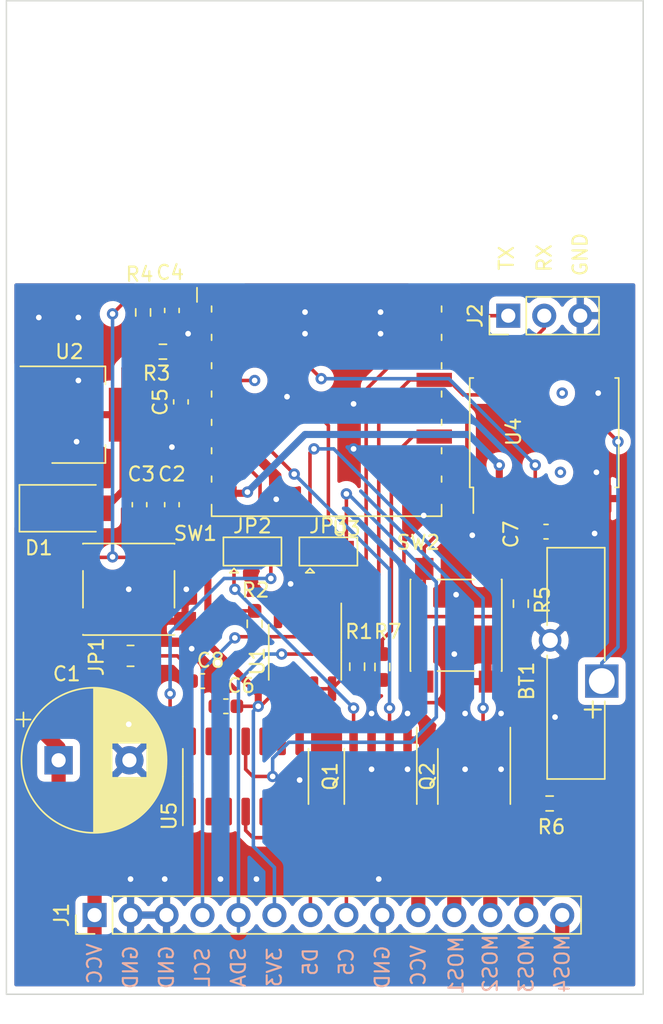
<source format=kicad_pcb>
(kicad_pcb (version 20171130) (host pcbnew "(5.1.10)-1")

  (general
    (thickness 1.6)
    (drawings 21)
    (tracks 323)
    (zones 0)
    (modules 31)
    (nets 35)
  )

  (page A4)
  (layers
    (0 F.Cu signal)
    (31 B.Cu signal)
    (32 B.Adhes user)
    (33 F.Adhes user)
    (34 B.Paste user)
    (35 F.Paste user)
    (36 B.SilkS user)
    (37 F.SilkS user)
    (38 B.Mask user)
    (39 F.Mask user)
    (40 Dwgs.User user)
    (41 Cmts.User user)
    (42 Eco1.User user)
    (43 Eco2.User user)
    (44 Edge.Cuts user)
    (45 Margin user)
    (46 B.CrtYd user)
    (47 F.CrtYd user)
    (48 B.Fab user)
    (49 F.Fab user)
  )

  (setup
    (last_trace_width 0.25)
    (user_trace_width 0.5)
    (user_trace_width 1)
    (trace_clearance 0.2)
    (zone_clearance 0.508)
    (zone_45_only no)
    (trace_min 0.2)
    (via_size 0.8)
    (via_drill 0.4)
    (via_min_size 0.4)
    (via_min_drill 0.3)
    (uvia_size 0.3)
    (uvia_drill 0.1)
    (uvias_allowed no)
    (uvia_min_size 0.2)
    (uvia_min_drill 0.1)
    (edge_width 0.05)
    (segment_width 0.2)
    (pcb_text_width 0.3)
    (pcb_text_size 1.5 1.5)
    (mod_edge_width 0.12)
    (mod_text_size 1 1)
    (mod_text_width 0.15)
    (pad_size 1.524 1.524)
    (pad_drill 0.762)
    (pad_to_mask_clearance 0)
    (aux_axis_origin 0 0)
    (visible_elements 7FFFFFFF)
    (pcbplotparams
      (layerselection 0x010fc_ffffffff)
      (usegerberextensions false)
      (usegerberattributes true)
      (usegerberadvancedattributes true)
      (creategerberjobfile true)
      (excludeedgelayer true)
      (linewidth 0.100000)
      (plotframeref false)
      (viasonmask false)
      (mode 1)
      (useauxorigin false)
      (hpglpennumber 1)
      (hpglpenspeed 20)
      (hpglpendiameter 15.000000)
      (psnegative false)
      (psa4output false)
      (plotreference true)
      (plotvalue true)
      (plotinvisibletext false)
      (padsonsilk false)
      (subtractmaskfromsilk false)
      (outputformat 1)
      (mirror false)
      (drillshape 0)
      (scaleselection 1)
      (outputdirectory "plot/"))
  )

  (net 0 "")
  (net 1 GND)
  (net 2 +3V3)
  (net 3 /SDA)
  (net 4 /SCL)
  (net 5 VCC)
  (net 6 "Net-(Q1-Pad2)")
  (net 7 "Net-(Q2-Pad4)")
  (net 8 "Net-(R5-Pad2)")
  (net 9 "Net-(U1-Pad3)")
  (net 10 "Net-(U3-Pad2)")
  (net 11 /RX)
  (net 12 /TX)
  (net 13 "Net-(C5-Pad1)")
  (net 14 /MOS4)
  (net 15 /MOS3)
  (net 16 /MOS2)
  (net 17 /MOS1)
  (net 18 "Net-(BT1-Pad1)")
  (net 19 /RST)
  (net 20 /C5)
  (net 21 /D5)
  (net 22 /D3.3)
  (net 23 /C3.3)
  (net 24 "Net-(U4-Pad3)")
  (net 25 "Net-(U4-Pad1)")
  (net 26 "Net-(U5-Pad2)")
  (net 27 /MOS1_G)
  (net 28 /GPIO13)
  (net 29 /MOS4_G)
  (net 30 /GPIO14)
  (net 31 "Net-(R7-Pad2)")
  (net 32 "Net-(U3-Pad4)")
  (net 33 "Net-(C8-Pad1)")
  (net 34 "Net-(U5-Pad10)")

  (net_class Default "This is the default net class."
    (clearance 0.2)
    (trace_width 0.25)
    (via_dia 0.8)
    (via_drill 0.4)
    (uvia_dia 0.3)
    (uvia_drill 0.1)
    (add_net +3V3)
    (add_net /C3.3)
    (add_net /C5)
    (add_net /D3.3)
    (add_net /D5)
    (add_net /GPIO13)
    (add_net /GPIO14)
    (add_net /MOS1)
    (add_net /MOS1_G)
    (add_net /MOS2)
    (add_net /MOS3)
    (add_net /MOS4)
    (add_net /MOS4_G)
    (add_net /RST)
    (add_net /RX)
    (add_net /SCL)
    (add_net /SDA)
    (add_net /TX)
    (add_net GND)
    (add_net "Net-(BT1-Pad1)")
    (add_net "Net-(C5-Pad1)")
    (add_net "Net-(C8-Pad1)")
    (add_net "Net-(Q1-Pad2)")
    (add_net "Net-(Q2-Pad4)")
    (add_net "Net-(R5-Pad2)")
    (add_net "Net-(R7-Pad2)")
    (add_net "Net-(U1-Pad3)")
    (add_net "Net-(U3-Pad2)")
    (add_net "Net-(U3-Pad4)")
    (add_net "Net-(U4-Pad1)")
    (add_net "Net-(U4-Pad3)")
    (add_net "Net-(U5-Pad10)")
    (add_net "Net-(U5-Pad2)")
    (add_net VCC)
  )

  (module Capacitor_SMD:C_0603_1608Metric (layer F.Cu) (tedit 5F68FEEE) (tstamp 60F098AD)
    (at 126.365 136.652)
    (descr "Capacitor SMD 0603 (1608 Metric), square (rectangular) end terminal, IPC_7351 nominal, (Body size source: IPC-SM-782 page 76, https://www.pcb-3d.com/wordpress/wp-content/uploads/ipc-sm-782a_amendment_1_and_2.pdf), generated with kicad-footprint-generator")
    (tags capacitor)
    (path /60F2ACCA)
    (attr smd)
    (fp_text reference C8 (at 0.5715 -1.4605) (layer F.SilkS)
      (effects (font (size 1 1) (thickness 0.15)))
    )
    (fp_text value C (at 0 1.43) (layer F.Fab)
      (effects (font (size 1 1) (thickness 0.15)))
    )
    (fp_line (start 1.48 0.73) (end -1.48 0.73) (layer F.CrtYd) (width 0.05))
    (fp_line (start 1.48 -0.73) (end 1.48 0.73) (layer F.CrtYd) (width 0.05))
    (fp_line (start -1.48 -0.73) (end 1.48 -0.73) (layer F.CrtYd) (width 0.05))
    (fp_line (start -1.48 0.73) (end -1.48 -0.73) (layer F.CrtYd) (width 0.05))
    (fp_line (start -0.14058 0.51) (end 0.14058 0.51) (layer F.SilkS) (width 0.12))
    (fp_line (start -0.14058 -0.51) (end 0.14058 -0.51) (layer F.SilkS) (width 0.12))
    (fp_line (start 0.8 0.4) (end -0.8 0.4) (layer F.Fab) (width 0.1))
    (fp_line (start 0.8 -0.4) (end 0.8 0.4) (layer F.Fab) (width 0.1))
    (fp_line (start -0.8 -0.4) (end 0.8 -0.4) (layer F.Fab) (width 0.1))
    (fp_line (start -0.8 0.4) (end -0.8 -0.4) (layer F.Fab) (width 0.1))
    (fp_text user %R (at 0 0) (layer F.Fab)
      (effects (font (size 0.4 0.4) (thickness 0.06)))
    )
    (pad 2 smd roundrect (at 0.775 0) (size 0.9 0.95) (layers F.Cu F.Paste F.Mask) (roundrect_rratio 0.25)
      (net 1 GND))
    (pad 1 smd roundrect (at -0.775 0) (size 0.9 0.95) (layers F.Cu F.Paste F.Mask) (roundrect_rratio 0.25)
      (net 33 "Net-(C8-Pad1)"))
    (model ${KISYS3DMOD}/Capacitor_SMD.3dshapes/C_0603_1608Metric.wrl
      (at (xyz 0 0 0))
      (scale (xyz 1 1 1))
      (rotate (xyz 0 0 0))
    )
  )

  (module RF_Module:ESP-07 (layer F.Cu) (tedit 5B1D6972) (tstamp 60E1F4AE)
    (at 135.128 114.3)
    (descr "Wi-Fi Module, http://wiki.ai-thinker.com/_media/esp8266/docs/a007ps01a2_esp-07_product_specification_v1.2.pdf")
    (tags "Wi-Fi Module")
    (path /5FEB3F13)
    (attr smd)
    (fp_text reference U3 (at 1.397 11.6) (layer F.SilkS)
      (effects (font (size 1 1) (thickness 0.15)))
    )
    (fp_text value ESP-07 (at 0 9.6) (layer F.Fab)
      (effects (font (size 1 1) (thickness 0.15)))
    )
    (fp_line (start -8 -10.6) (end 8 -10.6) (layer F.Fab) (width 0.1))
    (fp_line (start 8 -10.6) (end 8 10.6) (layer F.Fab) (width 0.1))
    (fp_line (start 8 10.6) (end -8 10.6) (layer F.Fab) (width 0.1))
    (fp_line (start -8 10.6) (end -8 -4.4) (layer F.Fab) (width 0.1))
    (fp_line (start -8 -4.4) (end -7.5 -4.9) (layer F.Fab) (width 0.1))
    (fp_line (start -7.5 -4.9) (end -8 -5.4) (layer F.Fab) (width 0.1))
    (fp_line (start -8 -5.4) (end -8 -10.6) (layer F.Fab) (width 0.1))
    (fp_line (start -9.1 -10.85) (end 9.1 -10.85) (layer F.CrtYd) (width 0.05))
    (fp_line (start 9.1 -10.85) (end 9.1 10.85) (layer F.CrtYd) (width 0.05))
    (fp_line (start 9.1 10.85) (end -9.1 10.85) (layer F.CrtYd) (width 0.05))
    (fp_line (start -9.1 10.85) (end -9.1 -10.85) (layer F.CrtYd) (width 0.05))
    (fp_line (start 8.12 9.9) (end 8.12 10.72) (layer F.SilkS) (width 0.12))
    (fp_line (start 8.12 10.72) (end -8.12 10.72) (layer F.SilkS) (width 0.12))
    (fp_line (start -8.12 10.72) (end -8.12 9.9) (layer F.SilkS) (width 0.12))
    (fp_line (start -9.15 -5.4) (end -9.15 -4.4) (layer F.SilkS) (width 0.12))
    (fp_line (start -23 -25.6) (end 23 -25.6) (layer Dwgs.User) (width 0.12))
    (fp_line (start -23 -25.6) (end -23 -6) (layer Dwgs.User) (width 0.12))
    (fp_line (start 23 -6) (end -23 -6) (layer Dwgs.User) (width 0.12))
    (fp_line (start 23 -6) (end 23 -25.6) (layer Dwgs.User) (width 0.12))
    (fp_line (start -20 -25.6) (end -23 -22.6) (layer Dwgs.User) (width 0.12))
    (fp_line (start -17 -25.6) (end -23 -19.6) (layer Dwgs.User) (width 0.12))
    (fp_line (start -14 -25.6) (end -23 -16.6) (layer Dwgs.User) (width 0.12))
    (fp_line (start -11 -25.6) (end -23 -13.6) (layer Dwgs.User) (width 0.12))
    (fp_line (start -8 -25.6) (end -23 -10.6) (layer Dwgs.User) (width 0.12))
    (fp_line (start -5 -25.6) (end -23 -7.6) (layer Dwgs.User) (width 0.12))
    (fp_line (start -2 -25.6) (end -21.6 -6) (layer Dwgs.User) (width 0.12))
    (fp_line (start 1 -25.6) (end -18.6 -6) (layer Dwgs.User) (width 0.12))
    (fp_line (start -15.6 -6) (end 4 -25.6) (layer Dwgs.User) (width 0.12))
    (fp_line (start -6.6 -6) (end 13 -25.6) (layer Dwgs.User) (width 0.12))
    (fp_line (start 10 -25.6) (end -9.6 -6) (layer Dwgs.User) (width 0.12))
    (fp_line (start 7 -25.6) (end -12.6 -6) (layer Dwgs.User) (width 0.12))
    (fp_line (start 2.4 -6) (end 22 -25.6) (layer Dwgs.User) (width 0.12))
    (fp_line (start 16 -25.6) (end -3.6 -6) (layer Dwgs.User) (width 0.12))
    (fp_line (start 19 -25.6) (end -0.6 -6) (layer Dwgs.User) (width 0.12))
    (fp_line (start 5.4 -6) (end 23 -23.6) (layer Dwgs.User) (width 0.12))
    (fp_line (start 23 -20.6) (end 8.4 -6) (layer Dwgs.User) (width 0.12))
    (fp_line (start 23 -17.6) (end 11.4 -6) (layer Dwgs.User) (width 0.12))
    (fp_line (start 23 -14.6) (end 14.4 -6) (layer Dwgs.User) (width 0.12))
    (fp_line (start 23 -11.6) (end 17.4 -6) (layer Dwgs.User) (width 0.12))
    (fp_line (start 23 -8.6) (end 20.4 -6) (layer Dwgs.User) (width 0.12))
    (fp_line (start -8.12 8.3) (end -8.12 7.9) (layer F.SilkS) (width 0.12))
    (fp_line (start 8.12 8.3) (end 8.12 7.9) (layer F.SilkS) (width 0.12))
    (fp_line (start -8.12 6.3) (end -8.12 5.9) (layer F.SilkS) (width 0.12))
    (fp_line (start 8.12 6.3) (end 8.12 5.9) (layer F.SilkS) (width 0.12))
    (fp_line (start -8.12 4.3) (end -8.12 3.9) (layer F.SilkS) (width 0.12))
    (fp_line (start 8.12 4.3) (end 8.12 3.9) (layer F.SilkS) (width 0.12))
    (fp_line (start -8.12 2.3) (end -8.12 1.9) (layer F.SilkS) (width 0.12))
    (fp_line (start 8.12 2.3) (end 8.12 1.9) (layer F.SilkS) (width 0.12))
    (fp_line (start -8.12 0.3) (end -8.12 -0.1) (layer F.SilkS) (width 0.12))
    (fp_line (start 8.12 0.3) (end 8.12 -0.1) (layer F.SilkS) (width 0.12))
    (fp_line (start -8.12 -1.7) (end -8.12 -2.1) (layer F.SilkS) (width 0.12))
    (fp_line (start 8.12 -1.7) (end 8.12 -2.1) (layer F.SilkS) (width 0.12))
    (fp_line (start -8.12 -3.7) (end -8.12 -4.1) (layer F.SilkS) (width 0.12))
    (fp_line (start 8.12 -3.7) (end 8.12 -4.1) (layer F.SilkS) (width 0.12))
    (fp_text user %R (at 0 0) (layer F.Fab)
      (effects (font (size 1 1) (thickness 0.15)))
    )
    (fp_text user "KEEP-OUT ZONE" (at 0 -17.3 180) (layer Cmts.User)
      (effects (font (size 1 1) (thickness 0.15)))
    )
    (fp_text user "No metal, traces, or components\non any PCB layer if using on-board antenna" (at 0 -14.3 180) (layer Cmts.User)
      (effects (font (size 0.8 0.8) (thickness 0.12)))
    )
    (pad 16 smd rect (at 7.6 -4.9) (size 2.5 1) (layers F.Cu F.Paste F.Mask)
      (net 12 /TX))
    (pad 15 smd rect (at 7.6 -2.9) (size 2.5 1) (layers F.Cu F.Paste F.Mask)
      (net 11 /RX))
    (pad 14 smd rect (at 7.6 -0.9) (size 2.5 1) (layers F.Cu F.Paste F.Mask)
      (net 4 /SCL))
    (pad 13 smd rect (at 7.6 1.1) (size 2.5 1) (layers F.Cu F.Paste F.Mask)
      (net 3 /SDA))
    (pad 12 smd rect (at 7.6 3.1) (size 2.5 1) (layers F.Cu F.Paste F.Mask)
      (net 8 "Net-(R5-Pad2)"))
    (pad 11 smd rect (at 7.6 5.1) (size 2.5 1) (layers F.Cu F.Paste F.Mask)
      (net 31 "Net-(R7-Pad2)"))
    (pad 10 smd rect (at 7.6 7.1) (size 2.5 1) (layers F.Cu F.Paste F.Mask)
      (net 7 "Net-(Q2-Pad4)"))
    (pad 9 smd rect (at 7.6 9.1) (size 2.5 1) (layers F.Cu F.Paste F.Mask)
      (net 1 GND))
    (pad 8 smd rect (at -7.6 9.1) (size 2.5 1) (layers F.Cu F.Paste F.Mask)
      (net 2 +3V3))
    (pad 7 smd rect (at -7.6 7.1) (size 2.5 1) (layers F.Cu F.Paste F.Mask)
      (net 28 /GPIO13))
    (pad 6 smd rect (at -7.6 5.1) (size 2.5 1) (layers F.Cu F.Paste F.Mask)
      (net 6 "Net-(Q1-Pad2)"))
    (pad 5 smd rect (at -7.6 3.1) (size 2.5 1) (layers F.Cu F.Paste F.Mask)
      (net 30 /GPIO14))
    (pad 4 smd rect (at -7.6 1.1) (size 2.5 1) (layers F.Cu F.Paste F.Mask)
      (net 32 "Net-(U3-Pad4)"))
    (pad 3 smd rect (at -7.6 -0.9) (size 2.5 1) (layers F.Cu F.Paste F.Mask)
      (net 13 "Net-(C5-Pad1)"))
    (pad 2 smd rect (at -7.6 -2.9) (size 2.5 1) (layers F.Cu F.Paste F.Mask)
      (net 10 "Net-(U3-Pad2)"))
    (pad 1 smd rect (at -7.6 -4.9) (size 2.5 1) (layers F.Cu F.Paste F.Mask)
      (net 19 /RST))
    (model ${KISYS3DMOD}/RF_Module.3dshapes/ESP-07.wrl
      (at (xyz 0 0 0))
      (scale (xyz 1 1 1))
      (rotate (xyz 0 0 0))
    )
  )

  (module Package_SO:SO-8_3.9x4.9mm_P1.27mm (layer F.Cu) (tedit 5D9F72B1) (tstamp 60E1F44B)
    (at 133.604 134.62 270)
    (descr "SO, 8 Pin (https://www.nxp.com/docs/en/data-sheet/PCF8523.pdf), generated with kicad-footprint-generator ipc_gullwing_generator.py")
    (tags "SO SO")
    (path /60E359C0)
    (attr smd)
    (fp_text reference U1 (at 0.635 3.3655 90) (layer F.SilkS)
      (effects (font (size 1 1) (thickness 0.15)))
    )
    (fp_text value LM75B (at -0.127 -4.826 90) (layer F.Fab)
      (effects (font (size 1 1) (thickness 0.15)))
    )
    (fp_line (start 0 2.56) (end 1.95 2.56) (layer F.SilkS) (width 0.12))
    (fp_line (start 0 2.56) (end -1.95 2.56) (layer F.SilkS) (width 0.12))
    (fp_line (start 0 -2.56) (end 1.95 -2.56) (layer F.SilkS) (width 0.12))
    (fp_line (start 0 -2.56) (end -3.45 -2.56) (layer F.SilkS) (width 0.12))
    (fp_line (start -0.975 -2.45) (end 1.95 -2.45) (layer F.Fab) (width 0.1))
    (fp_line (start 1.95 -2.45) (end 1.95 2.45) (layer F.Fab) (width 0.1))
    (fp_line (start 1.95 2.45) (end -1.95 2.45) (layer F.Fab) (width 0.1))
    (fp_line (start -1.95 2.45) (end -1.95 -1.475) (layer F.Fab) (width 0.1))
    (fp_line (start -1.95 -1.475) (end -0.975 -2.45) (layer F.Fab) (width 0.1))
    (fp_line (start -3.7 -2.7) (end -3.7 2.7) (layer F.CrtYd) (width 0.05))
    (fp_line (start -3.7 2.7) (end 3.7 2.7) (layer F.CrtYd) (width 0.05))
    (fp_line (start 3.7 2.7) (end 3.7 -2.7) (layer F.CrtYd) (width 0.05))
    (fp_line (start 3.7 -2.7) (end -3.7 -2.7) (layer F.CrtYd) (width 0.05))
    (fp_text user %R (at 0 0 90) (layer F.Fab)
      (effects (font (size 0.98 0.98) (thickness 0.15)))
    )
    (pad 8 smd roundrect (at 2.575 -1.905 270) (size 1.75 0.6) (layers F.Cu F.Paste F.Mask) (roundrect_rratio 0.25)
      (net 2 +3V3))
    (pad 7 smd roundrect (at 2.575 -0.635 270) (size 1.75 0.6) (layers F.Cu F.Paste F.Mask) (roundrect_rratio 0.25)
      (net 2 +3V3))
    (pad 6 smd roundrect (at 2.575 0.635 270) (size 1.75 0.6) (layers F.Cu F.Paste F.Mask) (roundrect_rratio 0.25)
      (net 2 +3V3))
    (pad 5 smd roundrect (at 2.575 1.905 270) (size 1.75 0.6) (layers F.Cu F.Paste F.Mask) (roundrect_rratio 0.25)
      (net 2 +3V3))
    (pad 4 smd roundrect (at -2.575 1.905 270) (size 1.75 0.6) (layers F.Cu F.Paste F.Mask) (roundrect_rratio 0.25)
      (net 1 GND))
    (pad 3 smd roundrect (at -2.575 0.635 270) (size 1.75 0.6) (layers F.Cu F.Paste F.Mask) (roundrect_rratio 0.25)
      (net 9 "Net-(U1-Pad3)"))
    (pad 2 smd roundrect (at -2.575 -0.635 270) (size 1.75 0.6) (layers F.Cu F.Paste F.Mask) (roundrect_rratio 0.25)
      (net 4 /SCL))
    (pad 1 smd roundrect (at -2.575 -1.905 270) (size 1.75 0.6) (layers F.Cu F.Paste F.Mask) (roundrect_rratio 0.25)
      (net 3 /SDA))
    (model ${KISYS3DMOD}/Package_SO.3dshapes/SO-8_3.9x4.9mm_P1.27mm.wrl
      (at (xyz 0 0 0))
      (scale (xyz 1 1 1))
      (rotate (xyz 0 0 0))
    )
  )

  (module Jumper:SolderJumper-3_P1.3mm_Open_Pad1.0x1.5mm (layer F.Cu) (tedit 5A3F8BB2) (tstamp 60E86109)
    (at 135.255 127.508)
    (descr "SMD Solder 3-pad Jumper, 1x1.5mm Pads, 0.3mm gap, open")
    (tags "solder jumper open")
    (path /60E9407D)
    (attr virtual)
    (fp_text reference JP3 (at 0 -1.8) (layer F.SilkS)
      (effects (font (size 1 1) (thickness 0.15)))
    )
    (fp_text value SolderJumper_3_Open (at 0 2) (layer F.Fab)
      (effects (font (size 1 1) (thickness 0.15)))
    )
    (fp_line (start -1.3 1.2) (end -1 1.5) (layer F.SilkS) (width 0.12))
    (fp_line (start -1.6 1.5) (end -1 1.5) (layer F.SilkS) (width 0.12))
    (fp_line (start -1.3 1.2) (end -1.6 1.5) (layer F.SilkS) (width 0.12))
    (fp_line (start -2.05 1) (end -2.05 -1) (layer F.SilkS) (width 0.12))
    (fp_line (start 2.05 1) (end -2.05 1) (layer F.SilkS) (width 0.12))
    (fp_line (start 2.05 -1) (end 2.05 1) (layer F.SilkS) (width 0.12))
    (fp_line (start -2.05 -1) (end 2.05 -1) (layer F.SilkS) (width 0.12))
    (fp_line (start -2.3 -1.25) (end 2.3 -1.25) (layer F.CrtYd) (width 0.05))
    (fp_line (start -2.3 -1.25) (end -2.3 1.25) (layer F.CrtYd) (width 0.05))
    (fp_line (start 2.3 1.25) (end 2.3 -1.25) (layer F.CrtYd) (width 0.05))
    (fp_line (start 2.3 1.25) (end -2.3 1.25) (layer F.CrtYd) (width 0.05))
    (pad 1 smd rect (at -1.3 0) (size 1 1.5) (layers F.Cu F.Mask)
      (net 29 /MOS4_G))
    (pad 2 smd rect (at 0 0) (size 1 1.5) (layers F.Cu F.Mask)
      (net 30 /GPIO14))
    (pad 3 smd rect (at 1.3 0) (size 1 1.5) (layers F.Cu F.Mask)
      (net 23 /C3.3))
  )

  (module Jumper:SolderJumper-3_P1.3mm_Open_Pad1.0x1.5mm (layer F.Cu) (tedit 5A3F8BB2) (tstamp 60E860F7)
    (at 129.891 127.508)
    (descr "SMD Solder 3-pad Jumper, 1x1.5mm Pads, 0.3mm gap, open")
    (tags "solder jumper open")
    (path /60E8A0F5)
    (attr virtual)
    (fp_text reference JP2 (at 0 -1.8) (layer F.SilkS)
      (effects (font (size 1 1) (thickness 0.15)))
    )
    (fp_text value SolderJumper_3_Open (at 0 2) (layer F.Fab)
      (effects (font (size 1 1) (thickness 0.15)))
    )
    (fp_line (start -1.3 1.2) (end -1 1.5) (layer F.SilkS) (width 0.12))
    (fp_line (start -1.6 1.5) (end -1 1.5) (layer F.SilkS) (width 0.12))
    (fp_line (start -1.3 1.2) (end -1.6 1.5) (layer F.SilkS) (width 0.12))
    (fp_line (start -2.05 1) (end -2.05 -1) (layer F.SilkS) (width 0.12))
    (fp_line (start 2.05 1) (end -2.05 1) (layer F.SilkS) (width 0.12))
    (fp_line (start 2.05 -1) (end 2.05 1) (layer F.SilkS) (width 0.12))
    (fp_line (start -2.05 -1) (end 2.05 -1) (layer F.SilkS) (width 0.12))
    (fp_line (start -2.3 -1.25) (end 2.3 -1.25) (layer F.CrtYd) (width 0.05))
    (fp_line (start -2.3 -1.25) (end -2.3 1.25) (layer F.CrtYd) (width 0.05))
    (fp_line (start 2.3 1.25) (end 2.3 -1.25) (layer F.CrtYd) (width 0.05))
    (fp_line (start 2.3 1.25) (end -2.3 1.25) (layer F.CrtYd) (width 0.05))
    (pad 1 smd rect (at -1.3 0) (size 1 1.5) (layers F.Cu F.Mask)
      (net 27 /MOS1_G))
    (pad 2 smd rect (at 0 0) (size 1 1.5) (layers F.Cu F.Mask)
      (net 28 /GPIO13))
    (pad 3 smd rect (at 1.3 0) (size 1 1.5) (layers F.Cu F.Mask)
      (net 22 /D3.3))
  )

  (module Connector_PinHeader_2.54mm:PinHeader_1x03_P2.54mm_Vertical (layer F.Cu) (tedit 59FED5CC) (tstamp 60E65A24)
    (at 147.955 110.871 90)
    (descr "Through hole straight pin header, 1x03, 2.54mm pitch, single row")
    (tags "Through hole pin header THT 1x03 2.54mm single row")
    (path /60F970B7)
    (fp_text reference J2 (at 0 -2.33 90) (layer F.SilkS)
      (effects (font (size 1 1) (thickness 0.15)))
    )
    (fp_text value Conn_01x03_Female (at 0 7.41 90) (layer F.Fab)
      (effects (font (size 1 1) (thickness 0.15)))
    )
    (fp_line (start -0.635 -1.27) (end 1.27 -1.27) (layer F.Fab) (width 0.1))
    (fp_line (start 1.27 -1.27) (end 1.27 6.35) (layer F.Fab) (width 0.1))
    (fp_line (start 1.27 6.35) (end -1.27 6.35) (layer F.Fab) (width 0.1))
    (fp_line (start -1.27 6.35) (end -1.27 -0.635) (layer F.Fab) (width 0.1))
    (fp_line (start -1.27 -0.635) (end -0.635 -1.27) (layer F.Fab) (width 0.1))
    (fp_line (start -1.33 6.41) (end 1.33 6.41) (layer F.SilkS) (width 0.12))
    (fp_line (start -1.33 1.27) (end -1.33 6.41) (layer F.SilkS) (width 0.12))
    (fp_line (start 1.33 1.27) (end 1.33 6.41) (layer F.SilkS) (width 0.12))
    (fp_line (start -1.33 1.27) (end 1.33 1.27) (layer F.SilkS) (width 0.12))
    (fp_line (start -1.33 0) (end -1.33 -1.33) (layer F.SilkS) (width 0.12))
    (fp_line (start -1.33 -1.33) (end 0 -1.33) (layer F.SilkS) (width 0.12))
    (fp_line (start -1.8 -1.8) (end -1.8 6.85) (layer F.CrtYd) (width 0.05))
    (fp_line (start -1.8 6.85) (end 1.8 6.85) (layer F.CrtYd) (width 0.05))
    (fp_line (start 1.8 6.85) (end 1.8 -1.8) (layer F.CrtYd) (width 0.05))
    (fp_line (start 1.8 -1.8) (end -1.8 -1.8) (layer F.CrtYd) (width 0.05))
    (fp_text user %R (at 0 2.54) (layer F.Fab)
      (effects (font (size 1 1) (thickness 0.15)))
    )
    (pad 3 thru_hole oval (at 0 5.08 90) (size 1.7 1.7) (drill 1) (layers *.Cu *.Mask)
      (net 1 GND))
    (pad 2 thru_hole oval (at 0 2.54 90) (size 1.7 1.7) (drill 1) (layers *.Cu *.Mask)
      (net 11 /RX))
    (pad 1 thru_hole rect (at 0 0 90) (size 1.7 1.7) (drill 1) (layers *.Cu *.Mask)
      (net 12 /TX))
    (model ${KISYS3DMOD}/Connector_PinHeader_2.54mm.3dshapes/PinHeader_1x03_P2.54mm_Vertical.wrl
      (at (xyz 0 0 0))
      (scale (xyz 1 1 1))
      (rotate (xyz 0 0 0))
    )
  )

  (module Battery:Battery_Panasonic_CR1632-V1AN_Vertical_CircularHoles (layer F.Cu) (tedit 5C857808) (tstamp 60E63C6F)
    (at 154.559 136.652 90)
    (descr "Panasonic CR-1632-V1AN battery, https://industrial.panasonic.com/cdbs/www-data/pdf2/AAA4000/AAA4000D140.pdf")
    (tags "battery CR-1632 coin cell vertical")
    (path /60E902BA)
    (fp_text reference BT1 (at 0 -5.3 90) (layer F.SilkS)
      (effects (font (size 1 1) (thickness 0.15)))
    )
    (fp_text value Battery_Cell (at 1.25 2.2 90) (layer F.Fab)
      (effects (font (size 1 1) (thickness 0.15)))
    )
    (fp_line (start -6.8 0.1) (end 9.3 0.1) (layer F.Fab) (width 0.1))
    (fp_line (start -6.8 -3.75) (end 9.3 -3.75) (layer F.Fab) (width 0.1))
    (fp_line (start -6.8 0.1) (end -6.8 -3.75) (layer F.Fab) (width 0.1))
    (fp_line (start 9.3 0.1) (end 9.3 -3.75) (layer F.Fab) (width 0.1))
    (fp_line (start -7.05 1.3) (end -7.05 -4.58) (layer F.CrtYd) (width 0.05))
    (fp_line (start 9.55 1.3) (end 9.55 -4.58) (layer F.CrtYd) (width 0.05))
    (fp_line (start -7.05 1.3) (end 9.55 1.3) (layer F.CrtYd) (width 0.05))
    (fp_line (start -7.05 -4.58) (end 9.55 -4.58) (layer F.CrtYd) (width 0.05))
    (fp_line (start -6.91 0.21) (end -1.43 0.21) (layer F.SilkS) (width 0.12))
    (fp_line (start 1.44 0.21) (end 9.41 0.21) (layer F.SilkS) (width 0.12))
    (fp_line (start 9.41 0.21) (end 9.41 -3.86) (layer F.SilkS) (width 0.12))
    (fp_line (start -6.91 0.21) (end -6.91 -3.86) (layer F.SilkS) (width 0.12))
    (fp_line (start -6.91 -3.86) (end 1.81 -3.86) (layer F.SilkS) (width 0.12))
    (fp_line (start 3.94 -3.86) (end 9.41 -3.86) (layer F.SilkS) (width 0.12))
    (fp_text user + (at -2.01 -0.75 90) (layer F.SilkS)
      (effects (font (size 1.5 1.5) (thickness 0.15)))
    )
    (fp_text user %R (at 1.25 -1.8 270) (layer F.Fab)
      (effects (font (size 1 1) (thickness 0.15)))
    )
    (pad 2 thru_hole circle (at 2.875 -3.65 90) (size 1.6 1.6) (drill 1.09) (layers *.Cu *.Mask)
      (net 1 GND))
    (pad 1 thru_hole rect (at 0 0 180) (size 2.35 2.35) (drill 1.82) (layers *.Cu *.Mask)
      (net 18 "Net-(BT1-Pad1)"))
    (model ${KISYS3DMOD}/Battery.3dshapes/Battery_Panasonic_CR1632-V1AN_Vertical_CircularHoles.wrl
      (at (xyz 0 0 0))
      (scale (xyz 1 1 1))
      (rotate (xyz 0 0 0))
    )
  )

  (module Package_SO:SOIC-14_3.9x8.7mm_P1.27mm (layer F.Cu) (tedit 5D9F72B1) (tstamp 60E6193D)
    (at 129.413 143.383 90)
    (descr "SOIC, 14 Pin (JEDEC MS-012AB, https://www.analog.com/media/en/package-pcb-resources/package/pkg_pdf/soic_narrow-r/r_14.pdf), generated with kicad-footprint-generator ipc_gullwing_generator.py")
    (tags "SOIC SO")
    (path /60ED8935)
    (attr smd)
    (fp_text reference U5 (at -2.794 -5.3975 90) (layer F.SilkS)
      (effects (font (size 1 1) (thickness 0.15)))
    )
    (fp_text value 74HCT04 (at 0 5.28 90) (layer F.Fab)
      (effects (font (size 1 1) (thickness 0.15)))
    )
    (fp_line (start 0 4.435) (end 1.95 4.435) (layer F.SilkS) (width 0.12))
    (fp_line (start 0 4.435) (end -1.95 4.435) (layer F.SilkS) (width 0.12))
    (fp_line (start 0 -4.435) (end 1.95 -4.435) (layer F.SilkS) (width 0.12))
    (fp_line (start 0 -4.435) (end -3.45 -4.435) (layer F.SilkS) (width 0.12))
    (fp_line (start -0.975 -4.325) (end 1.95 -4.325) (layer F.Fab) (width 0.1))
    (fp_line (start 1.95 -4.325) (end 1.95 4.325) (layer F.Fab) (width 0.1))
    (fp_line (start 1.95 4.325) (end -1.95 4.325) (layer F.Fab) (width 0.1))
    (fp_line (start -1.95 4.325) (end -1.95 -3.35) (layer F.Fab) (width 0.1))
    (fp_line (start -1.95 -3.35) (end -0.975 -4.325) (layer F.Fab) (width 0.1))
    (fp_line (start -3.7 -4.58) (end -3.7 4.58) (layer F.CrtYd) (width 0.05))
    (fp_line (start -3.7 4.58) (end 3.7 4.58) (layer F.CrtYd) (width 0.05))
    (fp_line (start 3.7 4.58) (end 3.7 -4.58) (layer F.CrtYd) (width 0.05))
    (fp_line (start 3.7 -4.58) (end -3.7 -4.58) (layer F.CrtYd) (width 0.05))
    (fp_text user %R (at 0 0 90) (layer F.Fab)
      (effects (font (size 0.98 0.98) (thickness 0.15)))
    )
    (pad 14 smd roundrect (at 2.475 -3.81 90) (size 1.95 0.6) (layers F.Cu F.Paste F.Mask) (roundrect_rratio 0.25)
      (net 33 "Net-(C8-Pad1)"))
    (pad 13 smd roundrect (at 2.475 -2.54 90) (size 1.95 0.6) (layers F.Cu F.Paste F.Mask) (roundrect_rratio 0.25))
    (pad 12 smd roundrect (at 2.475 -1.27 90) (size 1.95 0.6) (layers F.Cu F.Paste F.Mask) (roundrect_rratio 0.25))
    (pad 11 smd roundrect (at 2.475 0 90) (size 1.95 0.6) (layers F.Cu F.Paste F.Mask) (roundrect_rratio 0.25)
      (net 23 /C3.3))
    (pad 10 smd roundrect (at 2.475 1.27 90) (size 1.95 0.6) (layers F.Cu F.Paste F.Mask) (roundrect_rratio 0.25)
      (net 34 "Net-(U5-Pad10)"))
    (pad 9 smd roundrect (at 2.475 2.54 90) (size 1.95 0.6) (layers F.Cu F.Paste F.Mask) (roundrect_rratio 0.25)
      (net 34 "Net-(U5-Pad10)"))
    (pad 8 smd roundrect (at 2.475 3.81 90) (size 1.95 0.6) (layers F.Cu F.Paste F.Mask) (roundrect_rratio 0.25)
      (net 20 /C5))
    (pad 7 smd roundrect (at -2.475 3.81 90) (size 1.95 0.6) (layers F.Cu F.Paste F.Mask) (roundrect_rratio 0.25)
      (net 1 GND))
    (pad 6 smd roundrect (at -2.475 2.54 90) (size 1.95 0.6) (layers F.Cu F.Paste F.Mask) (roundrect_rratio 0.25))
    (pad 5 smd roundrect (at -2.475 1.27 90) (size 1.95 0.6) (layers F.Cu F.Paste F.Mask) (roundrect_rratio 0.25))
    (pad 4 smd roundrect (at -2.475 0 90) (size 1.95 0.6) (layers F.Cu F.Paste F.Mask) (roundrect_rratio 0.25)
      (net 21 /D5))
    (pad 3 smd roundrect (at -2.475 -1.27 90) (size 1.95 0.6) (layers F.Cu F.Paste F.Mask) (roundrect_rratio 0.25)
      (net 26 "Net-(U5-Pad2)"))
    (pad 2 smd roundrect (at -2.475 -2.54 90) (size 1.95 0.6) (layers F.Cu F.Paste F.Mask) (roundrect_rratio 0.25)
      (net 26 "Net-(U5-Pad2)"))
    (pad 1 smd roundrect (at -2.475 -3.81 90) (size 1.95 0.6) (layers F.Cu F.Paste F.Mask) (roundrect_rratio 0.25)
      (net 22 /D3.3))
    (model ${KISYS3DMOD}/Package_SO.3dshapes/SOIC-14_3.9x8.7mm_P1.27mm.wrl
      (at (xyz 0 0 0))
      (scale (xyz 1 1 1))
      (rotate (xyz 0 0 0))
    )
  )

  (module Package_SO:SOIC-16W_7.5x10.3mm_P1.27mm (layer F.Cu) (tedit 5D9F72B1) (tstamp 60E61854)
    (at 150.495 119.126 90)
    (descr "SOIC, 16 Pin (JEDEC MS-013AA, https://www.analog.com/media/en/package-pcb-resources/package/pkg_pdf/soic_wide-rw/rw_16.pdf), generated with kicad-footprint-generator ipc_gullwing_generator.py")
    (tags "SOIC SO")
    (path /60E5E3D0)
    (attr smd)
    (fp_text reference U4 (at 0.0635 -2.159 90) (layer F.SilkS)
      (effects (font (size 1 1) (thickness 0.15)))
    )
    (fp_text value DS3231M (at 0 6.1 90) (layer F.Fab)
      (effects (font (size 1 1) (thickness 0.15)))
    )
    (fp_line (start 5.93 -5.4) (end -5.93 -5.4) (layer F.CrtYd) (width 0.05))
    (fp_line (start 5.93 5.4) (end 5.93 -5.4) (layer F.CrtYd) (width 0.05))
    (fp_line (start -5.93 5.4) (end 5.93 5.4) (layer F.CrtYd) (width 0.05))
    (fp_line (start -5.93 -5.4) (end -5.93 5.4) (layer F.CrtYd) (width 0.05))
    (fp_line (start -3.75 -4.15) (end -2.75 -5.15) (layer F.Fab) (width 0.1))
    (fp_line (start -3.75 5.15) (end -3.75 -4.15) (layer F.Fab) (width 0.1))
    (fp_line (start 3.75 5.15) (end -3.75 5.15) (layer F.Fab) (width 0.1))
    (fp_line (start 3.75 -5.15) (end 3.75 5.15) (layer F.Fab) (width 0.1))
    (fp_line (start -2.75 -5.15) (end 3.75 -5.15) (layer F.Fab) (width 0.1))
    (fp_line (start -3.86 -5.005) (end -5.675 -5.005) (layer F.SilkS) (width 0.12))
    (fp_line (start -3.86 -5.26) (end -3.86 -5.005) (layer F.SilkS) (width 0.12))
    (fp_line (start 0 -5.26) (end -3.86 -5.26) (layer F.SilkS) (width 0.12))
    (fp_line (start 3.86 -5.26) (end 3.86 -5.005) (layer F.SilkS) (width 0.12))
    (fp_line (start 0 -5.26) (end 3.86 -5.26) (layer F.SilkS) (width 0.12))
    (fp_line (start -3.86 5.26) (end -3.86 5.005) (layer F.SilkS) (width 0.12))
    (fp_line (start 0 5.26) (end -3.86 5.26) (layer F.SilkS) (width 0.12))
    (fp_line (start 3.86 5.26) (end 3.86 5.005) (layer F.SilkS) (width 0.12))
    (fp_line (start 0 5.26) (end 3.86 5.26) (layer F.SilkS) (width 0.12))
    (fp_text user %R (at 0 0 90) (layer F.Fab)
      (effects (font (size 1 1) (thickness 0.15)))
    )
    (pad 1 smd roundrect (at -4.65 -4.445 90) (size 2.05 0.6) (layers F.Cu F.Paste F.Mask) (roundrect_rratio 0.25)
      (net 25 "Net-(U4-Pad1)"))
    (pad 2 smd roundrect (at -4.65 -3.175 90) (size 2.05 0.6) (layers F.Cu F.Paste F.Mask) (roundrect_rratio 0.25)
      (net 2 +3V3))
    (pad 3 smd roundrect (at -4.65 -1.905 90) (size 2.05 0.6) (layers F.Cu F.Paste F.Mask) (roundrect_rratio 0.25)
      (net 24 "Net-(U4-Pad3)"))
    (pad 4 smd roundrect (at -4.65 -0.635 90) (size 2.05 0.6) (layers F.Cu F.Paste F.Mask) (roundrect_rratio 0.25)
      (net 19 /RST))
    (pad 5 smd roundrect (at -4.65 0.635 90) (size 2.05 0.6) (layers F.Cu F.Paste F.Mask) (roundrect_rratio 0.25)
      (net 1 GND))
    (pad 6 smd roundrect (at -4.65 1.905 90) (size 2.05 0.6) (layers F.Cu F.Paste F.Mask) (roundrect_rratio 0.25)
      (net 1 GND))
    (pad 7 smd roundrect (at -4.65 3.175 90) (size 2.05 0.6) (layers F.Cu F.Paste F.Mask) (roundrect_rratio 0.25)
      (net 1 GND))
    (pad 8 smd roundrect (at -4.65 4.445 90) (size 2.05 0.6) (layers F.Cu F.Paste F.Mask) (roundrect_rratio 0.25)
      (net 1 GND))
    (pad 9 smd roundrect (at 4.65 4.445 90) (size 2.05 0.6) (layers F.Cu F.Paste F.Mask) (roundrect_rratio 0.25)
      (net 1 GND))
    (pad 10 smd roundrect (at 4.65 3.175 90) (size 2.05 0.6) (layers F.Cu F.Paste F.Mask) (roundrect_rratio 0.25)
      (net 1 GND))
    (pad 11 smd roundrect (at 4.65 1.905 90) (size 2.05 0.6) (layers F.Cu F.Paste F.Mask) (roundrect_rratio 0.25)
      (net 1 GND))
    (pad 12 smd roundrect (at 4.65 0.635 90) (size 2.05 0.6) (layers F.Cu F.Paste F.Mask) (roundrect_rratio 0.25)
      (net 1 GND))
    (pad 13 smd roundrect (at 4.65 -0.635 90) (size 2.05 0.6) (layers F.Cu F.Paste F.Mask) (roundrect_rratio 0.25)
      (net 1 GND))
    (pad 14 smd roundrect (at 4.65 -1.905 90) (size 2.05 0.6) (layers F.Cu F.Paste F.Mask) (roundrect_rratio 0.25)
      (net 18 "Net-(BT1-Pad1)"))
    (pad 15 smd roundrect (at 4.65 -3.175 90) (size 2.05 0.6) (layers F.Cu F.Paste F.Mask) (roundrect_rratio 0.25)
      (net 3 /SDA))
    (pad 16 smd roundrect (at 4.65 -4.445 90) (size 2.05 0.6) (layers F.Cu F.Paste F.Mask) (roundrect_rratio 0.25)
      (net 4 /SCL))
    (model ${KISYS3DMOD}/Package_SO.3dshapes/SOIC-16W_7.5x10.3mm_P1.27mm.wrl
      (at (xyz 0 0 0))
      (scale (xyz 1 1 1))
      (rotate (xyz 0 0 0))
    )
  )

  (module Resistor_SMD:R_0603_1608Metric_Pad0.98x0.95mm_HandSolder (layer F.Cu) (tedit 5F68FEEE) (tstamp 60E617DE)
    (at 139.065 135.6595 90)
    (descr "Resistor SMD 0603 (1608 Metric), square (rectangular) end terminal, IPC_7351 nominal with elongated pad for handsoldering. (Body size source: IPC-SM-782 page 72, https://www.pcb-3d.com/wordpress/wp-content/uploads/ipc-sm-782a_amendment_1_and_2.pdf), generated with kicad-footprint-generator")
    (tags "resistor handsolder")
    (path /60E5B51D)
    (attr smd)
    (fp_text reference R7 (at 2.5 0.381) (layer F.SilkS)
      (effects (font (size 1 1) (thickness 0.15)))
    )
    (fp_text value R (at 0 1.43 90) (layer F.Fab)
      (effects (font (size 1 1) (thickness 0.15)))
    )
    (fp_line (start 1.65 0.73) (end -1.65 0.73) (layer F.CrtYd) (width 0.05))
    (fp_line (start 1.65 -0.73) (end 1.65 0.73) (layer F.CrtYd) (width 0.05))
    (fp_line (start -1.65 -0.73) (end 1.65 -0.73) (layer F.CrtYd) (width 0.05))
    (fp_line (start -1.65 0.73) (end -1.65 -0.73) (layer F.CrtYd) (width 0.05))
    (fp_line (start -0.254724 0.5225) (end 0.254724 0.5225) (layer F.SilkS) (width 0.12))
    (fp_line (start -0.254724 -0.5225) (end 0.254724 -0.5225) (layer F.SilkS) (width 0.12))
    (fp_line (start 0.8 0.4125) (end -0.8 0.4125) (layer F.Fab) (width 0.1))
    (fp_line (start 0.8 -0.4125) (end 0.8 0.4125) (layer F.Fab) (width 0.1))
    (fp_line (start -0.8 -0.4125) (end 0.8 -0.4125) (layer F.Fab) (width 0.1))
    (fp_line (start -0.8 0.4125) (end -0.8 -0.4125) (layer F.Fab) (width 0.1))
    (fp_text user %R (at 0 0 90) (layer F.Fab)
      (effects (font (size 0.4 0.4) (thickness 0.06)))
    )
    (pad 1 smd roundrect (at -0.9125 0 90) (size 0.975 0.95) (layers F.Cu F.Paste F.Mask) (roundrect_rratio 0.25)
      (net 2 +3V3))
    (pad 2 smd roundrect (at 0.9125 0 90) (size 0.975 0.95) (layers F.Cu F.Paste F.Mask) (roundrect_rratio 0.25)
      (net 31 "Net-(R7-Pad2)"))
    (model ${KISYS3DMOD}/Resistor_SMD.3dshapes/R_0603_1608Metric.wrl
      (at (xyz 0 0 0))
      (scale (xyz 1 1 1))
      (rotate (xyz 0 0 0))
    )
  )

  (module Resistor_SMD:R_0805_2012Metric (layer F.Cu) (tedit 5F68FEEE) (tstamp 60E6180E)
    (at 121.285 134.874)
    (descr "Resistor SMD 0805 (2012 Metric), square (rectangular) end terminal, IPC_7351 nominal, (Body size source: IPC-SM-782 page 72, https://www.pcb-3d.com/wordpress/wp-content/uploads/ipc-sm-782a_amendment_1_and_2.pdf), generated with kicad-footprint-generator")
    (tags resistor)
    (path /60F3A7B9)
    (attr smd)
    (fp_text reference JP1 (at -2.413 0.0635 90) (layer F.SilkS)
      (effects (font (size 1 1) (thickness 0.15)))
    )
    (fp_text value SolderJumper_2_Open (at 0 1.65) (layer F.Fab)
      (effects (font (size 1 1) (thickness 0.15)))
    )
    (fp_line (start -1 0.625) (end -1 -0.625) (layer F.Fab) (width 0.1))
    (fp_line (start -1 -0.625) (end 1 -0.625) (layer F.Fab) (width 0.1))
    (fp_line (start 1 -0.625) (end 1 0.625) (layer F.Fab) (width 0.1))
    (fp_line (start 1 0.625) (end -1 0.625) (layer F.Fab) (width 0.1))
    (fp_line (start -0.227064 -0.735) (end 0.227064 -0.735) (layer F.SilkS) (width 0.12))
    (fp_line (start -0.227064 0.735) (end 0.227064 0.735) (layer F.SilkS) (width 0.12))
    (fp_line (start -1.68 0.95) (end -1.68 -0.95) (layer F.CrtYd) (width 0.05))
    (fp_line (start -1.68 -0.95) (end 1.68 -0.95) (layer F.CrtYd) (width 0.05))
    (fp_line (start 1.68 -0.95) (end 1.68 0.95) (layer F.CrtYd) (width 0.05))
    (fp_line (start 1.68 0.95) (end -1.68 0.95) (layer F.CrtYd) (width 0.05))
    (fp_text user %R (at 0 0) (layer F.Fab)
      (effects (font (size 0.5 0.5) (thickness 0.08)))
    )
    (pad 2 smd roundrect (at 0.9125 0) (size 1.025 1.4) (layers F.Cu F.Paste F.Mask) (roundrect_rratio 0.243902)
      (net 33 "Net-(C8-Pad1)"))
    (pad 1 smd roundrect (at -0.9125 0) (size 1.025 1.4) (layers F.Cu F.Paste F.Mask) (roundrect_rratio 0.243902)
      (net 5 VCC))
    (model ${KISYS3DMOD}/Resistor_SMD.3dshapes/R_0805_2012Metric.wrl
      (at (xyz 0 0 0))
      (scale (xyz 1 1 1))
      (rotate (xyz 0 0 0))
    )
  )

  (module Connector_PinHeader_2.54mm:PinHeader_1x14_P2.54mm_Vertical (layer F.Cu) (tedit 59FED5CC) (tstamp 60E6175C)
    (at 118.745 153.162 90)
    (descr "Through hole straight pin header, 1x14, 2.54mm pitch, single row")
    (tags "Through hole pin header THT 1x14 2.54mm single row")
    (path /60EAC831)
    (fp_text reference J1 (at 0 -2.33 90) (layer F.SilkS)
      (effects (font (size 1 1) (thickness 0.15)))
    )
    (fp_text value Conn_01x14_Female (at 0 35.35 90) (layer F.Fab)
      (effects (font (size 1 1) (thickness 0.15)))
    )
    (fp_line (start -0.635 -1.27) (end 1.27 -1.27) (layer F.Fab) (width 0.1))
    (fp_line (start 1.27 -1.27) (end 1.27 34.29) (layer F.Fab) (width 0.1))
    (fp_line (start 1.27 34.29) (end -1.27 34.29) (layer F.Fab) (width 0.1))
    (fp_line (start -1.27 34.29) (end -1.27 -0.635) (layer F.Fab) (width 0.1))
    (fp_line (start -1.27 -0.635) (end -0.635 -1.27) (layer F.Fab) (width 0.1))
    (fp_line (start -1.33 34.35) (end 1.33 34.35) (layer F.SilkS) (width 0.12))
    (fp_line (start -1.33 1.27) (end -1.33 34.35) (layer F.SilkS) (width 0.12))
    (fp_line (start 1.33 1.27) (end 1.33 34.35) (layer F.SilkS) (width 0.12))
    (fp_line (start -1.33 1.27) (end 1.33 1.27) (layer F.SilkS) (width 0.12))
    (fp_line (start -1.33 0) (end -1.33 -1.33) (layer F.SilkS) (width 0.12))
    (fp_line (start -1.33 -1.33) (end 0 -1.33) (layer F.SilkS) (width 0.12))
    (fp_line (start -1.8 -1.8) (end -1.8 34.8) (layer F.CrtYd) (width 0.05))
    (fp_line (start -1.8 34.8) (end 1.8 34.8) (layer F.CrtYd) (width 0.05))
    (fp_line (start 1.8 34.8) (end 1.8 -1.8) (layer F.CrtYd) (width 0.05))
    (fp_line (start 1.8 -1.8) (end -1.8 -1.8) (layer F.CrtYd) (width 0.05))
    (fp_text user %R (at 0 16.51) (layer F.Fab)
      (effects (font (size 1 1) (thickness 0.15)))
    )
    (pad 14 thru_hole oval (at 0 33.02 90) (size 1.7 1.7) (drill 1) (layers *.Cu *.Mask)
      (net 5 VCC))
    (pad 13 thru_hole oval (at 0 30.48 90) (size 1.7 1.7) (drill 1) (layers *.Cu *.Mask)
      (net 14 /MOS4))
    (pad 12 thru_hole oval (at 0 27.94 90) (size 1.7 1.7) (drill 1) (layers *.Cu *.Mask)
      (net 15 /MOS3))
    (pad 11 thru_hole oval (at 0 25.4 90) (size 1.7 1.7) (drill 1) (layers *.Cu *.Mask)
      (net 16 /MOS2))
    (pad 10 thru_hole oval (at 0 22.86 90) (size 1.7 1.7) (drill 1) (layers *.Cu *.Mask)
      (net 17 /MOS1))
    (pad 9 thru_hole oval (at 0 20.32 90) (size 1.7 1.7) (drill 1) (layers *.Cu *.Mask)
      (net 1 GND))
    (pad 8 thru_hole oval (at 0 17.78 90) (size 1.7 1.7) (drill 1) (layers *.Cu *.Mask)
      (net 20 /C5))
    (pad 7 thru_hole oval (at 0 15.24 90) (size 1.7 1.7) (drill 1) (layers *.Cu *.Mask)
      (net 21 /D5))
    (pad 6 thru_hole oval (at 0 12.7 90) (size 1.7 1.7) (drill 1) (layers *.Cu *.Mask)
      (net 2 +3V3))
    (pad 5 thru_hole oval (at 0 10.16 90) (size 1.7 1.7) (drill 1) (layers *.Cu *.Mask)
      (net 3 /SDA))
    (pad 4 thru_hole oval (at 0 7.62 90) (size 1.7 1.7) (drill 1) (layers *.Cu *.Mask)
      (net 4 /SCL))
    (pad 3 thru_hole oval (at 0 5.08 90) (size 1.7 1.7) (drill 1) (layers *.Cu *.Mask)
      (net 1 GND))
    (pad 2 thru_hole oval (at 0 2.54 90) (size 1.7 1.7) (drill 1) (layers *.Cu *.Mask)
      (net 1 GND))
    (pad 1 thru_hole rect (at 0 0 90) (size 1.7 1.7) (drill 1) (layers *.Cu *.Mask)
      (net 5 VCC))
    (model ${KISYS3DMOD}/Connector_PinHeader_2.54mm.3dshapes/PinHeader_1x14_P2.54mm_Vertical.wrl
      (at (xyz 0 0 0))
      (scale (xyz 1 1 1))
      (rotate (xyz 0 0 0))
    )
  )

  (module Capacitor_SMD:C_0603_1608Metric (layer F.Cu) (tedit 5F68FEEE) (tstamp 60E617AE)
    (at 150.622 126.111)
    (descr "Capacitor SMD 0603 (1608 Metric), square (rectangular) end terminal, IPC_7351 nominal, (Body size source: IPC-SM-782 page 76, https://www.pcb-3d.com/wordpress/wp-content/uploads/ipc-sm-782a_amendment_1_and_2.pdf), generated with kicad-footprint-generator")
    (tags capacitor)
    (path /60E62170)
    (attr smd)
    (fp_text reference C7 (at -2.4765 0.1905 90) (layer F.SilkS)
      (effects (font (size 1 1) (thickness 0.15)))
    )
    (fp_text value C (at 0 1.43) (layer F.Fab)
      (effects (font (size 1 1) (thickness 0.15)))
    )
    (fp_line (start -0.8 0.4) (end -0.8 -0.4) (layer F.Fab) (width 0.1))
    (fp_line (start -0.8 -0.4) (end 0.8 -0.4) (layer F.Fab) (width 0.1))
    (fp_line (start 0.8 -0.4) (end 0.8 0.4) (layer F.Fab) (width 0.1))
    (fp_line (start 0.8 0.4) (end -0.8 0.4) (layer F.Fab) (width 0.1))
    (fp_line (start -0.14058 -0.51) (end 0.14058 -0.51) (layer F.SilkS) (width 0.12))
    (fp_line (start -0.14058 0.51) (end 0.14058 0.51) (layer F.SilkS) (width 0.12))
    (fp_line (start -1.48 0.73) (end -1.48 -0.73) (layer F.CrtYd) (width 0.05))
    (fp_line (start -1.48 -0.73) (end 1.48 -0.73) (layer F.CrtYd) (width 0.05))
    (fp_line (start 1.48 -0.73) (end 1.48 0.73) (layer F.CrtYd) (width 0.05))
    (fp_line (start 1.48 0.73) (end -1.48 0.73) (layer F.CrtYd) (width 0.05))
    (fp_text user %R (at 0 0) (layer F.Fab)
      (effects (font (size 0.4 0.4) (thickness 0.06)))
    )
    (pad 2 smd roundrect (at 0.775 0) (size 0.9 0.95) (layers F.Cu F.Paste F.Mask) (roundrect_rratio 0.25)
      (net 1 GND))
    (pad 1 smd roundrect (at -0.775 0) (size 0.9 0.95) (layers F.Cu F.Paste F.Mask) (roundrect_rratio 0.25)
      (net 2 +3V3))
    (model ${KISYS3DMOD}/Capacitor_SMD.3dshapes/C_0603_1608Metric.wrl
      (at (xyz 0 0 0))
      (scale (xyz 1 1 1))
      (rotate (xyz 0 0 0))
    )
  )

  (module Button_Switch_SMD:SW_Push_1P1T_NO_6x6mm_H9.5mm (layer F.Cu) (tedit 5CA1CA7F) (tstamp 60E1F417)
    (at 121.158 130.175 180)
    (descr "tactile push button, 6x6mm e.g. PTS645xx series, height=9.5mm")
    (tags "tact sw push 6mm smd")
    (path /60E36B77)
    (attr smd)
    (fp_text reference SW1 (at -4.699 3.937) (layer F.SilkS)
      (effects (font (size 1 1) (thickness 0.15)))
    )
    (fp_text value SW_Push (at -0.127 1.016) (layer F.Fab)
      (effects (font (size 1 1) (thickness 0.15)))
    )
    (fp_line (start -3 -3) (end -3 3) (layer F.Fab) (width 0.1))
    (fp_line (start -3 3) (end 3 3) (layer F.Fab) (width 0.1))
    (fp_line (start 3 3) (end 3 -3) (layer F.Fab) (width 0.1))
    (fp_line (start 3 -3) (end -3 -3) (layer F.Fab) (width 0.1))
    (fp_line (start 5 3.25) (end 5 -3.25) (layer F.CrtYd) (width 0.05))
    (fp_line (start -5 -3.25) (end -5 3.25) (layer F.CrtYd) (width 0.05))
    (fp_line (start -5 3.25) (end 5 3.25) (layer F.CrtYd) (width 0.05))
    (fp_line (start -5 -3.25) (end 5 -3.25) (layer F.CrtYd) (width 0.05))
    (fp_line (start 3.23 -3.23) (end 3.23 -3.2) (layer F.SilkS) (width 0.12))
    (fp_line (start 3.23 3.23) (end 3.23 3.2) (layer F.SilkS) (width 0.12))
    (fp_line (start -3.23 3.23) (end -3.23 3.2) (layer F.SilkS) (width 0.12))
    (fp_line (start -3.23 -3.2) (end -3.23 -3.23) (layer F.SilkS) (width 0.12))
    (fp_line (start 3.23 -1.3) (end 3.23 1.3) (layer F.SilkS) (width 0.12))
    (fp_line (start -3.23 -3.23) (end 3.23 -3.23) (layer F.SilkS) (width 0.12))
    (fp_line (start -3.23 -1.3) (end -3.23 1.3) (layer F.SilkS) (width 0.12))
    (fp_line (start -3.23 3.23) (end 3.23 3.23) (layer F.SilkS) (width 0.12))
    (fp_circle (center 0 0) (end 1.75 -0.05) (layer F.Fab) (width 0.1))
    (fp_text user %R (at 0 -4.05) (layer F.Fab)
      (effects (font (size 1 1) (thickness 0.15)))
    )
    (pad 2 smd rect (at 3.975 2.25 180) (size 1.55 1.3) (layers F.Cu F.Paste F.Mask)
      (net 19 /RST))
    (pad 1 smd rect (at 3.975 -2.25 180) (size 1.55 1.3) (layers F.Cu F.Paste F.Mask)
      (net 1 GND))
    (pad 1 smd rect (at -3.975 -2.25 180) (size 1.55 1.3) (layers F.Cu F.Paste F.Mask)
      (net 1 GND))
    (pad 2 smd rect (at -3.975 2.25 180) (size 1.55 1.3) (layers F.Cu F.Paste F.Mask)
      (net 19 /RST))
    (model ${KISYS3DMOD}/Button_Switch_SMD.3dshapes/SW_PUSH_6mm_H9.5mm.wrl
      (at (xyz 0 0 0))
      (scale (xyz 1 1 1))
      (rotate (xyz 0 0 0))
    )
  )

  (module Capacitor_SMD:C_0603_1608Metric (layer F.Cu) (tedit 5F68FEEE) (tstamp 60E2213E)
    (at 128.016 138.43 180)
    (descr "Capacitor SMD 0603 (1608 Metric), square (rectangular) end terminal, IPC_7351 nominal, (Body size source: IPC-SM-782 page 76, https://www.pcb-3d.com/wordpress/wp-content/uploads/ipc-sm-782a_amendment_1_and_2.pdf), generated with kicad-footprint-generator")
    (tags capacitor)
    (path /60F1414D)
    (attr smd)
    (fp_text reference C6 (at -1.0795 1.4605) (layer F.SilkS)
      (effects (font (size 1 1) (thickness 0.15)))
    )
    (fp_text value C (at 0 1.43) (layer F.Fab)
      (effects (font (size 1 1) (thickness 0.15)))
    )
    (fp_line (start -0.8 0.4) (end -0.8 -0.4) (layer F.Fab) (width 0.1))
    (fp_line (start -0.8 -0.4) (end 0.8 -0.4) (layer F.Fab) (width 0.1))
    (fp_line (start 0.8 -0.4) (end 0.8 0.4) (layer F.Fab) (width 0.1))
    (fp_line (start 0.8 0.4) (end -0.8 0.4) (layer F.Fab) (width 0.1))
    (fp_line (start -0.14058 -0.51) (end 0.14058 -0.51) (layer F.SilkS) (width 0.12))
    (fp_line (start -0.14058 0.51) (end 0.14058 0.51) (layer F.SilkS) (width 0.12))
    (fp_line (start -1.48 0.73) (end -1.48 -0.73) (layer F.CrtYd) (width 0.05))
    (fp_line (start -1.48 -0.73) (end 1.48 -0.73) (layer F.CrtYd) (width 0.05))
    (fp_line (start 1.48 -0.73) (end 1.48 0.73) (layer F.CrtYd) (width 0.05))
    (fp_line (start 1.48 0.73) (end -1.48 0.73) (layer F.CrtYd) (width 0.05))
    (fp_text user %R (at 0 0) (layer F.Fab)
      (effects (font (size 0.4 0.4) (thickness 0.06)))
    )
    (pad 2 smd roundrect (at 0.775 0 180) (size 0.9 0.95) (layers F.Cu F.Paste F.Mask) (roundrect_rratio 0.25)
      (net 1 GND))
    (pad 1 smd roundrect (at -0.775 0 180) (size 0.9 0.95) (layers F.Cu F.Paste F.Mask) (roundrect_rratio 0.25)
      (net 2 +3V3))
    (model ${KISYS3DMOD}/Capacitor_SMD.3dshapes/C_0603_1608Metric.wrl
      (at (xyz 0 0 0))
      (scale (xyz 1 1 1))
      (rotate (xyz 0 0 0))
    )
  )

  (module Capacitor_SMD:C_0603_1608Metric (layer F.Cu) (tedit 5F68FEEE) (tstamp 60E212A4)
    (at 124.841 116.954 270)
    (descr "Capacitor SMD 0603 (1608 Metric), square (rectangular) end terminal, IPC_7351 nominal, (Body size source: IPC-SM-782 page 76, https://www.pcb-3d.com/wordpress/wp-content/uploads/ipc-sm-782a_amendment_1_and_2.pdf), generated with kicad-footprint-generator")
    (tags capacitor)
    (path /60EFE053)
    (attr smd)
    (fp_text reference C5 (at 0.013 1.4605 90) (layer F.SilkS)
      (effects (font (size 1 1) (thickness 0.15)))
    )
    (fp_text value C (at 0 1.43 90) (layer F.Fab)
      (effects (font (size 1 1) (thickness 0.15)))
    )
    (fp_line (start -0.8 0.4) (end -0.8 -0.4) (layer F.Fab) (width 0.1))
    (fp_line (start -0.8 -0.4) (end 0.8 -0.4) (layer F.Fab) (width 0.1))
    (fp_line (start 0.8 -0.4) (end 0.8 0.4) (layer F.Fab) (width 0.1))
    (fp_line (start 0.8 0.4) (end -0.8 0.4) (layer F.Fab) (width 0.1))
    (fp_line (start -0.14058 -0.51) (end 0.14058 -0.51) (layer F.SilkS) (width 0.12))
    (fp_line (start -0.14058 0.51) (end 0.14058 0.51) (layer F.SilkS) (width 0.12))
    (fp_line (start -1.48 0.73) (end -1.48 -0.73) (layer F.CrtYd) (width 0.05))
    (fp_line (start -1.48 -0.73) (end 1.48 -0.73) (layer F.CrtYd) (width 0.05))
    (fp_line (start 1.48 -0.73) (end 1.48 0.73) (layer F.CrtYd) (width 0.05))
    (fp_line (start 1.48 0.73) (end -1.48 0.73) (layer F.CrtYd) (width 0.05))
    (fp_text user %R (at 0 0 90) (layer F.Fab)
      (effects (font (size 0.4 0.4) (thickness 0.06)))
    )
    (pad 2 smd roundrect (at 0.775 0 270) (size 0.9 0.95) (layers F.Cu F.Paste F.Mask) (roundrect_rratio 0.25)
      (net 1 GND))
    (pad 1 smd roundrect (at -0.775 0 270) (size 0.9 0.95) (layers F.Cu F.Paste F.Mask) (roundrect_rratio 0.25)
      (net 13 "Net-(C5-Pad1)"))
    (model ${KISYS3DMOD}/Capacitor_SMD.3dshapes/C_0603_1608Metric.wrl
      (at (xyz 0 0 0))
      (scale (xyz 1 1 1))
      (rotate (xyz 0 0 0))
    )
  )

  (module Capacitor_SMD:C_0603_1608Metric (layer F.Cu) (tedit 5F68FEEE) (tstamp 60E21293)
    (at 124.206 110.503 270)
    (descr "Capacitor SMD 0603 (1608 Metric), square (rectangular) end terminal, IPC_7351 nominal, (Body size source: IPC-SM-782 page 76, https://www.pcb-3d.com/wordpress/wp-content/uploads/ipc-sm-782a_amendment_1_and_2.pdf), generated with kicad-footprint-generator")
    (tags capacitor)
    (path /60EE6984)
    (attr smd)
    (fp_text reference C4 (at -2.68 0.127 180) (layer F.SilkS)
      (effects (font (size 1 1) (thickness 0.15)))
    )
    (fp_text value C (at 0 1.43 90) (layer F.Fab)
      (effects (font (size 1 1) (thickness 0.15)))
    )
    (fp_line (start -0.8 0.4) (end -0.8 -0.4) (layer F.Fab) (width 0.1))
    (fp_line (start -0.8 -0.4) (end 0.8 -0.4) (layer F.Fab) (width 0.1))
    (fp_line (start 0.8 -0.4) (end 0.8 0.4) (layer F.Fab) (width 0.1))
    (fp_line (start 0.8 0.4) (end -0.8 0.4) (layer F.Fab) (width 0.1))
    (fp_line (start -0.14058 -0.51) (end 0.14058 -0.51) (layer F.SilkS) (width 0.12))
    (fp_line (start -0.14058 0.51) (end 0.14058 0.51) (layer F.SilkS) (width 0.12))
    (fp_line (start -1.48 0.73) (end -1.48 -0.73) (layer F.CrtYd) (width 0.05))
    (fp_line (start -1.48 -0.73) (end 1.48 -0.73) (layer F.CrtYd) (width 0.05))
    (fp_line (start 1.48 -0.73) (end 1.48 0.73) (layer F.CrtYd) (width 0.05))
    (fp_line (start 1.48 0.73) (end -1.48 0.73) (layer F.CrtYd) (width 0.05))
    (fp_text user %R (at 0 0 90) (layer F.Fab)
      (effects (font (size 0.4 0.4) (thickness 0.06)))
    )
    (pad 2 smd roundrect (at 0.775 0 270) (size 0.9 0.95) (layers F.Cu F.Paste F.Mask) (roundrect_rratio 0.25)
      (net 1 GND))
    (pad 1 smd roundrect (at -0.775 0 270) (size 0.9 0.95) (layers F.Cu F.Paste F.Mask) (roundrect_rratio 0.25)
      (net 19 /RST))
    (model ${KISYS3DMOD}/Capacitor_SMD.3dshapes/C_0603_1608Metric.wrl
      (at (xyz 0 0 0))
      (scale (xyz 1 1 1))
      (rotate (xyz 0 0 0))
    )
  )

  (module Package_TO_SOT_SMD:SOT-223-3_TabPin2 (layer F.Cu) (tedit 5A02FF57) (tstamp 60E1F461)
    (at 117.602 117.856)
    (descr "module CMS SOT223 4 pins")
    (tags "CMS SOT")
    (path /60E19A3B)
    (attr smd)
    (fp_text reference U2 (at -0.635 -4.445) (layer F.SilkS)
      (effects (font (size 1 1) (thickness 0.15)))
    )
    (fp_text value AP1117-33 (at 0.254 -4.318 180) (layer F.Fab)
      (effects (font (size 1 1) (thickness 0.15)))
    )
    (fp_line (start 1.91 3.41) (end 1.91 2.15) (layer F.SilkS) (width 0.12))
    (fp_line (start 1.91 -3.41) (end 1.91 -2.15) (layer F.SilkS) (width 0.12))
    (fp_line (start 4.4 -3.6) (end -4.4 -3.6) (layer F.CrtYd) (width 0.05))
    (fp_line (start 4.4 3.6) (end 4.4 -3.6) (layer F.CrtYd) (width 0.05))
    (fp_line (start -4.4 3.6) (end 4.4 3.6) (layer F.CrtYd) (width 0.05))
    (fp_line (start -4.4 -3.6) (end -4.4 3.6) (layer F.CrtYd) (width 0.05))
    (fp_line (start -1.85 -2.35) (end -0.85 -3.35) (layer F.Fab) (width 0.1))
    (fp_line (start -1.85 -2.35) (end -1.85 3.35) (layer F.Fab) (width 0.1))
    (fp_line (start -1.85 3.41) (end 1.91 3.41) (layer F.SilkS) (width 0.12))
    (fp_line (start -0.85 -3.35) (end 1.85 -3.35) (layer F.Fab) (width 0.1))
    (fp_line (start -4.1 -3.41) (end 1.91 -3.41) (layer F.SilkS) (width 0.12))
    (fp_line (start -1.85 3.35) (end 1.85 3.35) (layer F.Fab) (width 0.1))
    (fp_line (start 1.85 -3.35) (end 1.85 3.35) (layer F.Fab) (width 0.1))
    (fp_text user %R (at 0 0 90) (layer F.Fab)
      (effects (font (size 0.8 0.8) (thickness 0.12)))
    )
    (pad 1 smd rect (at -3.15 -2.3) (size 2 1.5) (layers F.Cu F.Paste F.Mask)
      (net 1 GND))
    (pad 3 smd rect (at -3.15 2.3) (size 2 1.5) (layers F.Cu F.Paste F.Mask)
      (net 5 VCC))
    (pad 2 smd rect (at -3.15 0) (size 2 1.5) (layers F.Cu F.Paste F.Mask)
      (net 2 +3V3))
    (pad 2 smd rect (at 3.15 0) (size 2 3.8) (layers F.Cu F.Paste F.Mask)
      (net 2 +3V3))
    (model ${KISYS3DMOD}/Package_TO_SOT_SMD.3dshapes/SOT-223.wrl
      (at (xyz 0 0 0))
      (scale (xyz 1 1 1))
      (rotate (xyz 0 0 0))
    )
  )

  (module Button_Switch_SMD:SW_Push_1P1T_NO_6x6mm_H9.5mm (layer F.Cu) (tedit 5CA1CA7F) (tstamp 60E1F431)
    (at 144.272 132.715 270)
    (descr "tactile push button, 6x6mm e.g. PTS645xx series, height=9.5mm")
    (tags "tact sw push 6mm smd")
    (path /60E3F3F6)
    (attr smd)
    (fp_text reference SW2 (at -5.842 2.667 180) (layer F.SilkS)
      (effects (font (size 1 1) (thickness 0.15)))
    )
    (fp_text value SW_Push (at 1.524 -0.127 180) (layer F.Fab)
      (effects (font (size 1 1) (thickness 0.15)))
    )
    (fp_line (start -3 -3) (end -3 3) (layer F.Fab) (width 0.1))
    (fp_line (start -3 3) (end 3 3) (layer F.Fab) (width 0.1))
    (fp_line (start 3 3) (end 3 -3) (layer F.Fab) (width 0.1))
    (fp_line (start 3 -3) (end -3 -3) (layer F.Fab) (width 0.1))
    (fp_line (start 5 3.25) (end 5 -3.25) (layer F.CrtYd) (width 0.05))
    (fp_line (start -5 -3.25) (end -5 3.25) (layer F.CrtYd) (width 0.05))
    (fp_line (start -5 3.25) (end 5 3.25) (layer F.CrtYd) (width 0.05))
    (fp_line (start -5 -3.25) (end 5 -3.25) (layer F.CrtYd) (width 0.05))
    (fp_line (start 3.23 -3.23) (end 3.23 -3.2) (layer F.SilkS) (width 0.12))
    (fp_line (start 3.23 3.23) (end 3.23 3.2) (layer F.SilkS) (width 0.12))
    (fp_line (start -3.23 3.23) (end -3.23 3.2) (layer F.SilkS) (width 0.12))
    (fp_line (start -3.23 -3.2) (end -3.23 -3.23) (layer F.SilkS) (width 0.12))
    (fp_line (start 3.23 -1.3) (end 3.23 1.3) (layer F.SilkS) (width 0.12))
    (fp_line (start -3.23 -3.23) (end 3.23 -3.23) (layer F.SilkS) (width 0.12))
    (fp_line (start -3.23 -1.3) (end -3.23 1.3) (layer F.SilkS) (width 0.12))
    (fp_line (start -3.23 3.23) (end 3.23 3.23) (layer F.SilkS) (width 0.12))
    (fp_circle (center 0 0) (end 1.75 -0.05) (layer F.Fab) (width 0.1))
    (fp_text user %R (at 0 -4.05 90) (layer F.Fab)
      (effects (font (size 1 1) (thickness 0.15)))
    )
    (pad 2 smd rect (at 3.975 2.25 270) (size 1.55 1.3) (layers F.Cu F.Paste F.Mask)
      (net 8 "Net-(R5-Pad2)"))
    (pad 1 smd rect (at 3.975 -2.25 270) (size 1.55 1.3) (layers F.Cu F.Paste F.Mask)
      (net 1 GND))
    (pad 1 smd rect (at -3.975 -2.25 270) (size 1.55 1.3) (layers F.Cu F.Paste F.Mask)
      (net 1 GND))
    (pad 2 smd rect (at -3.975 2.25 270) (size 1.55 1.3) (layers F.Cu F.Paste F.Mask)
      (net 8 "Net-(R5-Pad2)"))
    (model ${KISYS3DMOD}/Button_Switch_SMD.3dshapes/SW_PUSH_6mm_H9.5mm.wrl
      (at (xyz 0 0 0))
      (scale (xyz 1 1 1))
      (rotate (xyz 0 0 0))
    )
  )

  (module Resistor_SMD:R_0603_1608Metric_Pad0.98x0.95mm_HandSolder (layer F.Cu) (tedit 5F68FEEE) (tstamp 60E887D0)
    (at 150.876 145.288)
    (descr "Resistor SMD 0603 (1608 Metric), square (rectangular) end terminal, IPC_7351 nominal with elongated pad for handsoldering. (Body size source: IPC-SM-782 page 72, https://www.pcb-3d.com/wordpress/wp-content/uploads/ipc-sm-782a_amendment_1_and_2.pdf), generated with kicad-footprint-generator")
    (tags "resistor handsolder")
    (path /60E47CC0)
    (attr smd)
    (fp_text reference R6 (at 0.127 1.651) (layer F.SilkS)
      (effects (font (size 1 1) (thickness 0.15)))
    )
    (fp_text value R (at 0 1.43) (layer F.Fab)
      (effects (font (size 1 1) (thickness 0.15)))
    )
    (fp_line (start 1.65 0.73) (end -1.65 0.73) (layer F.CrtYd) (width 0.05))
    (fp_line (start 1.65 -0.73) (end 1.65 0.73) (layer F.CrtYd) (width 0.05))
    (fp_line (start -1.65 -0.73) (end 1.65 -0.73) (layer F.CrtYd) (width 0.05))
    (fp_line (start -1.65 0.73) (end -1.65 -0.73) (layer F.CrtYd) (width 0.05))
    (fp_line (start -0.254724 0.5225) (end 0.254724 0.5225) (layer F.SilkS) (width 0.12))
    (fp_line (start -0.254724 -0.5225) (end 0.254724 -0.5225) (layer F.SilkS) (width 0.12))
    (fp_line (start 0.8 0.4125) (end -0.8 0.4125) (layer F.Fab) (width 0.1))
    (fp_line (start 0.8 -0.4125) (end 0.8 0.4125) (layer F.Fab) (width 0.1))
    (fp_line (start -0.8 -0.4125) (end 0.8 -0.4125) (layer F.Fab) (width 0.1))
    (fp_line (start -0.8 0.4125) (end -0.8 -0.4125) (layer F.Fab) (width 0.1))
    (fp_text user %R (at 0 0) (layer F.Fab)
      (effects (font (size 0.4 0.4) (thickness 0.06)))
    )
    (pad 1 smd roundrect (at -0.9125 0) (size 0.975 0.95) (layers F.Cu F.Paste F.Mask) (roundrect_rratio 0.25)
      (net 7 "Net-(Q2-Pad4)"))
    (pad 2 smd roundrect (at 0.9125 0) (size 0.975 0.95) (layers F.Cu F.Paste F.Mask) (roundrect_rratio 0.25)
      (net 1 GND))
    (model ${KISYS3DMOD}/Resistor_SMD.3dshapes/R_0603_1608Metric.wrl
      (at (xyz 0 0 0))
      (scale (xyz 1 1 1))
      (rotate (xyz 0 0 0))
    )
  )

  (module Resistor_SMD:R_0603_1608Metric_Pad0.98x0.95mm_HandSolder (layer F.Cu) (tedit 5F68FEEE) (tstamp 60E1F3EC)
    (at 148.844 131.191 270)
    (descr "Resistor SMD 0603 (1608 Metric), square (rectangular) end terminal, IPC_7351 nominal with elongated pad for handsoldering. (Body size source: IPC-SM-782 page 72, https://www.pcb-3d.com/wordpress/wp-content/uploads/ipc-sm-782a_amendment_1_and_2.pdf), generated with kicad-footprint-generator")
    (tags "resistor handsolder")
    (path /60E401D7)
    (attr smd)
    (fp_text reference R5 (at -0.254 -1.524 90) (layer F.SilkS)
      (effects (font (size 1 1) (thickness 0.15)))
    )
    (fp_text value R (at 2.1355 0 90) (layer F.Fab)
      (effects (font (size 1 1) (thickness 0.15)))
    )
    (fp_line (start -0.8 0.4125) (end -0.8 -0.4125) (layer F.Fab) (width 0.1))
    (fp_line (start -0.8 -0.4125) (end 0.8 -0.4125) (layer F.Fab) (width 0.1))
    (fp_line (start 0.8 -0.4125) (end 0.8 0.4125) (layer F.Fab) (width 0.1))
    (fp_line (start 0.8 0.4125) (end -0.8 0.4125) (layer F.Fab) (width 0.1))
    (fp_line (start -0.254724 -0.5225) (end 0.254724 -0.5225) (layer F.SilkS) (width 0.12))
    (fp_line (start -0.254724 0.5225) (end 0.254724 0.5225) (layer F.SilkS) (width 0.12))
    (fp_line (start -1.65 0.73) (end -1.65 -0.73) (layer F.CrtYd) (width 0.05))
    (fp_line (start -1.65 -0.73) (end 1.65 -0.73) (layer F.CrtYd) (width 0.05))
    (fp_line (start 1.65 -0.73) (end 1.65 0.73) (layer F.CrtYd) (width 0.05))
    (fp_line (start 1.65 0.73) (end -1.65 0.73) (layer F.CrtYd) (width 0.05))
    (fp_text user %R (at 0 0 90) (layer F.Fab)
      (effects (font (size 0.4 0.4) (thickness 0.06)))
    )
    (pad 2 smd roundrect (at 0.9125 0 270) (size 0.975 0.95) (layers F.Cu F.Paste F.Mask) (roundrect_rratio 0.25)
      (net 8 "Net-(R5-Pad2)"))
    (pad 1 smd roundrect (at -0.9125 0 270) (size 0.975 0.95) (layers F.Cu F.Paste F.Mask) (roundrect_rratio 0.25)
      (net 2 +3V3))
    (model ${KISYS3DMOD}/Resistor_SMD.3dshapes/R_0603_1608Metric.wrl
      (at (xyz 0 0 0))
      (scale (xyz 1 1 1))
      (rotate (xyz 0 0 0))
    )
  )

  (module Resistor_SMD:R_0603_1608Metric_Pad0.98x0.95mm_HandSolder (layer F.Cu) (tedit 5F68FEEE) (tstamp 60E1F3DB)
    (at 122.174 110.6405 90)
    (descr "Resistor SMD 0603 (1608 Metric), square (rectangular) end terminal, IPC_7351 nominal with elongated pad for handsoldering. (Body size source: IPC-SM-782 page 72, https://www.pcb-3d.com/wordpress/wp-content/uploads/ipc-sm-782a_amendment_1_and_2.pdf), generated with kicad-footprint-generator")
    (tags "resistor handsolder")
    (path /60E37620)
    (attr smd)
    (fp_text reference R4 (at 2.6905 -0.254 180) (layer F.SilkS)
      (effects (font (size 1 1) (thickness 0.15)))
    )
    (fp_text value R (at 0 1.43 90) (layer F.Fab)
      (effects (font (size 1 1) (thickness 0.15)))
    )
    (fp_line (start -0.8 0.4125) (end -0.8 -0.4125) (layer F.Fab) (width 0.1))
    (fp_line (start -0.8 -0.4125) (end 0.8 -0.4125) (layer F.Fab) (width 0.1))
    (fp_line (start 0.8 -0.4125) (end 0.8 0.4125) (layer F.Fab) (width 0.1))
    (fp_line (start 0.8 0.4125) (end -0.8 0.4125) (layer F.Fab) (width 0.1))
    (fp_line (start -0.254724 -0.5225) (end 0.254724 -0.5225) (layer F.SilkS) (width 0.12))
    (fp_line (start -0.254724 0.5225) (end 0.254724 0.5225) (layer F.SilkS) (width 0.12))
    (fp_line (start -1.65 0.73) (end -1.65 -0.73) (layer F.CrtYd) (width 0.05))
    (fp_line (start -1.65 -0.73) (end 1.65 -0.73) (layer F.CrtYd) (width 0.05))
    (fp_line (start 1.65 -0.73) (end 1.65 0.73) (layer F.CrtYd) (width 0.05))
    (fp_line (start 1.65 0.73) (end -1.65 0.73) (layer F.CrtYd) (width 0.05))
    (fp_text user %R (at 0 0 90) (layer F.Fab)
      (effects (font (size 0.4 0.4) (thickness 0.06)))
    )
    (pad 2 smd roundrect (at 0.9125 0 90) (size 0.975 0.95) (layers F.Cu F.Paste F.Mask) (roundrect_rratio 0.25)
      (net 19 /RST))
    (pad 1 smd roundrect (at -0.9125 0 90) (size 0.975 0.95) (layers F.Cu F.Paste F.Mask) (roundrect_rratio 0.25)
      (net 2 +3V3))
    (model ${KISYS3DMOD}/Resistor_SMD.3dshapes/R_0603_1608Metric.wrl
      (at (xyz 0 0 0))
      (scale (xyz 1 1 1))
      (rotate (xyz 0 0 0))
    )
  )

  (module Resistor_SMD:R_0603_1608Metric_Pad0.98x0.95mm_HandSolder (layer F.Cu) (tedit 5F68FEEE) (tstamp 60E1F3CA)
    (at 123.571 113.411)
    (descr "Resistor SMD 0603 (1608 Metric), square (rectangular) end terminal, IPC_7351 nominal with elongated pad for handsoldering. (Body size source: IPC-SM-782 page 72, https://www.pcb-3d.com/wordpress/wp-content/uploads/ipc-sm-782a_amendment_1_and_2.pdf), generated with kicad-footprint-generator")
    (tags "resistor handsolder")
    (path /60E38410)
    (attr smd)
    (fp_text reference R3 (at -0.4445 1.524) (layer F.SilkS)
      (effects (font (size 1 1) (thickness 0.15)))
    )
    (fp_text value R (at 0 1.43) (layer F.Fab)
      (effects (font (size 1 1) (thickness 0.15)))
    )
    (fp_line (start -0.8 0.4125) (end -0.8 -0.4125) (layer F.Fab) (width 0.1))
    (fp_line (start -0.8 -0.4125) (end 0.8 -0.4125) (layer F.Fab) (width 0.1))
    (fp_line (start 0.8 -0.4125) (end 0.8 0.4125) (layer F.Fab) (width 0.1))
    (fp_line (start 0.8 0.4125) (end -0.8 0.4125) (layer F.Fab) (width 0.1))
    (fp_line (start -0.254724 -0.5225) (end 0.254724 -0.5225) (layer F.SilkS) (width 0.12))
    (fp_line (start -0.254724 0.5225) (end 0.254724 0.5225) (layer F.SilkS) (width 0.12))
    (fp_line (start -1.65 0.73) (end -1.65 -0.73) (layer F.CrtYd) (width 0.05))
    (fp_line (start -1.65 -0.73) (end 1.65 -0.73) (layer F.CrtYd) (width 0.05))
    (fp_line (start 1.65 -0.73) (end 1.65 0.73) (layer F.CrtYd) (width 0.05))
    (fp_line (start 1.65 0.73) (end -1.65 0.73) (layer F.CrtYd) (width 0.05))
    (fp_text user %R (at 0 0) (layer F.Fab)
      (effects (font (size 0.4 0.4) (thickness 0.06)))
    )
    (pad 2 smd roundrect (at 0.9125 0) (size 0.975 0.95) (layers F.Cu F.Paste F.Mask) (roundrect_rratio 0.25)
      (net 13 "Net-(C5-Pad1)"))
    (pad 1 smd roundrect (at -0.9125 0) (size 0.975 0.95) (layers F.Cu F.Paste F.Mask) (roundrect_rratio 0.25)
      (net 2 +3V3))
    (model ${KISYS3DMOD}/Resistor_SMD.3dshapes/R_0603_1608Metric.wrl
      (at (xyz 0 0 0))
      (scale (xyz 1 1 1))
      (rotate (xyz 0 0 0))
    )
  )

  (module Resistor_SMD:R_0603_1608Metric_Pad0.98x0.95mm_HandSolder (layer F.Cu) (tedit 5F68FEEE) (tstamp 60E1F3B9)
    (at 130.048 132.6115 270)
    (descr "Resistor SMD 0603 (1608 Metric), square (rectangular) end terminal, IPC_7351 nominal with elongated pad for handsoldering. (Body size source: IPC-SM-782 page 72, https://www.pcb-3d.com/wordpress/wp-content/uploads/ipc-sm-782a_amendment_1_and_2.pdf), generated with kicad-footprint-generator")
    (tags "resistor handsolder")
    (path /60E62654)
    (attr smd)
    (fp_text reference R2 (at -2.373 -0.0635) (layer F.SilkS)
      (effects (font (size 1 1) (thickness 0.15)))
    )
    (fp_text value R (at 0 1.43 90) (layer F.Fab)
      (effects (font (size 1 1) (thickness 0.15)))
    )
    (fp_line (start -0.8 0.4125) (end -0.8 -0.4125) (layer F.Fab) (width 0.1))
    (fp_line (start -0.8 -0.4125) (end 0.8 -0.4125) (layer F.Fab) (width 0.1))
    (fp_line (start 0.8 -0.4125) (end 0.8 0.4125) (layer F.Fab) (width 0.1))
    (fp_line (start 0.8 0.4125) (end -0.8 0.4125) (layer F.Fab) (width 0.1))
    (fp_line (start -0.254724 -0.5225) (end 0.254724 -0.5225) (layer F.SilkS) (width 0.12))
    (fp_line (start -0.254724 0.5225) (end 0.254724 0.5225) (layer F.SilkS) (width 0.12))
    (fp_line (start -1.65 0.73) (end -1.65 -0.73) (layer F.CrtYd) (width 0.05))
    (fp_line (start -1.65 -0.73) (end 1.65 -0.73) (layer F.CrtYd) (width 0.05))
    (fp_line (start 1.65 -0.73) (end 1.65 0.73) (layer F.CrtYd) (width 0.05))
    (fp_line (start 1.65 0.73) (end -1.65 0.73) (layer F.CrtYd) (width 0.05))
    (fp_text user %R (at 0 0 90) (layer F.Fab)
      (effects (font (size 0.4 0.4) (thickness 0.06)))
    )
    (pad 2 smd roundrect (at 0.9125 0 270) (size 0.975 0.95) (layers F.Cu F.Paste F.Mask) (roundrect_rratio 0.25)
      (net 4 /SCL))
    (pad 1 smd roundrect (at -0.9125 0 270) (size 0.975 0.95) (layers F.Cu F.Paste F.Mask) (roundrect_rratio 0.25)
      (net 2 +3V3))
    (model ${KISYS3DMOD}/Resistor_SMD.3dshapes/R_0603_1608Metric.wrl
      (at (xyz 0 0 0))
      (scale (xyz 1 1 1))
      (rotate (xyz 0 0 0))
    )
  )

  (module Resistor_SMD:R_0603_1608Metric_Pad0.98x0.95mm_HandSolder (layer F.Cu) (tedit 5F68FEEE) (tstamp 60E1F3A8)
    (at 137.287 135.636 90)
    (descr "Resistor SMD 0603 (1608 Metric), square (rectangular) end terminal, IPC_7351 nominal with elongated pad for handsoldering. (Body size source: IPC-SM-782 page 72, https://www.pcb-3d.com/wordpress/wp-content/uploads/ipc-sm-782a_amendment_1_and_2.pdf), generated with kicad-footprint-generator")
    (tags "resistor handsolder")
    (path /60E6265A)
    (attr smd)
    (fp_text reference R1 (at 2.4765 0.127 180) (layer F.SilkS)
      (effects (font (size 1 1) (thickness 0.15)))
    )
    (fp_text value R (at 0.254 1.905 90) (layer F.Fab)
      (effects (font (size 1 1) (thickness 0.15)))
    )
    (fp_line (start -0.8 0.4125) (end -0.8 -0.4125) (layer F.Fab) (width 0.1))
    (fp_line (start -0.8 -0.4125) (end 0.8 -0.4125) (layer F.Fab) (width 0.1))
    (fp_line (start 0.8 -0.4125) (end 0.8 0.4125) (layer F.Fab) (width 0.1))
    (fp_line (start 0.8 0.4125) (end -0.8 0.4125) (layer F.Fab) (width 0.1))
    (fp_line (start -0.254724 -0.5225) (end 0.254724 -0.5225) (layer F.SilkS) (width 0.12))
    (fp_line (start -0.254724 0.5225) (end 0.254724 0.5225) (layer F.SilkS) (width 0.12))
    (fp_line (start -1.65 0.73) (end -1.65 -0.73) (layer F.CrtYd) (width 0.05))
    (fp_line (start -1.65 -0.73) (end 1.65 -0.73) (layer F.CrtYd) (width 0.05))
    (fp_line (start 1.65 -0.73) (end 1.65 0.73) (layer F.CrtYd) (width 0.05))
    (fp_line (start 1.65 0.73) (end -1.65 0.73) (layer F.CrtYd) (width 0.05))
    (fp_text user %R (at 0.635 0.254 90) (layer F.Fab)
      (effects (font (size 0.4 0.4) (thickness 0.06)))
    )
    (pad 2 smd roundrect (at 0.9125 0 90) (size 0.975 0.95) (layers F.Cu F.Paste F.Mask) (roundrect_rratio 0.25)
      (net 3 /SDA))
    (pad 1 smd roundrect (at -0.9125 0 90) (size 0.975 0.95) (layers F.Cu F.Paste F.Mask) (roundrect_rratio 0.25)
      (net 2 +3V3))
    (model ${KISYS3DMOD}/Resistor_SMD.3dshapes/R_0603_1608Metric.wrl
      (at (xyz 0 0 0))
      (scale (xyz 1 1 1))
      (rotate (xyz 0 0 0))
    )
  )

  (module Package_SO:SO-8_3.9x4.9mm_P1.27mm (layer F.Cu) (tedit 5D9F72B1) (tstamp 60E1F397)
    (at 145.542 143.383 270)
    (descr "SO, 8 Pin (https://www.nxp.com/docs/en/data-sheet/PCF8523.pdf), generated with kicad-footprint-generator ipc_gullwing_generator.py")
    (tags "SO SO")
    (path /60E29102)
    (attr smd)
    (fp_text reference Q2 (at 0 3.302 90) (layer F.SilkS)
      (effects (font (size 1 1) (thickness 0.15)))
    )
    (fp_text value Q_DUAL_PMOS_S1G1S2G2D2D2D1D1 (at 0.635 0.127 180) (layer F.Fab)
      (effects (font (size 1 1) (thickness 0.15)))
    )
    (fp_line (start 0 2.56) (end 1.95 2.56) (layer F.SilkS) (width 0.12))
    (fp_line (start 0 2.56) (end -1.95 2.56) (layer F.SilkS) (width 0.12))
    (fp_line (start 0 -2.56) (end 1.95 -2.56) (layer F.SilkS) (width 0.12))
    (fp_line (start 0 -2.56) (end -3.45 -2.56) (layer F.SilkS) (width 0.12))
    (fp_line (start -0.975 -2.45) (end 1.95 -2.45) (layer F.Fab) (width 0.1))
    (fp_line (start 1.95 -2.45) (end 1.95 2.45) (layer F.Fab) (width 0.1))
    (fp_line (start 1.95 2.45) (end -1.95 2.45) (layer F.Fab) (width 0.1))
    (fp_line (start -1.95 2.45) (end -1.95 -1.475) (layer F.Fab) (width 0.1))
    (fp_line (start -1.95 -1.475) (end -0.975 -2.45) (layer F.Fab) (width 0.1))
    (fp_line (start -3.7 -2.7) (end -3.7 2.7) (layer F.CrtYd) (width 0.05))
    (fp_line (start -3.7 2.7) (end 3.7 2.7) (layer F.CrtYd) (width 0.05))
    (fp_line (start 3.7 2.7) (end 3.7 -2.7) (layer F.CrtYd) (width 0.05))
    (fp_line (start 3.7 -2.7) (end -3.7 -2.7) (layer F.CrtYd) (width 0.05))
    (pad 8 smd roundrect (at 2.575 -1.905 270) (size 1.75 0.6) (layers F.Cu F.Paste F.Mask) (roundrect_rratio 0.25)
      (net 14 /MOS4))
    (pad 7 smd roundrect (at 2.575 -0.635 270) (size 1.75 0.6) (layers F.Cu F.Paste F.Mask) (roundrect_rratio 0.25)
      (net 14 /MOS4))
    (pad 6 smd roundrect (at 2.575 0.635 270) (size 1.75 0.6) (layers F.Cu F.Paste F.Mask) (roundrect_rratio 0.25)
      (net 15 /MOS3))
    (pad 5 smd roundrect (at 2.575 1.905 270) (size 1.75 0.6) (layers F.Cu F.Paste F.Mask) (roundrect_rratio 0.25)
      (net 15 /MOS3))
    (pad 4 smd roundrect (at -2.575 1.905 270) (size 1.75 0.6) (layers F.Cu F.Paste F.Mask) (roundrect_rratio 0.25)
      (net 7 "Net-(Q2-Pad4)"))
    (pad 3 smd roundrect (at -2.575 0.635 270) (size 1.75 0.6) (layers F.Cu F.Paste F.Mask) (roundrect_rratio 0.25)
      (net 1 GND))
    (pad 2 smd roundrect (at -2.575 -0.635 270) (size 1.75 0.6) (layers F.Cu F.Paste F.Mask) (roundrect_rratio 0.25)
      (net 29 /MOS4_G))
    (pad 1 smd roundrect (at -2.575 -1.905 270) (size 1.75 0.6) (layers F.Cu F.Paste F.Mask) (roundrect_rratio 0.25)
      (net 1 GND))
    (model ${KISYS3DMOD}/Package_SO.3dshapes/SO-8_3.9x4.9mm_P1.27mm.wrl
      (at (xyz 0 0 0))
      (scale (xyz 1 1 1))
      (rotate (xyz 0 0 0))
    )
  )

  (module Package_SO:SO-8_3.9x4.9mm_P1.27mm (layer F.Cu) (tedit 5D9F72B1) (tstamp 60E1F37D)
    (at 138.938 143.383 270)
    (descr "SO, 8 Pin (https://www.nxp.com/docs/en/data-sheet/PCF8523.pdf), generated with kicad-footprint-generator ipc_gullwing_generator.py")
    (tags "SO SO")
    (path /60E26FAB)
    (attr smd)
    (fp_text reference Q1 (at 0 3.556 90) (layer F.SilkS)
      (effects (font (size 1 1) (thickness 0.15)))
    )
    (fp_text value Q_DUAL_PMOS_S1G1S2G2D2D2D1D1 (at 0.635 0) (layer F.Fab)
      (effects (font (size 1 1) (thickness 0.15)))
    )
    (fp_line (start 0 2.56) (end 1.95 2.56) (layer F.SilkS) (width 0.12))
    (fp_line (start 0 2.56) (end -1.95 2.56) (layer F.SilkS) (width 0.12))
    (fp_line (start 0 -2.56) (end 1.95 -2.56) (layer F.SilkS) (width 0.12))
    (fp_line (start 0 -2.56) (end -3.45 -2.56) (layer F.SilkS) (width 0.12))
    (fp_line (start -0.975 -2.45) (end 1.95 -2.45) (layer F.Fab) (width 0.1))
    (fp_line (start 1.95 -2.45) (end 1.95 2.45) (layer F.Fab) (width 0.1))
    (fp_line (start 1.95 2.45) (end -1.95 2.45) (layer F.Fab) (width 0.1))
    (fp_line (start -1.95 2.45) (end -1.95 -1.475) (layer F.Fab) (width 0.1))
    (fp_line (start -1.95 -1.475) (end -0.975 -2.45) (layer F.Fab) (width 0.1))
    (fp_line (start -3.7 -2.7) (end -3.7 2.7) (layer F.CrtYd) (width 0.05))
    (fp_line (start -3.7 2.7) (end 3.7 2.7) (layer F.CrtYd) (width 0.05))
    (fp_line (start 3.7 2.7) (end 3.7 -2.7) (layer F.CrtYd) (width 0.05))
    (fp_line (start 3.7 -2.7) (end -3.7 -2.7) (layer F.CrtYd) (width 0.05))
    (pad 8 smd roundrect (at 2.575 -1.905 270) (size 1.75 0.6) (layers F.Cu F.Paste F.Mask) (roundrect_rratio 0.25)
      (net 16 /MOS2))
    (pad 7 smd roundrect (at 2.575 -0.635 270) (size 1.75 0.6) (layers F.Cu F.Paste F.Mask) (roundrect_rratio 0.25)
      (net 16 /MOS2))
    (pad 6 smd roundrect (at 2.575 0.635 270) (size 1.75 0.6) (layers F.Cu F.Paste F.Mask) (roundrect_rratio 0.25)
      (net 17 /MOS1))
    (pad 5 smd roundrect (at 2.575 1.905 270) (size 1.75 0.6) (layers F.Cu F.Paste F.Mask) (roundrect_rratio 0.25)
      (net 17 /MOS1))
    (pad 4 smd roundrect (at -2.575 1.905 270) (size 1.75 0.6) (layers F.Cu F.Paste F.Mask) (roundrect_rratio 0.25)
      (net 27 /MOS1_G))
    (pad 3 smd roundrect (at -2.575 0.635 270) (size 1.75 0.6) (layers F.Cu F.Paste F.Mask) (roundrect_rratio 0.25)
      (net 1 GND))
    (pad 2 smd roundrect (at -2.575 -0.635 270) (size 1.75 0.6) (layers F.Cu F.Paste F.Mask) (roundrect_rratio 0.25)
      (net 6 "Net-(Q1-Pad2)"))
    (pad 1 smd roundrect (at -2.575 -1.905 270) (size 1.75 0.6) (layers F.Cu F.Paste F.Mask) (roundrect_rratio 0.25)
      (net 1 GND))
    (model ${KISYS3DMOD}/Package_SO.3dshapes/SO-8_3.9x4.9mm_P1.27mm.wrl
      (at (xyz 0 0 0))
      (scale (xyz 1 1 1))
      (rotate (xyz 0 0 0))
    )
  )

  (module Diode_SMD:D_SMA (layer F.Cu) (tedit 586432E5) (tstamp 60E1F306)
    (at 116.84 124.46)
    (descr "Diode SMA (DO-214AC)")
    (tags "Diode SMA (DO-214AC)")
    (path /60E1C2C9)
    (attr smd)
    (fp_text reference D1 (at -2.032 2.794) (layer F.SilkS)
      (effects (font (size 1 1) (thickness 0.15)))
    )
    (fp_text value D (at 0 2.6) (layer F.Fab)
      (effects (font (size 1 1) (thickness 0.15)))
    )
    (fp_line (start -3.4 -1.65) (end -3.4 1.65) (layer F.SilkS) (width 0.12))
    (fp_line (start 2.3 1.5) (end -2.3 1.5) (layer F.Fab) (width 0.1))
    (fp_line (start -2.3 1.5) (end -2.3 -1.5) (layer F.Fab) (width 0.1))
    (fp_line (start 2.3 -1.5) (end 2.3 1.5) (layer F.Fab) (width 0.1))
    (fp_line (start 2.3 -1.5) (end -2.3 -1.5) (layer F.Fab) (width 0.1))
    (fp_line (start -3.5 -1.75) (end 3.5 -1.75) (layer F.CrtYd) (width 0.05))
    (fp_line (start 3.5 -1.75) (end 3.5 1.75) (layer F.CrtYd) (width 0.05))
    (fp_line (start 3.5 1.75) (end -3.5 1.75) (layer F.CrtYd) (width 0.05))
    (fp_line (start -3.5 1.75) (end -3.5 -1.75) (layer F.CrtYd) (width 0.05))
    (fp_line (start -0.64944 0.00102) (end -1.55114 0.00102) (layer F.Fab) (width 0.1))
    (fp_line (start 0.50118 0.00102) (end 1.4994 0.00102) (layer F.Fab) (width 0.1))
    (fp_line (start -0.64944 -0.79908) (end -0.64944 0.80112) (layer F.Fab) (width 0.1))
    (fp_line (start 0.50118 0.75032) (end 0.50118 -0.79908) (layer F.Fab) (width 0.1))
    (fp_line (start -0.64944 0.00102) (end 0.50118 0.75032) (layer F.Fab) (width 0.1))
    (fp_line (start -0.64944 0.00102) (end 0.50118 -0.79908) (layer F.Fab) (width 0.1))
    (fp_line (start -3.4 1.65) (end 2 1.65) (layer F.SilkS) (width 0.12))
    (fp_line (start -3.4 -1.65) (end 2 -1.65) (layer F.SilkS) (width 0.12))
    (fp_text user %R (at 0 -2.5) (layer F.Fab)
      (effects (font (size 1 1) (thickness 0.15)))
    )
    (pad 2 smd rect (at 2 0) (size 2.5 1.8) (layers F.Cu F.Paste F.Mask)
      (net 2 +3V3))
    (pad 1 smd rect (at -2 0) (size 2.5 1.8) (layers F.Cu F.Paste F.Mask)
      (net 5 VCC))
    (model ${KISYS3DMOD}/Diode_SMD.3dshapes/D_SMA.wrl
      (at (xyz 0 0 0))
      (scale (xyz 1 1 1))
      (rotate (xyz 0 0 0))
    )
  )

  (module Capacitor_SMD:C_0603_1608Metric (layer F.Cu) (tedit 5F68FEEE) (tstamp 60E1F2EE)
    (at 121.92 124.206 270)
    (descr "Capacitor SMD 0603 (1608 Metric), square (rectangular) end terminal, IPC_7351 nominal, (Body size source: IPC-SM-782 page 76, https://www.pcb-3d.com/wordpress/wp-content/uploads/ipc-sm-782a_amendment_1_and_2.pdf), generated with kicad-footprint-generator")
    (tags capacitor)
    (path /60E214CB)
    (attr smd)
    (fp_text reference C3 (at -2.159 -0.127 180) (layer F.SilkS)
      (effects (font (size 1 1) (thickness 0.15)))
    )
    (fp_text value C (at 0 1.43 90) (layer F.Fab)
      (effects (font (size 1 1) (thickness 0.15)))
    )
    (fp_line (start -0.8 0.4) (end -0.8 -0.4) (layer F.Fab) (width 0.1))
    (fp_line (start -0.8 -0.4) (end 0.8 -0.4) (layer F.Fab) (width 0.1))
    (fp_line (start 0.8 -0.4) (end 0.8 0.4) (layer F.Fab) (width 0.1))
    (fp_line (start 0.8 0.4) (end -0.8 0.4) (layer F.Fab) (width 0.1))
    (fp_line (start -0.14058 -0.51) (end 0.14058 -0.51) (layer F.SilkS) (width 0.12))
    (fp_line (start -0.14058 0.51) (end 0.14058 0.51) (layer F.SilkS) (width 0.12))
    (fp_line (start -1.48 0.73) (end -1.48 -0.73) (layer F.CrtYd) (width 0.05))
    (fp_line (start -1.48 -0.73) (end 1.48 -0.73) (layer F.CrtYd) (width 0.05))
    (fp_line (start 1.48 -0.73) (end 1.48 0.73) (layer F.CrtYd) (width 0.05))
    (fp_line (start 1.48 0.73) (end -1.48 0.73) (layer F.CrtYd) (width 0.05))
    (fp_text user %R (at 0 0 90) (layer F.Fab)
      (effects (font (size 0.4 0.4) (thickness 0.06)))
    )
    (pad 2 smd roundrect (at 0.775 0 270) (size 0.9 0.95) (layers F.Cu F.Paste F.Mask) (roundrect_rratio 0.25)
      (net 1 GND))
    (pad 1 smd roundrect (at -0.775 0 270) (size 0.9 0.95) (layers F.Cu F.Paste F.Mask) (roundrect_rratio 0.25)
      (net 2 +3V3))
    (model ${KISYS3DMOD}/Capacitor_SMD.3dshapes/C_0603_1608Metric.wrl
      (at (xyz 0 0 0))
      (scale (xyz 1 1 1))
      (rotate (xyz 0 0 0))
    )
  )

  (module Capacitor_SMD:C_0603_1608Metric (layer F.Cu) (tedit 5F68FEEE) (tstamp 60E1F2DD)
    (at 124.206 124.206 270)
    (descr "Capacitor SMD 0603 (1608 Metric), square (rectangular) end terminal, IPC_7351 nominal, (Body size source: IPC-SM-782 page 76, https://www.pcb-3d.com/wordpress/wp-content/uploads/ipc-sm-782a_amendment_1_and_2.pdf), generated with kicad-footprint-generator")
    (tags capacitor)
    (path /60E21251)
    (attr smd)
    (fp_text reference C2 (at -2.159 0 180) (layer F.SilkS)
      (effects (font (size 1 1) (thickness 0.15)))
    )
    (fp_text value C (at 0 1.43 90) (layer F.Fab)
      (effects (font (size 1 1) (thickness 0.15)))
    )
    (fp_line (start -0.8 0.4) (end -0.8 -0.4) (layer F.Fab) (width 0.1))
    (fp_line (start -0.8 -0.4) (end 0.8 -0.4) (layer F.Fab) (width 0.1))
    (fp_line (start 0.8 -0.4) (end 0.8 0.4) (layer F.Fab) (width 0.1))
    (fp_line (start 0.8 0.4) (end -0.8 0.4) (layer F.Fab) (width 0.1))
    (fp_line (start -0.14058 -0.51) (end 0.14058 -0.51) (layer F.SilkS) (width 0.12))
    (fp_line (start -0.14058 0.51) (end 0.14058 0.51) (layer F.SilkS) (width 0.12))
    (fp_line (start -1.48 0.73) (end -1.48 -0.73) (layer F.CrtYd) (width 0.05))
    (fp_line (start -1.48 -0.73) (end 1.48 -0.73) (layer F.CrtYd) (width 0.05))
    (fp_line (start 1.48 -0.73) (end 1.48 0.73) (layer F.CrtYd) (width 0.05))
    (fp_line (start 1.48 0.73) (end -1.48 0.73) (layer F.CrtYd) (width 0.05))
    (fp_text user %R (at 0 0 90) (layer F.Fab)
      (effects (font (size 0.4 0.4) (thickness 0.06)))
    )
    (pad 2 smd roundrect (at 0.775 0 270) (size 0.9 0.95) (layers F.Cu F.Paste F.Mask) (roundrect_rratio 0.25)
      (net 1 GND))
    (pad 1 smd roundrect (at -0.775 0 270) (size 0.9 0.95) (layers F.Cu F.Paste F.Mask) (roundrect_rratio 0.25)
      (net 2 +3V3))
    (model ${KISYS3DMOD}/Capacitor_SMD.3dshapes/C_0603_1608Metric.wrl
      (at (xyz 0 0 0))
      (scale (xyz 1 1 1))
      (rotate (xyz 0 0 0))
    )
  )

  (module Capacitor_THT:CP_Radial_D10.0mm_P5.00mm (layer F.Cu) (tedit 5AE50EF1) (tstamp 60E1F2CC)
    (at 116.205 142.24)
    (descr "CP, Radial series, Radial, pin pitch=5.00mm, , diameter=10mm, Electrolytic Capacitor")
    (tags "CP Radial series Radial pin pitch 5.00mm  diameter 10mm Electrolytic Capacitor")
    (path /5FEB50E9)
    (fp_text reference C1 (at 0.5715 -6.096) (layer F.SilkS)
      (effects (font (size 1 1) (thickness 0.15)))
    )
    (fp_text value C (at 2.5 6.25) (layer F.Fab)
      (effects (font (size 1 1) (thickness 0.15)))
    )
    (fp_circle (center 2.5 0) (end 7.5 0) (layer F.Fab) (width 0.1))
    (fp_circle (center 2.5 0) (end 7.62 0) (layer F.SilkS) (width 0.12))
    (fp_circle (center 2.5 0) (end 7.75 0) (layer F.CrtYd) (width 0.05))
    (fp_line (start -1.788861 -2.1875) (end -0.788861 -2.1875) (layer F.Fab) (width 0.1))
    (fp_line (start -1.288861 -2.6875) (end -1.288861 -1.6875) (layer F.Fab) (width 0.1))
    (fp_line (start 2.5 -5.08) (end 2.5 5.08) (layer F.SilkS) (width 0.12))
    (fp_line (start 2.54 -5.08) (end 2.54 5.08) (layer F.SilkS) (width 0.12))
    (fp_line (start 2.58 -5.08) (end 2.58 5.08) (layer F.SilkS) (width 0.12))
    (fp_line (start 2.62 -5.079) (end 2.62 5.079) (layer F.SilkS) (width 0.12))
    (fp_line (start 2.66 -5.078) (end 2.66 5.078) (layer F.SilkS) (width 0.12))
    (fp_line (start 2.7 -5.077) (end 2.7 5.077) (layer F.SilkS) (width 0.12))
    (fp_line (start 2.74 -5.075) (end 2.74 5.075) (layer F.SilkS) (width 0.12))
    (fp_line (start 2.78 -5.073) (end 2.78 5.073) (layer F.SilkS) (width 0.12))
    (fp_line (start 2.82 -5.07) (end 2.82 5.07) (layer F.SilkS) (width 0.12))
    (fp_line (start 2.86 -5.068) (end 2.86 5.068) (layer F.SilkS) (width 0.12))
    (fp_line (start 2.9 -5.065) (end 2.9 5.065) (layer F.SilkS) (width 0.12))
    (fp_line (start 2.94 -5.062) (end 2.94 5.062) (layer F.SilkS) (width 0.12))
    (fp_line (start 2.98 -5.058) (end 2.98 5.058) (layer F.SilkS) (width 0.12))
    (fp_line (start 3.02 -5.054) (end 3.02 5.054) (layer F.SilkS) (width 0.12))
    (fp_line (start 3.06 -5.05) (end 3.06 5.05) (layer F.SilkS) (width 0.12))
    (fp_line (start 3.1 -5.045) (end 3.1 5.045) (layer F.SilkS) (width 0.12))
    (fp_line (start 3.14 -5.04) (end 3.14 5.04) (layer F.SilkS) (width 0.12))
    (fp_line (start 3.18 -5.035) (end 3.18 5.035) (layer F.SilkS) (width 0.12))
    (fp_line (start 3.221 -5.03) (end 3.221 5.03) (layer F.SilkS) (width 0.12))
    (fp_line (start 3.261 -5.024) (end 3.261 5.024) (layer F.SilkS) (width 0.12))
    (fp_line (start 3.301 -5.018) (end 3.301 5.018) (layer F.SilkS) (width 0.12))
    (fp_line (start 3.341 -5.011) (end 3.341 5.011) (layer F.SilkS) (width 0.12))
    (fp_line (start 3.381 -5.004) (end 3.381 5.004) (layer F.SilkS) (width 0.12))
    (fp_line (start 3.421 -4.997) (end 3.421 4.997) (layer F.SilkS) (width 0.12))
    (fp_line (start 3.461 -4.99) (end 3.461 4.99) (layer F.SilkS) (width 0.12))
    (fp_line (start 3.501 -4.982) (end 3.501 4.982) (layer F.SilkS) (width 0.12))
    (fp_line (start 3.541 -4.974) (end 3.541 4.974) (layer F.SilkS) (width 0.12))
    (fp_line (start 3.581 -4.965) (end 3.581 4.965) (layer F.SilkS) (width 0.12))
    (fp_line (start 3.621 -4.956) (end 3.621 4.956) (layer F.SilkS) (width 0.12))
    (fp_line (start 3.661 -4.947) (end 3.661 4.947) (layer F.SilkS) (width 0.12))
    (fp_line (start 3.701 -4.938) (end 3.701 4.938) (layer F.SilkS) (width 0.12))
    (fp_line (start 3.741 -4.928) (end 3.741 4.928) (layer F.SilkS) (width 0.12))
    (fp_line (start 3.781 -4.918) (end 3.781 -1.241) (layer F.SilkS) (width 0.12))
    (fp_line (start 3.781 1.241) (end 3.781 4.918) (layer F.SilkS) (width 0.12))
    (fp_line (start 3.821 -4.907) (end 3.821 -1.241) (layer F.SilkS) (width 0.12))
    (fp_line (start 3.821 1.241) (end 3.821 4.907) (layer F.SilkS) (width 0.12))
    (fp_line (start 3.861 -4.897) (end 3.861 -1.241) (layer F.SilkS) (width 0.12))
    (fp_line (start 3.861 1.241) (end 3.861 4.897) (layer F.SilkS) (width 0.12))
    (fp_line (start 3.901 -4.885) (end 3.901 -1.241) (layer F.SilkS) (width 0.12))
    (fp_line (start 3.901 1.241) (end 3.901 4.885) (layer F.SilkS) (width 0.12))
    (fp_line (start 3.941 -4.874) (end 3.941 -1.241) (layer F.SilkS) (width 0.12))
    (fp_line (start 3.941 1.241) (end 3.941 4.874) (layer F.SilkS) (width 0.12))
    (fp_line (start 3.981 -4.862) (end 3.981 -1.241) (layer F.SilkS) (width 0.12))
    (fp_line (start 3.981 1.241) (end 3.981 4.862) (layer F.SilkS) (width 0.12))
    (fp_line (start 4.021 -4.85) (end 4.021 -1.241) (layer F.SilkS) (width 0.12))
    (fp_line (start 4.021 1.241) (end 4.021 4.85) (layer F.SilkS) (width 0.12))
    (fp_line (start 4.061 -4.837) (end 4.061 -1.241) (layer F.SilkS) (width 0.12))
    (fp_line (start 4.061 1.241) (end 4.061 4.837) (layer F.SilkS) (width 0.12))
    (fp_line (start 4.101 -4.824) (end 4.101 -1.241) (layer F.SilkS) (width 0.12))
    (fp_line (start 4.101 1.241) (end 4.101 4.824) (layer F.SilkS) (width 0.12))
    (fp_line (start 4.141 -4.811) (end 4.141 -1.241) (layer F.SilkS) (width 0.12))
    (fp_line (start 4.141 1.241) (end 4.141 4.811) (layer F.SilkS) (width 0.12))
    (fp_line (start 4.181 -4.797) (end 4.181 -1.241) (layer F.SilkS) (width 0.12))
    (fp_line (start 4.181 1.241) (end 4.181 4.797) (layer F.SilkS) (width 0.12))
    (fp_line (start 4.221 -4.783) (end 4.221 -1.241) (layer F.SilkS) (width 0.12))
    (fp_line (start 4.221 1.241) (end 4.221 4.783) (layer F.SilkS) (width 0.12))
    (fp_line (start 4.261 -4.768) (end 4.261 -1.241) (layer F.SilkS) (width 0.12))
    (fp_line (start 4.261 1.241) (end 4.261 4.768) (layer F.SilkS) (width 0.12))
    (fp_line (start 4.301 -4.754) (end 4.301 -1.241) (layer F.SilkS) (width 0.12))
    (fp_line (start 4.301 1.241) (end 4.301 4.754) (layer F.SilkS) (width 0.12))
    (fp_line (start 4.341 -4.738) (end 4.341 -1.241) (layer F.SilkS) (width 0.12))
    (fp_line (start 4.341 1.241) (end 4.341 4.738) (layer F.SilkS) (width 0.12))
    (fp_line (start 4.381 -4.723) (end 4.381 -1.241) (layer F.SilkS) (width 0.12))
    (fp_line (start 4.381 1.241) (end 4.381 4.723) (layer F.SilkS) (width 0.12))
    (fp_line (start 4.421 -4.707) (end 4.421 -1.241) (layer F.SilkS) (width 0.12))
    (fp_line (start 4.421 1.241) (end 4.421 4.707) (layer F.SilkS) (width 0.12))
    (fp_line (start 4.461 -4.69) (end 4.461 -1.241) (layer F.SilkS) (width 0.12))
    (fp_line (start 4.461 1.241) (end 4.461 4.69) (layer F.SilkS) (width 0.12))
    (fp_line (start 4.501 -4.674) (end 4.501 -1.241) (layer F.SilkS) (width 0.12))
    (fp_line (start 4.501 1.241) (end 4.501 4.674) (layer F.SilkS) (width 0.12))
    (fp_line (start 4.541 -4.657) (end 4.541 -1.241) (layer F.SilkS) (width 0.12))
    (fp_line (start 4.541 1.241) (end 4.541 4.657) (layer F.SilkS) (width 0.12))
    (fp_line (start 4.581 -4.639) (end 4.581 -1.241) (layer F.SilkS) (width 0.12))
    (fp_line (start 4.581 1.241) (end 4.581 4.639) (layer F.SilkS) (width 0.12))
    (fp_line (start 4.621 -4.621) (end 4.621 -1.241) (layer F.SilkS) (width 0.12))
    (fp_line (start 4.621 1.241) (end 4.621 4.621) (layer F.SilkS) (width 0.12))
    (fp_line (start 4.661 -4.603) (end 4.661 -1.241) (layer F.SilkS) (width 0.12))
    (fp_line (start 4.661 1.241) (end 4.661 4.603) (layer F.SilkS) (width 0.12))
    (fp_line (start 4.701 -4.584) (end 4.701 -1.241) (layer F.SilkS) (width 0.12))
    (fp_line (start 4.701 1.241) (end 4.701 4.584) (layer F.SilkS) (width 0.12))
    (fp_line (start 4.741 -4.564) (end 4.741 -1.241) (layer F.SilkS) (width 0.12))
    (fp_line (start 4.741 1.241) (end 4.741 4.564) (layer F.SilkS) (width 0.12))
    (fp_line (start 4.781 -4.545) (end 4.781 -1.241) (layer F.SilkS) (width 0.12))
    (fp_line (start 4.781 1.241) (end 4.781 4.545) (layer F.SilkS) (width 0.12))
    (fp_line (start 4.821 -4.525) (end 4.821 -1.241) (layer F.SilkS) (width 0.12))
    (fp_line (start 4.821 1.241) (end 4.821 4.525) (layer F.SilkS) (width 0.12))
    (fp_line (start 4.861 -4.504) (end 4.861 -1.241) (layer F.SilkS) (width 0.12))
    (fp_line (start 4.861 1.241) (end 4.861 4.504) (layer F.SilkS) (width 0.12))
    (fp_line (start 4.901 -4.483) (end 4.901 -1.241) (layer F.SilkS) (width 0.12))
    (fp_line (start 4.901 1.241) (end 4.901 4.483) (layer F.SilkS) (width 0.12))
    (fp_line (start 4.941 -4.462) (end 4.941 -1.241) (layer F.SilkS) (width 0.12))
    (fp_line (start 4.941 1.241) (end 4.941 4.462) (layer F.SilkS) (width 0.12))
    (fp_line (start 4.981 -4.44) (end 4.981 -1.241) (layer F.SilkS) (width 0.12))
    (fp_line (start 4.981 1.241) (end 4.981 4.44) (layer F.SilkS) (width 0.12))
    (fp_line (start 5.021 -4.417) (end 5.021 -1.241) (layer F.SilkS) (width 0.12))
    (fp_line (start 5.021 1.241) (end 5.021 4.417) (layer F.SilkS) (width 0.12))
    (fp_line (start 5.061 -4.395) (end 5.061 -1.241) (layer F.SilkS) (width 0.12))
    (fp_line (start 5.061 1.241) (end 5.061 4.395) (layer F.SilkS) (width 0.12))
    (fp_line (start 5.101 -4.371) (end 5.101 -1.241) (layer F.SilkS) (width 0.12))
    (fp_line (start 5.101 1.241) (end 5.101 4.371) (layer F.SilkS) (width 0.12))
    (fp_line (start 5.141 -4.347) (end 5.141 -1.241) (layer F.SilkS) (width 0.12))
    (fp_line (start 5.141 1.241) (end 5.141 4.347) (layer F.SilkS) (width 0.12))
    (fp_line (start 5.181 -4.323) (end 5.181 -1.241) (layer F.SilkS) (width 0.12))
    (fp_line (start 5.181 1.241) (end 5.181 4.323) (layer F.SilkS) (width 0.12))
    (fp_line (start 5.221 -4.298) (end 5.221 -1.241) (layer F.SilkS) (width 0.12))
    (fp_line (start 5.221 1.241) (end 5.221 4.298) (layer F.SilkS) (width 0.12))
    (fp_line (start 5.261 -4.273) (end 5.261 -1.241) (layer F.SilkS) (width 0.12))
    (fp_line (start 5.261 1.241) (end 5.261 4.273) (layer F.SilkS) (width 0.12))
    (fp_line (start 5.301 -4.247) (end 5.301 -1.241) (layer F.SilkS) (width 0.12))
    (fp_line (start 5.301 1.241) (end 5.301 4.247) (layer F.SilkS) (width 0.12))
    (fp_line (start 5.341 -4.221) (end 5.341 -1.241) (layer F.SilkS) (width 0.12))
    (fp_line (start 5.341 1.241) (end 5.341 4.221) (layer F.SilkS) (width 0.12))
    (fp_line (start 5.381 -4.194) (end 5.381 -1.241) (layer F.SilkS) (width 0.12))
    (fp_line (start 5.381 1.241) (end 5.381 4.194) (layer F.SilkS) (width 0.12))
    (fp_line (start 5.421 -4.166) (end 5.421 -1.241) (layer F.SilkS) (width 0.12))
    (fp_line (start 5.421 1.241) (end 5.421 4.166) (layer F.SilkS) (width 0.12))
    (fp_line (start 5.461 -4.138) (end 5.461 -1.241) (layer F.SilkS) (width 0.12))
    (fp_line (start 5.461 1.241) (end 5.461 4.138) (layer F.SilkS) (width 0.12))
    (fp_line (start 5.501 -4.11) (end 5.501 -1.241) (layer F.SilkS) (width 0.12))
    (fp_line (start 5.501 1.241) (end 5.501 4.11) (layer F.SilkS) (width 0.12))
    (fp_line (start 5.541 -4.08) (end 5.541 -1.241) (layer F.SilkS) (width 0.12))
    (fp_line (start 5.541 1.241) (end 5.541 4.08) (layer F.SilkS) (width 0.12))
    (fp_line (start 5.581 -4.05) (end 5.581 -1.241) (layer F.SilkS) (width 0.12))
    (fp_line (start 5.581 1.241) (end 5.581 4.05) (layer F.SilkS) (width 0.12))
    (fp_line (start 5.621 -4.02) (end 5.621 -1.241) (layer F.SilkS) (width 0.12))
    (fp_line (start 5.621 1.241) (end 5.621 4.02) (layer F.SilkS) (width 0.12))
    (fp_line (start 5.661 -3.989) (end 5.661 -1.241) (layer F.SilkS) (width 0.12))
    (fp_line (start 5.661 1.241) (end 5.661 3.989) (layer F.SilkS) (width 0.12))
    (fp_line (start 5.701 -3.957) (end 5.701 -1.241) (layer F.SilkS) (width 0.12))
    (fp_line (start 5.701 1.241) (end 5.701 3.957) (layer F.SilkS) (width 0.12))
    (fp_line (start 5.741 -3.925) (end 5.741 -1.241) (layer F.SilkS) (width 0.12))
    (fp_line (start 5.741 1.241) (end 5.741 3.925) (layer F.SilkS) (width 0.12))
    (fp_line (start 5.781 -3.892) (end 5.781 -1.241) (layer F.SilkS) (width 0.12))
    (fp_line (start 5.781 1.241) (end 5.781 3.892) (layer F.SilkS) (width 0.12))
    (fp_line (start 5.821 -3.858) (end 5.821 -1.241) (layer F.SilkS) (width 0.12))
    (fp_line (start 5.821 1.241) (end 5.821 3.858) (layer F.SilkS) (width 0.12))
    (fp_line (start 5.861 -3.824) (end 5.861 -1.241) (layer F.SilkS) (width 0.12))
    (fp_line (start 5.861 1.241) (end 5.861 3.824) (layer F.SilkS) (width 0.12))
    (fp_line (start 5.901 -3.789) (end 5.901 -1.241) (layer F.SilkS) (width 0.12))
    (fp_line (start 5.901 1.241) (end 5.901 3.789) (layer F.SilkS) (width 0.12))
    (fp_line (start 5.941 -3.753) (end 5.941 -1.241) (layer F.SilkS) (width 0.12))
    (fp_line (start 5.941 1.241) (end 5.941 3.753) (layer F.SilkS) (width 0.12))
    (fp_line (start 5.981 -3.716) (end 5.981 -1.241) (layer F.SilkS) (width 0.12))
    (fp_line (start 5.981 1.241) (end 5.981 3.716) (layer F.SilkS) (width 0.12))
    (fp_line (start 6.021 -3.679) (end 6.021 -1.241) (layer F.SilkS) (width 0.12))
    (fp_line (start 6.021 1.241) (end 6.021 3.679) (layer F.SilkS) (width 0.12))
    (fp_line (start 6.061 -3.64) (end 6.061 -1.241) (layer F.SilkS) (width 0.12))
    (fp_line (start 6.061 1.241) (end 6.061 3.64) (layer F.SilkS) (width 0.12))
    (fp_line (start 6.101 -3.601) (end 6.101 -1.241) (layer F.SilkS) (width 0.12))
    (fp_line (start 6.101 1.241) (end 6.101 3.601) (layer F.SilkS) (width 0.12))
    (fp_line (start 6.141 -3.561) (end 6.141 -1.241) (layer F.SilkS) (width 0.12))
    (fp_line (start 6.141 1.241) (end 6.141 3.561) (layer F.SilkS) (width 0.12))
    (fp_line (start 6.181 -3.52) (end 6.181 -1.241) (layer F.SilkS) (width 0.12))
    (fp_line (start 6.181 1.241) (end 6.181 3.52) (layer F.SilkS) (width 0.12))
    (fp_line (start 6.221 -3.478) (end 6.221 -1.241) (layer F.SilkS) (width 0.12))
    (fp_line (start 6.221 1.241) (end 6.221 3.478) (layer F.SilkS) (width 0.12))
    (fp_line (start 6.261 -3.436) (end 6.261 3.436) (layer F.SilkS) (width 0.12))
    (fp_line (start 6.301 -3.392) (end 6.301 3.392) (layer F.SilkS) (width 0.12))
    (fp_line (start 6.341 -3.347) (end 6.341 3.347) (layer F.SilkS) (width 0.12))
    (fp_line (start 6.381 -3.301) (end 6.381 3.301) (layer F.SilkS) (width 0.12))
    (fp_line (start 6.421 -3.254) (end 6.421 3.254) (layer F.SilkS) (width 0.12))
    (fp_line (start 6.461 -3.206) (end 6.461 3.206) (layer F.SilkS) (width 0.12))
    (fp_line (start 6.501 -3.156) (end 6.501 3.156) (layer F.SilkS) (width 0.12))
    (fp_line (start 6.541 -3.106) (end 6.541 3.106) (layer F.SilkS) (width 0.12))
    (fp_line (start 6.581 -3.054) (end 6.581 3.054) (layer F.SilkS) (width 0.12))
    (fp_line (start 6.621 -3) (end 6.621 3) (layer F.SilkS) (width 0.12))
    (fp_line (start 6.661 -2.945) (end 6.661 2.945) (layer F.SilkS) (width 0.12))
    (fp_line (start 6.701 -2.889) (end 6.701 2.889) (layer F.SilkS) (width 0.12))
    (fp_line (start 6.741 -2.83) (end 6.741 2.83) (layer F.SilkS) (width 0.12))
    (fp_line (start 6.781 -2.77) (end 6.781 2.77) (layer F.SilkS) (width 0.12))
    (fp_line (start 6.821 -2.709) (end 6.821 2.709) (layer F.SilkS) (width 0.12))
    (fp_line (start 6.861 -2.645) (end 6.861 2.645) (layer F.SilkS) (width 0.12))
    (fp_line (start 6.901 -2.579) (end 6.901 2.579) (layer F.SilkS) (width 0.12))
    (fp_line (start 6.941 -2.51) (end 6.941 2.51) (layer F.SilkS) (width 0.12))
    (fp_line (start 6.981 -2.439) (end 6.981 2.439) (layer F.SilkS) (width 0.12))
    (fp_line (start 7.021 -2.365) (end 7.021 2.365) (layer F.SilkS) (width 0.12))
    (fp_line (start 7.061 -2.289) (end 7.061 2.289) (layer F.SilkS) (width 0.12))
    (fp_line (start 7.101 -2.209) (end 7.101 2.209) (layer F.SilkS) (width 0.12))
    (fp_line (start 7.141 -2.125) (end 7.141 2.125) (layer F.SilkS) (width 0.12))
    (fp_line (start 7.181 -2.037) (end 7.181 2.037) (layer F.SilkS) (width 0.12))
    (fp_line (start 7.221 -1.944) (end 7.221 1.944) (layer F.SilkS) (width 0.12))
    (fp_line (start 7.261 -1.846) (end 7.261 1.846) (layer F.SilkS) (width 0.12))
    (fp_line (start 7.301 -1.742) (end 7.301 1.742) (layer F.SilkS) (width 0.12))
    (fp_line (start 7.341 -1.63) (end 7.341 1.63) (layer F.SilkS) (width 0.12))
    (fp_line (start 7.381 -1.51) (end 7.381 1.51) (layer F.SilkS) (width 0.12))
    (fp_line (start 7.421 -1.378) (end 7.421 1.378) (layer F.SilkS) (width 0.12))
    (fp_line (start 7.461 -1.23) (end 7.461 1.23) (layer F.SilkS) (width 0.12))
    (fp_line (start 7.501 -1.062) (end 7.501 1.062) (layer F.SilkS) (width 0.12))
    (fp_line (start 7.541 -0.862) (end 7.541 0.862) (layer F.SilkS) (width 0.12))
    (fp_line (start 7.581 -0.599) (end 7.581 0.599) (layer F.SilkS) (width 0.12))
    (fp_line (start -2.979646 -2.875) (end -1.979646 -2.875) (layer F.SilkS) (width 0.12))
    (fp_line (start -2.479646 -3.375) (end -2.479646 -2.375) (layer F.SilkS) (width 0.12))
    (fp_text user %R (at 2.5 0) (layer F.Fab)
      (effects (font (size 1 1) (thickness 0.15)))
    )
    (pad 2 thru_hole circle (at 5 0) (size 2 2) (drill 1) (layers *.Cu *.Mask)
      (net 1 GND))
    (pad 1 thru_hole rect (at 0 0) (size 2 2) (drill 1) (layers *.Cu *.Mask)
      (net 5 VCC))
    (model ${KISYS3DMOD}/Capacitor_THT.3dshapes/CP_Radial_D10.0mm_P5.00mm.wrl
      (at (xyz 0 0 0))
      (scale (xyz 1 1 1))
      (rotate (xyz 0 0 0))
    )
  )

  (gr_text MOS4 (at 151.765 156.591 90) (layer B.SilkS)
    (effects (font (size 1 1) (thickness 0.15)) (justify mirror))
  )
  (gr_text MOS3 (at 149.225 156.591 90) (layer B.SilkS)
    (effects (font (size 1 1) (thickness 0.15)) (justify mirror))
  )
  (gr_text MOS2 (at 146.685 156.591 90) (layer B.SilkS)
    (effects (font (size 1 1) (thickness 0.15)) (justify mirror))
  )
  (gr_text MOS1 (at 144.272 156.718 90) (layer B.SilkS)
    (effects (font (size 1 1) (thickness 0.15)) (justify mirror))
  )
  (gr_text VCC (at 141.605 156.718 90) (layer B.SilkS)
    (effects (font (size 1 1) (thickness 0.15)) (justify mirror))
  )
  (gr_text GND (at 139.065 156.845 90) (layer B.SilkS)
    (effects (font (size 1 1) (thickness 0.15)) (justify mirror))
  )
  (gr_text C5 (at 136.525 156.464 90) (layer B.SilkS)
    (effects (font (size 1 1) (thickness 0.15)) (justify mirror))
  )
  (gr_text D5 (at 133.985 156.464 90) (layer B.SilkS)
    (effects (font (size 1 1) (thickness 0.15)) (justify mirror))
  )
  (gr_text 3V3 (at 131.445 156.845 90) (layer B.SilkS)
    (effects (font (size 1 1) (thickness 0.15)) (justify mirror))
  )
  (gr_text SDA (at 128.905 156.845 90) (layer B.SilkS)
    (effects (font (size 1 1) (thickness 0.15)) (justify mirror))
  )
  (gr_text SCL (at 126.365 156.845 90) (layer B.SilkS)
    (effects (font (size 1 1) (thickness 0.15)) (justify mirror))
  )
  (gr_text GND (at 123.825 156.845 90) (layer B.SilkS)
    (effects (font (size 1 1) (thickness 0.15)) (justify mirror))
  )
  (gr_text GND (at 121.285 156.845 90) (layer B.SilkS)
    (effects (font (size 1 1) (thickness 0.15)) (justify mirror))
  )
  (gr_text VCC (at 118.745 156.591 90) (layer B.SilkS)
    (effects (font (size 1 1) (thickness 0.15)) (justify mirror))
  )
  (gr_text RX (at 150.495 106.807 90) (layer F.SilkS)
    (effects (font (size 1 1) (thickness 0.15)))
  )
  (gr_text TX (at 147.828 106.807 90) (layer F.SilkS)
    (effects (font (size 1 1) (thickness 0.15)))
  )
  (gr_text GND (at 153.035 106.553 90) (layer F.SilkS)
    (effects (font (size 1 1) (thickness 0.15)))
  )
  (gr_line (start 157.48 88.646) (end 157.48 158.75) (layer Edge.Cuts) (width 0.1))
  (gr_line (start 112.522 88.646) (end 157.48 88.646) (layer Edge.Cuts) (width 0.1))
  (gr_line (start 112.522 158.75) (end 112.522 88.646) (layer Edge.Cuts) (width 0.1))
  (gr_line (start 157.48 158.75) (end 112.522 158.75) (layer Edge.Cuts) (width 0.1))

  (via (at 151.765 116.332) (size 0.8) (drill 0.4) (layers F.Cu B.Cu) (net 0))
  (via (at 151.638 121.92) (size 0.8) (drill 0.4) (layers F.Cu B.Cu) (net 0))
  (via (at 121.158 139.7) (size 0.8) (drill 0.4) (layers F.Cu B.Cu) (net 1))
  (via (at 125.222 130.175) (size 0.8) (drill 0.4) (layers F.Cu B.Cu) (net 1))
  (via (at 123.698 150.622) (size 0.8) (drill 0.4) (layers F.Cu B.Cu) (net 1))
  (via (at 121.285 150.622) (size 0.8) (drill 0.4) (layers F.Cu B.Cu) (net 1))
  (via (at 124.206 120.142) (size 0.8) (drill 0.4) (layers F.Cu B.Cu) (net 1))
  (via (at 114.808 110.998) (size 0.8) (drill 0.4) (layers F.Cu B.Cu) (net 1))
  (via (at 117.602 110.998) (size 0.8) (drill 0.4) (layers F.Cu B.Cu) (net 1))
  (via (at 121.158 130.175) (size 0.8) (drill 0.4) (layers F.Cu B.Cu) (net 1))
  (via (at 154.051 126.238) (size 0.8) (drill 0.4) (layers F.Cu B.Cu) (net 1))
  (via (at 138.938 110.617) (size 0.8) (drill 0.4) (layers F.Cu B.Cu) (net 1))
  (via (at 138.938 112.141) (size 0.8) (drill 0.4) (layers F.Cu B.Cu) (net 1))
  (via (at 133.604 110.617) (size 0.8) (drill 0.4) (layers F.Cu B.Cu) (net 1))
  (via (at 133.604 112.141) (size 0.8) (drill 0.4) (layers F.Cu B.Cu) (net 1))
  (via (at 132.334 116.586) (size 0.8) (drill 0.4) (layers F.Cu B.Cu) (net 1))
  (via (at 138.811 150.622) (size 0.8) (drill 0.4) (layers F.Cu B.Cu) (net 1))
  (via (at 138.303 142.875) (size 0.8) (drill 0.4) (layers F.Cu B.Cu) (net 1))
  (via (at 140.843 142.875) (size 0.8) (drill 0.4) (layers F.Cu B.Cu) (net 1))
  (via (at 144.907 142.875) (size 0.8) (drill 0.4) (layers F.Cu B.Cu) (net 1))
  (via (at 147.447 142.875) (size 0.8) (drill 0.4) (layers F.Cu B.Cu) (net 1))
  (via (at 151.257 139.192) (size 0.8) (drill 0.4) (layers F.Cu B.Cu) (net 1))
  (via (at 147.447 138.938) (size 0.8) (drill 0.4) (layers F.Cu B.Cu) (net 1))
  (via (at 144.907 138.938) (size 0.8) (drill 0.4) (layers F.Cu B.Cu) (net 1))
  (via (at 117.602 115.443) (size 0.8) (drill 0.4) (layers F.Cu B.Cu) (net 1))
  (via (at 117.475 119.761) (size 0.8) (drill 0.4) (layers F.Cu B.Cu) (net 1))
  (via (at 137.033 117.094) (size 0.8) (drill 0.4) (layers F.Cu B.Cu) (net 1))
  (via (at 137.033 120.269) (size 0.8) (drill 0.4) (layers F.Cu B.Cu) (net 1))
  (via (at 125.603 134.366) (size 0.8) (drill 0.4) (layers F.Cu B.Cu) (net 1))
  (via (at 154.305 116.332) (size 0.8) (drill 0.4) (layers F.Cu B.Cu) (net 1))
  (via (at 154.178 121.92) (size 0.8) (drill 0.4) (layers F.Cu B.Cu) (net 1))
  (via (at 144.272 130.556) (size 0.8) (drill 0.4) (layers F.Cu B.Cu) (net 1))
  (via (at 144.145 134.747) (size 0.8) (drill 0.4) (layers F.Cu B.Cu) (net 1))
  (via (at 133.223 143.637) (size 0.8) (drill 0.4) (layers F.Cu B.Cu) (net 1))
  (via (at 125.349 112.141) (size 0.8) (drill 0.4) (layers F.Cu B.Cu) (net 1))
  (via (at 130.175 150.622) (size 0.8) (drill 0.4) (layers F.Cu B.Cu) (net 1))
  (via (at 127.635 150.622) (size 0.8) (drill 0.4) (layers F.Cu B.Cu) (net 1))
  (via (at 140.843 138.938) (size 0.8) (drill 0.4) (layers F.Cu B.Cu) (net 1))
  (via (at 138.303 138.938) (size 0.8) (drill 0.4) (layers F.Cu B.Cu) (net 1))
  (via (at 141.986 124.968) (size 0.8) (drill 0.4) (layers F.Cu B.Cu) (net 1))
  (via (at 145.415 126.365) (size 0.8) (drill 0.4) (layers F.Cu B.Cu) (net 1))
  (via (at 131.572 123.825) (size 0.8) (drill 0.4) (layers F.Cu B.Cu) (net 1))
  (via (at 132.588 129.794) (size 0.8) (drill 0.4) (layers F.Cu B.Cu) (net 1))
  (segment (start 131.699 137.195) (end 132.969 137.195) (width 0.25) (layer F.Cu) (net 2))
  (segment (start 132.969 137.195) (end 134.239 137.195) (width 0.25) (layer F.Cu) (net 2))
  (segment (start 134.239 137.195) (end 135.509 137.195) (width 0.25) (layer F.Cu) (net 2))
  (segment (start 121.92 123.431) (end 124.206 123.431) (width 0.5) (layer F.Cu) (net 2))
  (segment (start 127.497 123.431) (end 127.528 123.4) (width 0.5) (layer F.Cu) (net 2))
  (segment (start 124.206 123.431) (end 127.497 123.431) (width 0.5) (layer F.Cu) (net 2))
  (segment (start 118.84 124.46) (end 119.507 124.46) (width 0.5) (layer F.Cu) (net 2))
  (segment (start 120.536 123.431) (end 121.92 123.431) (width 0.5) (layer F.Cu) (net 2))
  (segment (start 119.507 124.46) (end 120.536 123.431) (width 0.5) (layer F.Cu) (net 2))
  (segment (start 120.752 123.215) (end 120.536 123.431) (width 0.5) (layer F.Cu) (net 2))
  (segment (start 120.752 117.856) (end 120.752 123.215) (width 0.5) (layer F.Cu) (net 2))
  (segment (start 114.452 117.856) (end 120.752 117.856) (width 0.5) (layer F.Cu) (net 2))
  (segment (start 121.92 113.411) (end 122.6585 113.411) (width 0.25) (layer F.Cu) (net 2))
  (segment (start 120.752 114.579) (end 121.92 113.411) (width 0.25) (layer F.Cu) (net 2))
  (segment (start 120.752 117.856) (end 120.752 114.579) (width 0.25) (layer F.Cu) (net 2))
  (segment (start 122.174 113.157) (end 121.92 113.411) (width 0.25) (layer F.Cu) (net 2))
  (segment (start 122.174 111.553) (end 122.174 113.157) (width 0.25) (layer F.Cu) (net 2))
  (segment (start 147.307 123.789) (end 147.32 123.776) (width 0.25) (layer F.Cu) (net 2))
  (via (at 130.302 138.43) (size 0.8) (drill 0.4) (layers F.Cu B.Cu) (net 2))
  (segment (start 131.445 153.162) (end 131.445 149.802998) (width 0.25) (layer B.Cu) (net 2))
  (segment (start 127.528 123.4) (end 128.433 123.4) (width 0.5) (layer F.Cu) (net 2))
  (via (at 147.32 121.412) (size 0.8) (drill 0.4) (layers F.Cu B.Cu) (net 2))
  (segment (start 145.161 119.253) (end 147.32 121.412) (width 0.5) (layer B.Cu) (net 2))
  (segment (start 147.32 123.776) (end 147.32 121.412) (width 0.5) (layer F.Cu) (net 2))
  (segment (start 147.32 125.603) (end 147.828 126.111) (width 0.25) (layer F.Cu) (net 2))
  (segment (start 147.32 123.776) (end 147.32 125.603) (width 0.25) (layer F.Cu) (net 2))
  (segment (start 148.844 130.2785) (end 148.844 126.111) (width 0.25) (layer F.Cu) (net 2))
  (segment (start 148.844 126.111) (end 147.828 126.111) (width 0.25) (layer F.Cu) (net 2))
  (segment (start 149.847 126.111) (end 148.844 126.111) (width 0.25) (layer F.Cu) (net 2))
  (via (at 129.54 123.317) (size 0.8) (drill 0.4) (layers F.Cu B.Cu) (net 2))
  (segment (start 129.457 123.4) (end 129.54 123.317) (width 0.5) (layer F.Cu) (net 2))
  (segment (start 127.528 123.4) (end 129.457 123.4) (width 0.5) (layer F.Cu) (net 2))
  (segment (start 133.604 119.253) (end 133.731 119.253) (width 0.5) (layer B.Cu) (net 2))
  (segment (start 129.54 123.317) (end 133.604 119.253) (width 0.5) (layer B.Cu) (net 2))
  (segment (start 133.731 119.253) (end 145.161 119.253) (width 0.5) (layer B.Cu) (net 2))
  (segment (start 136.1555 136.5485) (end 135.509 137.195) (width 0.25) (layer F.Cu) (net 2))
  (segment (start 137.287 136.5485) (end 136.1555 136.5485) (width 0.25) (layer F.Cu) (net 2))
  (segment (start 139.0415 136.5485) (end 139.065 136.572) (width 0.25) (layer F.Cu) (net 2))
  (segment (start 137.287 136.5485) (end 139.0415 136.5485) (width 0.25) (layer F.Cu) (net 2))
  (segment (start 129.957999 138.774001) (end 130.302 138.43) (width 0.25) (layer B.Cu) (net 2))
  (segment (start 129.957999 148.315997) (end 129.957999 138.774001) (width 0.25) (layer B.Cu) (net 2))
  (segment (start 131.445 149.802998) (end 129.957999 148.315997) (width 0.25) (layer B.Cu) (net 2))
  (segment (start 128.791 138.43) (end 130.302 138.43) (width 0.25) (layer F.Cu) (net 2))
  (segment (start 130.464 138.43) (end 131.699 137.195) (width 0.25) (layer F.Cu) (net 2))
  (segment (start 130.302 138.43) (end 130.464 138.43) (width 0.25) (layer F.Cu) (net 2))
  (segment (start 126.746 124.182) (end 127.528 123.4) (width 0.5) (layer F.Cu) (net 2))
  (segment (start 130.302 137.541) (end 126.746 133.985) (width 0.5) (layer F.Cu) (net 2))
  (segment (start 130.302 138.43) (end 130.302 137.541) (width 0.5) (layer F.Cu) (net 2))
  (segment (start 126.873 131.699) (end 126.746 131.572) (width 0.25) (layer F.Cu) (net 2))
  (segment (start 130.048 131.699) (end 126.873 131.699) (width 0.25) (layer F.Cu) (net 2))
  (segment (start 126.746 131.572) (end 126.746 124.182) (width 0.5) (layer F.Cu) (net 2))
  (segment (start 126.746 133.985) (end 126.746 131.572) (width 0.5) (layer F.Cu) (net 2))
  (segment (start 142.728 115.4) (end 143.721 115.4) (width 0.25) (layer F.Cu) (net 3))
  (segment (start 143.721 115.4) (end 144.78 116.459) (width 0.25) (layer F.Cu) (net 3))
  (segment (start 147.32 115.501) (end 147.32 114.476) (width 0.25) (layer F.Cu) (net 3))
  (segment (start 146.362 116.459) (end 147.32 115.501) (width 0.25) (layer F.Cu) (net 3))
  (segment (start 144.78 116.459) (end 146.362 116.459) (width 0.25) (layer F.Cu) (net 3))
  (segment (start 128.905 154.305) (end 128.905 137.033) (width 0.25) (layer B.Cu) (net 3))
  (segment (start 128.905 137.033) (end 128.905 136.652) (width 0.25) (layer B.Cu) (net 3))
  (segment (start 135.509 132.045) (end 135.509 133.35) (width 0.25) (layer F.Cu) (net 3))
  (via (at 131.953 134.747) (size 0.8) (drill 0.4) (layers F.Cu B.Cu) (net 3))
  (segment (start 134.112 134.747) (end 131.953 134.747) (width 0.25) (layer F.Cu) (net 3))
  (segment (start 135.509 133.35) (end 134.112 134.747) (width 0.25) (layer F.Cu) (net 3))
  (segment (start 130.81 134.747) (end 128.905 136.652) (width 0.25) (layer B.Cu) (net 3))
  (segment (start 131.953 134.747) (end 130.81 134.747) (width 0.25) (layer B.Cu) (net 3))
  (segment (start 134.1355 134.7235) (end 134.112 134.747) (width 0.25) (layer F.Cu) (net 3))
  (segment (start 137.287 134.7235) (end 134.1355 134.7235) (width 0.25) (layer F.Cu) (net 3))
  (segment (start 141.013 115.4) (end 142.728 115.4) (width 0.25) (layer F.Cu) (net 3))
  (segment (start 138.811 117.602) (end 141.013 115.4) (width 0.25) (layer F.Cu) (net 3))
  (segment (start 138.811 129.159) (end 138.811 117.602) (width 0.25) (layer F.Cu) (net 3))
  (segment (start 137.287 130.683) (end 138.811 129.159) (width 0.25) (layer F.Cu) (net 3))
  (segment (start 137.287 134.7235) (end 137.287 130.683) (width 0.25) (layer F.Cu) (net 3))
  (segment (start 144.974 113.4) (end 146.05 114.476) (width 0.25) (layer F.Cu) (net 4))
  (segment (start 142.728 113.4) (end 144.974 113.4) (width 0.25) (layer F.Cu) (net 4))
  (segment (start 126.365 153.162) (end 126.365 136.398) (width 0.25) (layer B.Cu) (net 4))
  (segment (start 134.239 132.045) (end 134.239 133.223) (width 0.25) (layer F.Cu) (net 4))
  (segment (start 133.938 133.524) (end 130.048 133.524) (width 0.25) (layer F.Cu) (net 4))
  (segment (start 134.239 133.223) (end 133.938 133.524) (width 0.25) (layer F.Cu) (net 4))
  (via (at 128.651 133.604) (size 0.8) (drill 0.4) (layers F.Cu B.Cu) (net 4))
  (segment (start 128.731 133.524) (end 128.651 133.604) (width 0.25) (layer F.Cu) (net 4))
  (segment (start 130.048 133.524) (end 128.731 133.524) (width 0.25) (layer F.Cu) (net 4))
  (segment (start 126.365 135.89) (end 126.365 136.398) (width 0.25) (layer B.Cu) (net 4))
  (segment (start 128.651 133.604) (end 126.365 135.89) (width 0.25) (layer B.Cu) (net 4))
  (segment (start 141.362 113.4) (end 142.728 113.4) (width 0.25) (layer F.Cu) (net 4))
  (segment (start 140.6 113.4) (end 141.362 113.4) (width 0.25) (layer F.Cu) (net 4))
  (segment (start 137.922 116.078) (end 140.6 113.4) (width 0.25) (layer F.Cu) (net 4))
  (segment (start 137.922 129.159) (end 137.922 116.078) (width 0.25) (layer F.Cu) (net 4))
  (segment (start 135.001 129.667) (end 137.414 129.667) (width 0.25) (layer F.Cu) (net 4))
  (segment (start 134.239 130.429) (end 135.001 129.667) (width 0.25) (layer F.Cu) (net 4))
  (segment (start 137.414 129.667) (end 137.922 129.159) (width 0.25) (layer F.Cu) (net 4))
  (segment (start 134.239 132.045) (end 134.239 130.429) (width 0.25) (layer F.Cu) (net 4))
  (segment (start 118.745 153.162) (end 118.745 151.384) (width 1) (layer F.Cu) (net 5))
  (segment (start 114.872 135.763) (end 114.84 135.795) (width 0.25) (layer F.Cu) (net 5))
  (segment (start 114.84 139.986) (end 114.84 135.795) (width 1) (layer F.Cu) (net 5))
  (segment (start 114.452 124.072) (end 114.84 124.46) (width 1) (layer F.Cu) (net 5))
  (segment (start 114.452 120.156) (end 114.452 124.072) (width 1) (layer F.Cu) (net 5))
  (segment (start 151.765 155.067) (end 151.765 153.162) (width 1) (layer F.Cu) (net 5))
  (segment (start 150.368 156.464) (end 151.765 155.067) (width 1) (layer F.Cu) (net 5))
  (segment (start 120.396 156.464) (end 150.368 156.464) (width 1) (layer F.Cu) (net 5))
  (segment (start 118.745 154.813) (end 120.396 156.464) (width 1) (layer F.Cu) (net 5))
  (segment (start 118.745 153.162) (end 118.745 154.813) (width 1) (layer F.Cu) (net 5))
  (segment (start 114.999 134.874) (end 114.84 134.715) (width 0.25) (layer F.Cu) (net 5))
  (segment (start 120.3725 134.874) (end 114.999 134.874) (width 0.25) (layer F.Cu) (net 5))
  (segment (start 114.84 134.715) (end 114.84 124.46) (width 1) (layer F.Cu) (net 5))
  (segment (start 114.84 135.795) (end 114.84 134.715) (width 1) (layer F.Cu) (net 5))
  (segment (start 116.205 141.351) (end 114.84 139.986) (width 1) (layer F.Cu) (net 5))
  (segment (start 116.205 142.24) (end 116.205 141.351) (width 1) (layer F.Cu) (net 5))
  (segment (start 116.205 148.844) (end 118.745 151.384) (width 1) (layer F.Cu) (net 5))
  (segment (start 116.205 142.24) (end 116.205 148.844) (width 1) (layer F.Cu) (net 5))
  (via (at 139.573 138.557) (size 0.8) (drill 0.4) (layers F.Cu B.Cu) (net 6))
  (segment (start 139.573 138.557) (end 139.573 140.808) (width 0.25) (layer F.Cu) (net 6))
  (via (at 132.842 122.047) (size 0.8) (drill 0.4) (layers F.Cu B.Cu) (net 6))
  (segment (start 130.195 119.4) (end 132.842 122.047) (width 0.25) (layer F.Cu) (net 6))
  (segment (start 127.528 119.4) (end 130.195 119.4) (width 0.25) (layer F.Cu) (net 6))
  (segment (start 139.573 128.778) (end 132.842 122.047) (width 0.25) (layer B.Cu) (net 6))
  (segment (start 139.573 138.557) (end 139.573 128.778) (width 0.25) (layer B.Cu) (net 6))
  (segment (start 143.637 140.808) (end 143.637 143.002) (width 0.25) (layer F.Cu) (net 7))
  (segment (start 143.637 143.002) (end 144.78 144.145) (width 0.25) (layer F.Cu) (net 7))
  (segment (start 148.8205 144.145) (end 149.9635 145.288) (width 0.25) (layer F.Cu) (net 7))
  (segment (start 144.78 144.145) (end 148.8205 144.145) (width 0.25) (layer F.Cu) (net 7))
  (segment (start 142.728 121.4) (end 141.236 121.4) (width 0.25) (layer F.Cu) (net 7))
  (segment (start 141.236 121.4) (end 140.589 122.047) (width 0.25) (layer F.Cu) (net 7))
  (segment (start 140.589 122.047) (end 140.589 137.541) (width 0.25) (layer F.Cu) (net 7))
  (segment (start 143.637 140.808) (end 143.637 138.811) (width 0.25) (layer F.Cu) (net 7))
  (segment (start 143.637 138.811) (end 143.002 138.176) (width 0.25) (layer F.Cu) (net 7))
  (segment (start 141.224 138.176) (end 140.589 137.541) (width 0.25) (layer F.Cu) (net 7))
  (segment (start 143.002 138.176) (end 141.224 138.176) (width 0.25) (layer F.Cu) (net 7))
  (segment (start 142.022 136.69) (end 142.022 133.314) (width 0.25) (layer F.Cu) (net 8))
  (segment (start 142.0095 133.3265) (end 142.022 133.314) (width 0.25) (layer F.Cu) (net 8))
  (segment (start 142.022 130.774) (end 142.022 128.74) (width 0.25) (layer F.Cu) (net 8))
  (segment (start 142.022 128.74) (end 142.462002 128.74) (width 0.25) (layer F.Cu) (net 8))
  (segment (start 142.0345 132.1035) (end 142.022 132.116) (width 0.25) (layer F.Cu) (net 8))
  (segment (start 148.844 132.1035) (end 142.0345 132.1035) (width 0.25) (layer F.Cu) (net 8))
  (segment (start 142.022 132.116) (end 142.022 130.774) (width 0.25) (layer F.Cu) (net 8))
  (segment (start 142.022 133.314) (end 142.022 132.116) (width 0.25) (layer F.Cu) (net 8))
  (segment (start 142.022 127.218) (end 142.022 128.74) (width 0.25) (layer F.Cu) (net 8))
  (segment (start 145.034 124.206) (end 142.022 127.218) (width 0.25) (layer F.Cu) (net 8))
  (segment (start 145.034 117.983) (end 145.034 124.206) (width 0.25) (layer F.Cu) (net 8))
  (segment (start 144.451 117.4) (end 145.034 117.983) (width 0.25) (layer F.Cu) (net 8))
  (segment (start 142.728 117.4) (end 144.451 117.4) (width 0.25) (layer F.Cu) (net 8))
  (segment (start 142.728 111.4) (end 144.293 111.4) (width 0.25) (layer F.Cu) (net 11))
  (segment (start 144.293 111.4) (end 145.415 112.522) (width 0.25) (layer F.Cu) (net 11))
  (segment (start 145.415 112.522) (end 149.733 112.522) (width 0.25) (layer F.Cu) (net 11))
  (segment (start 150.495 111.76) (end 150.495 110.871) (width 0.25) (layer F.Cu) (net 11))
  (segment (start 149.733 112.522) (end 150.495 111.76) (width 0.25) (layer F.Cu) (net 11))
  (segment (start 142.728 109.4) (end 143.436 109.4) (width 0.25) (layer F.Cu) (net 12))
  (segment (start 142.728 109.4) (end 144.071 109.4) (width 0.25) (layer F.Cu) (net 12))
  (segment (start 145.542 110.871) (end 147.955 110.871) (width 0.25) (layer F.Cu) (net 12))
  (segment (start 144.071 109.4) (end 145.542 110.871) (width 0.25) (layer F.Cu) (net 12))
  (segment (start 127.403 113.525) (end 127.528 113.4) (width 0.25) (layer F.Cu) (net 13))
  (segment (start 127.528 113.4) (end 128.266 113.4) (width 0.25) (layer F.Cu) (net 13))
  (segment (start 127.517 113.411) (end 127.528 113.4) (width 0.25) (layer F.Cu) (net 13))
  (segment (start 124.4835 113.411) (end 127.517 113.411) (width 0.25) (layer F.Cu) (net 13))
  (segment (start 124.841 113.7685) (end 124.4835 113.411) (width 0.25) (layer F.Cu) (net 13))
  (segment (start 124.841 116.179) (end 124.841 113.7685) (width 0.25) (layer F.Cu) (net 13))
  (segment (start 146.177 145.958) (end 147.447 145.958) (width 0.5) (layer F.Cu) (net 14))
  (segment (start 149.225 153.162) (end 149.225 149.987) (width 1) (layer F.Cu) (net 14))
  (segment (start 149.225 149.987) (end 146.812 147.574) (width 1) (layer F.Cu) (net 14))
  (segment (start 146.812 147.574) (end 146.812 146.177) (width 1) (layer F.Cu) (net 14))
  (segment (start 144.237 145.958) (end 144.907 145.958) (width 0.5) (layer F.Cu) (net 15))
  (segment (start 143.637 145.958) (end 144.237 145.958) (width 0.5) (layer F.Cu) (net 15))
  (segment (start 146.685 152.781) (end 146.685 153.162) (width 1) (layer F.Cu) (net 15))
  (segment (start 146.685 153.162) (end 146.685 150.241) (width 1) (layer F.Cu) (net 15))
  (segment (start 146.685 150.241) (end 144.272 147.828) (width 1) (layer F.Cu) (net 15))
  (segment (start 144.272 147.828) (end 144.272 146.177) (width 1) (layer F.Cu) (net 15))
  (segment (start 139.573 145.958) (end 140.843 145.958) (width 0.5) (layer F.Cu) (net 16))
  (segment (start 144.145 153.162) (end 144.145 151.384) (width 1) (layer F.Cu) (net 16))
  (segment (start 144.145 151.384) (end 140.208 147.447) (width 1) (layer F.Cu) (net 16))
  (segment (start 140.208 147.447) (end 140.208 146.177) (width 1) (layer F.Cu) (net 16))
  (segment (start 137.033 145.958) (end 137.887 145.958) (width 0.5) (layer F.Cu) (net 17))
  (segment (start 137.887 145.958) (end 138.303 145.958) (width 0.5) (layer F.Cu) (net 17))
  (segment (start 141.605 151.406998) (end 137.668 147.469998) (width 1) (layer F.Cu) (net 17))
  (segment (start 141.605 153.162) (end 141.605 151.406998) (width 1) (layer F.Cu) (net 17))
  (segment (start 137.668 147.469998) (end 137.668 146.177) (width 1) (layer F.Cu) (net 17))
  (segment (start 148.59 114.476) (end 148.59 117.221) (width 0.25) (layer F.Cu) (net 18))
  (segment (start 148.59 117.221) (end 150.241 118.872) (width 0.25) (layer F.Cu) (net 18))
  (segment (start 150.241 118.872) (end 154.813 118.872) (width 0.25) (layer F.Cu) (net 18))
  (via (at 155.702 119.761) (size 0.8) (drill 0.4) (layers F.Cu B.Cu) (net 18))
  (segment (start 154.813 118.872) (end 155.702 119.761) (width 0.25) (layer F.Cu) (net 18))
  (segment (start 155.702 119.761) (end 155.702 134.239) (width 0.25) (layer B.Cu) (net 18))
  (segment (start 154.559 135.382) (end 154.559 136.652) (width 0.25) (layer B.Cu) (net 18))
  (segment (start 155.702 134.239) (end 154.559 135.382) (width 0.25) (layer B.Cu) (net 18))
  (segment (start 124.206 109.728) (end 125.222 109.728) (width 0.25) (layer F.Cu) (net 19))
  (segment (start 125.55 109.4) (end 127.528 109.4) (width 0.25) (layer F.Cu) (net 19))
  (segment (start 125.222 109.728) (end 125.55 109.4) (width 0.25) (layer F.Cu) (net 19))
  (segment (start 122.174 109.728) (end 124.206 109.728) (width 0.25) (layer F.Cu) (net 19))
  (via (at 120.015 127.889) (size 0.8) (drill 0.4) (layers F.Cu B.Cu) (net 19))
  (segment (start 125.133 127.925) (end 121.702 127.925) (width 0.25) (layer F.Cu) (net 19))
  (segment (start 121.702 127.925) (end 117.183 127.925) (width 0.25) (layer F.Cu) (net 19))
  (via (at 120.015 110.744) (size 0.8) (drill 0.4) (layers F.Cu B.Cu) (net 19))
  (segment (start 121.031 109.728) (end 122.174 109.728) (width 0.25) (layer F.Cu) (net 19))
  (segment (start 120.015 110.744) (end 121.031 109.728) (width 0.25) (layer F.Cu) (net 19))
  (via (at 134.747 115.316) (size 0.8) (drill 0.4) (layers F.Cu B.Cu) (net 19))
  (via (at 149.86 121.412) (size 0.8) (drill 0.4) (layers F.Cu B.Cu) (net 19))
  (segment (start 143.764 115.316) (end 149.86 121.412) (width 0.25) (layer B.Cu) (net 19))
  (segment (start 134.747 115.316) (end 143.764 115.316) (width 0.25) (layer B.Cu) (net 19))
  (segment (start 149.86 121.412) (end 149.86 123.776) (width 0.25) (layer F.Cu) (net 19))
  (segment (start 120.015 110.744) (end 120.015 127.889) (width 0.25) (layer B.Cu) (net 19))
  (segment (start 128.831 109.4) (end 127.528 109.4) (width 0.25) (layer F.Cu) (net 19))
  (segment (start 134.747 115.316) (end 128.831 109.4) (width 0.25) (layer F.Cu) (net 19))
  (segment (start 133.223 140.908) (end 133.223 142.113) (width 0.25) (layer F.Cu) (net 20))
  (segment (start 133.223 142.113) (end 135.255 144.145) (width 0.25) (layer F.Cu) (net 20))
  (segment (start 135.255 144.145) (end 135.255 149.352) (width 0.25) (layer F.Cu) (net 20))
  (segment (start 136.525 150.622) (end 136.525 153.162) (width 0.25) (layer F.Cu) (net 20))
  (segment (start 135.255 149.352) (end 136.525 150.622) (width 0.25) (layer F.Cu) (net 20))
  (segment (start 129.413 145.858) (end 129.413 147.193) (width 0.25) (layer F.Cu) (net 21))
  (segment (start 129.413 147.193) (end 129.921 147.701) (width 0.25) (layer F.Cu) (net 21))
  (segment (start 129.921 147.701) (end 133.477 147.701) (width 0.25) (layer F.Cu) (net 21))
  (segment (start 133.985 148.209) (end 133.985 153.162) (width 0.25) (layer F.Cu) (net 21))
  (segment (start 133.477 147.701) (end 133.985 148.209) (width 0.25) (layer F.Cu) (net 21))
  (segment (start 125.603 145.858) (end 125.603 143.891) (width 0.25) (layer F.Cu) (net 22))
  (via (at 124.079 137.541) (size 0.8) (drill 0.4) (layers F.Cu B.Cu) (net 22))
  (segment (start 124.079 142.367) (end 124.079 137.541) (width 0.25) (layer F.Cu) (net 22))
  (segment (start 125.603 143.891) (end 124.079 142.367) (width 0.25) (layer F.Cu) (net 22))
  (segment (start 124.079 137.541) (end 124.079 133.223) (width 0.25) (layer B.Cu) (net 22))
  (via (at 131.191 129.413) (size 0.8) (drill 0.4) (layers F.Cu B.Cu) (net 22))
  (segment (start 127.889 129.413) (end 131.191 129.413) (width 0.25) (layer B.Cu) (net 22))
  (segment (start 124.079 133.223) (end 127.889 129.413) (width 0.25) (layer B.Cu) (net 22))
  (segment (start 131.191 129.413) (end 131.191 127.508) (width 0.25) (layer F.Cu) (net 22))
  (segment (start 141.097 140.97) (end 142.875 139.192) (width 0.25) (layer B.Cu) (net 23))
  (segment (start 142.875 139.192) (end 142.875 129.667) (width 0.25) (layer B.Cu) (net 23))
  (via (at 136.525 123.444) (size 0.8) (drill 0.4) (layers F.Cu B.Cu) (net 23))
  (segment (start 136.652 123.444) (end 136.525 123.444) (width 0.25) (layer B.Cu) (net 23))
  (segment (start 142.875 129.667) (end 136.652 123.444) (width 0.25) (layer B.Cu) (net 23))
  (segment (start 136.525 127.478) (end 136.555 127.508) (width 0.25) (layer F.Cu) (net 23))
  (segment (start 136.525 123.444) (end 136.525 127.478) (width 0.25) (layer F.Cu) (net 23))
  (segment (start 141.097 140.97) (end 135.763 140.97) (width 0.25) (layer B.Cu) (net 23))
  (segment (start 135.763 140.97) (end 133.604 140.97) (width 0.25) (layer B.Cu) (net 23))
  (segment (start 133.604 140.97) (end 132.461 140.97) (width 0.25) (layer B.Cu) (net 23))
  (via (at 131.318 143.383) (size 0.8) (drill 0.4) (layers F.Cu B.Cu) (net 23))
  (segment (start 131.318 142.113) (end 131.318 143.383) (width 0.25) (layer B.Cu) (net 23))
  (segment (start 132.461 140.97) (end 131.318 142.113) (width 0.25) (layer B.Cu) (net 23))
  (segment (start 129.413 140.908) (end 129.413 142.875) (width 0.25) (layer F.Cu) (net 23))
  (segment (start 129.413 142.875) (end 129.921 143.383) (width 0.25) (layer F.Cu) (net 23))
  (segment (start 129.921 143.383) (end 131.318 143.383) (width 0.25) (layer F.Cu) (net 23))
  (segment (start 126.873 145.858) (end 128.143 145.858) (width 0.25) (layer F.Cu) (net 26))
  (via (at 137.033 138.557) (size 0.8) (drill 0.4) (layers F.Cu B.Cu) (net 27))
  (segment (start 137.033 138.557) (end 137.033 140.808) (width 0.25) (layer F.Cu) (net 27))
  (segment (start 128.591 127.508) (end 128.591 128.508) (width 0.25) (layer F.Cu) (net 27))
  (segment (start 130.105002 131.629002) (end 137.033 138.557) (width 0.25) (layer B.Cu) (net 27))
  (via (at 128.651 130.175) (size 0.8) (drill 0.4) (layers F.Cu B.Cu) (net 27))
  (segment (start 128.591 130.115) (end 128.651 130.175) (width 0.25) (layer F.Cu) (net 27))
  (segment (start 128.591 128.508) (end 128.591 130.115) (width 0.25) (layer F.Cu) (net 27))
  (segment (start 128.651 130.175) (end 130.105002 131.629002) (width 0.25) (layer B.Cu) (net 27))
  (segment (start 129.401 121.4) (end 127.528 121.4) (width 0.25) (layer F.Cu) (net 28))
  (segment (start 130.429 122.428) (end 129.401 121.4) (width 0.25) (layer F.Cu) (net 28))
  (segment (start 130.429 124.206) (end 130.429 122.428) (width 0.25) (layer F.Cu) (net 28))
  (segment (start 129.891 124.744) (end 130.429 124.206) (width 0.25) (layer F.Cu) (net 28))
  (segment (start 129.891 127.508) (end 129.891 124.744) (width 0.25) (layer F.Cu) (net 28))
  (via (at 146.177 138.557) (size 0.8) (drill 0.4) (layers F.Cu B.Cu) (net 29))
  (segment (start 146.177 133.35) (end 146.177 138.557) (width 0.25) (layer B.Cu) (net 29))
  (segment (start 146.177 138.557) (end 146.177 140.808) (width 0.25) (layer F.Cu) (net 29))
  (segment (start 133.955 127.508) (end 133.955 121.188) (width 0.25) (layer F.Cu) (net 29))
  (via (at 134.239 120.269) (size 0.8) (drill 0.4) (layers F.Cu B.Cu) (net 29))
  (segment (start 133.955 120.553) (end 134.239 120.269) (width 0.25) (layer F.Cu) (net 29))
  (segment (start 133.955 121.188) (end 133.955 120.553) (width 0.25) (layer F.Cu) (net 29))
  (segment (start 134.239 120.269) (end 135.636 120.269) (width 0.25) (layer B.Cu) (net 29))
  (segment (start 135.636 120.269) (end 146.177 130.81) (width 0.25) (layer B.Cu) (net 29))
  (segment (start 146.177 130.81) (end 146.177 133.35) (width 0.25) (layer B.Cu) (net 29))
  (segment (start 130.735 117.4) (end 127.528 117.4) (width 0.25) (layer F.Cu) (net 30))
  (segment (start 134.037 117.4) (end 130.735 117.4) (width 0.25) (layer F.Cu) (net 30))
  (segment (start 135.255 118.618) (end 134.037 117.4) (width 0.25) (layer F.Cu) (net 30))
  (segment (start 135.255 127.508) (end 135.255 118.618) (width 0.25) (layer F.Cu) (net 30))
  (segment (start 139.065 134.747) (end 139.26101 134.55099) (width 0.25) (layer F.Cu) (net 31))
  (segment (start 141.204 119.4) (end 142.728 119.4) (width 0.25) (layer F.Cu) (net 31))
  (segment (start 139.7 120.904) (end 141.204 119.4) (width 0.25) (layer F.Cu) (net 31))
  (segment (start 139.7 133.096) (end 139.7 120.904) (width 0.25) (layer F.Cu) (net 31))
  (segment (start 139.065 133.731) (end 139.7 133.096) (width 0.25) (layer F.Cu) (net 31))
  (segment (start 139.065 134.747) (end 139.065 133.731) (width 0.25) (layer F.Cu) (net 31))
  (via (at 130.048 115.443) (size 0.8) (drill 0.4) (layers F.Cu B.Cu) (net 32))
  (segment (start 130.048 115.57) (end 130.048 115.443) (width 0.25) (layer B.Cu) (net 32))
  (segment (start 127.571 115.443) (end 127.528 115.4) (width 0.25) (layer F.Cu) (net 32))
  (segment (start 130.048 115.443) (end 127.571 115.443) (width 0.25) (layer F.Cu) (net 32))
  (segment (start 122.1975 134.874) (end 124.587 134.874) (width 0.25) (layer F.Cu) (net 33))
  (segment (start 124.587 134.874) (end 125.603 135.89) (width 0.25) (layer F.Cu) (net 33))
  (segment (start 125.603 136.665) (end 125.59 136.652) (width 0.25) (layer F.Cu) (net 33))
  (segment (start 125.603 140.908) (end 125.603 136.665) (width 0.25) (layer F.Cu) (net 33))
  (segment (start 125.603 136.639) (end 125.59 136.652) (width 0.25) (layer F.Cu) (net 33))
  (segment (start 125.603 135.89) (end 125.603 136.639) (width 0.25) (layer F.Cu) (net 33))
  (segment (start 130.683 140.908) (end 131.953 140.908) (width 0.25) (layer F.Cu) (net 34))

  (zone (net 1) (net_name GND) (layer F.Cu) (tstamp 60E642E3) (hatch edge 0.508)
    (connect_pads (clearance 0.508))
    (min_thickness 0.254)
    (fill yes (arc_segments 32) (thermal_gap 0.508) (thermal_bridge_width 0.508))
    (polygon
      (pts
        (xy 157.226 158.369) (xy 112.649 158.369) (xy 112.649 108.585) (xy 157.226 108.585)
      )
    )
    (filled_polygon
      (pts
        (xy 156.795001 158.065) (xy 113.207 158.065) (xy 113.207 125.867143) (xy 113.235506 125.890537) (xy 113.34582 125.949502)
        (xy 113.465518 125.985812) (xy 113.59 125.998072) (xy 113.705001 125.998072) (xy 113.705 134.659248) (xy 113.705 135.850751)
        (xy 113.705001 135.850761) (xy 113.705 139.930248) (xy 113.699509 139.986) (xy 113.705 140.041751) (xy 113.721423 140.208498)
        (xy 113.786324 140.422446) (xy 113.891716 140.619623) (xy 114.033551 140.792449) (xy 114.076864 140.827995) (xy 114.566928 141.31806)
        (xy 114.566928 143.24) (xy 114.579188 143.364482) (xy 114.615498 143.48418) (xy 114.674463 143.594494) (xy 114.753815 143.691185)
        (xy 114.850506 143.770537) (xy 114.96082 143.829502) (xy 115.07 143.862621) (xy 115.070001 148.788239) (xy 115.064509 148.844)
        (xy 115.086423 149.066498) (xy 115.151324 149.280446) (xy 115.190306 149.353376) (xy 115.256717 149.477623) (xy 115.398552 149.650449)
        (xy 115.44186 149.685991) (xy 117.538762 151.782894) (xy 117.443815 151.860815) (xy 117.364463 151.957506) (xy 117.305498 152.06782)
        (xy 117.269188 152.187518) (xy 117.256928 152.312) (xy 117.256928 154.012) (xy 117.269188 154.136482) (xy 117.305498 154.25618)
        (xy 117.364463 154.366494) (xy 117.443815 154.463185) (xy 117.540506 154.542537) (xy 117.61 154.579683) (xy 117.61 154.757249)
        (xy 117.604509 154.813) (xy 117.626423 155.035498) (xy 117.691324 155.249446) (xy 117.733847 155.329) (xy 117.796717 155.446623)
        (xy 117.938552 155.619449) (xy 117.98186 155.654991) (xy 119.554013 157.227146) (xy 119.589551 157.270449) (xy 119.632854 157.305987)
        (xy 119.632856 157.305989) (xy 119.762377 157.412284) (xy 119.959553 157.517676) (xy 120.173501 157.582577) (xy 120.396 157.604491)
        (xy 120.451752 157.599) (xy 150.312249 157.599) (xy 150.368 157.604491) (xy 150.423751 157.599) (xy 150.423752 157.599)
        (xy 150.590499 157.582577) (xy 150.804447 157.517676) (xy 151.001623 157.412284) (xy 151.174449 157.270449) (xy 151.209996 157.227135)
        (xy 152.52814 155.908992) (xy 152.571449 155.873449) (xy 152.713284 155.700623) (xy 152.818676 155.503447) (xy 152.883577 155.289499)
        (xy 152.9 155.122752) (xy 152.9 155.122743) (xy 152.90549 155.067001) (xy 152.9 155.011259) (xy 152.9 154.127107)
        (xy 152.918475 154.108632) (xy 153.08099 153.865411) (xy 153.192932 153.595158) (xy 153.25 153.30826) (xy 153.25 153.01574)
        (xy 153.192932 152.728842) (xy 153.08099 152.458589) (xy 152.918475 152.215368) (xy 152.711632 152.008525) (xy 152.468411 151.84601)
        (xy 152.198158 151.734068) (xy 151.91126 151.677) (xy 151.61874 151.677) (xy 151.331842 151.734068) (xy 151.061589 151.84601)
        (xy 150.818368 152.008525) (xy 150.611525 152.215368) (xy 150.495 152.38976) (xy 150.378475 152.215368) (xy 150.36 152.196893)
        (xy 150.36 150.042741) (xy 150.36549 149.986999) (xy 150.36 149.931257) (xy 150.36 149.931248) (xy 150.343577 149.764501)
        (xy 150.278676 149.550553) (xy 150.173284 149.353377) (xy 150.031449 149.180551) (xy 149.988141 149.145009) (xy 148.115327 147.272195)
        (xy 148.154251 147.240251) (xy 148.252258 147.120829) (xy 148.325084 146.984582) (xy 148.369929 146.836745) (xy 148.385072 146.683)
        (xy 148.385072 145.233) (xy 148.369929 145.079255) (xy 148.325084 144.931418) (xy 148.310963 144.905) (xy 148.505699 144.905)
        (xy 148.837928 145.237229) (xy 148.837928 145.5255) (xy 148.854752 145.696316) (xy 148.904577 145.860567) (xy 148.985488 146.011942)
        (xy 149.094377 146.144623) (xy 149.227058 146.253512) (xy 149.378433 146.334423) (xy 149.542684 146.384248) (xy 149.7135 146.401072)
        (xy 150.2135 146.401072) (xy 150.384316 146.384248) (xy 150.548567 146.334423) (xy 150.699942 146.253512) (xy 150.808783 146.164188)
        (xy 150.849815 146.214185) (xy 150.946506 146.293537) (xy 151.05682 146.352502) (xy 151.176518 146.388812) (xy 151.301 146.401072)
        (xy 151.50275 146.398) (xy 151.6615 146.23925) (xy 151.6615 145.415) (xy 151.9155 145.415) (xy 151.9155 146.23925)
        (xy 152.07425 146.398) (xy 152.276 146.401072) (xy 152.400482 146.388812) (xy 152.52018 146.352502) (xy 152.630494 146.293537)
        (xy 152.727185 146.214185) (xy 152.806537 146.117494) (xy 152.865502 146.00718) (xy 152.901812 145.887482) (xy 152.914072 145.763)
        (xy 152.911 145.57375) (xy 152.75225 145.415) (xy 151.9155 145.415) (xy 151.6615 145.415) (xy 151.6415 145.415)
        (xy 151.6415 145.161) (xy 151.6615 145.161) (xy 151.6615 144.33675) (xy 151.9155 144.33675) (xy 151.9155 145.161)
        (xy 152.75225 145.161) (xy 152.911 145.00225) (xy 152.914072 144.813) (xy 152.901812 144.688518) (xy 152.865502 144.56882)
        (xy 152.806537 144.458506) (xy 152.727185 144.361815) (xy 152.630494 144.282463) (xy 152.52018 144.223498) (xy 152.400482 144.187188)
        (xy 152.276 144.174928) (xy 152.07425 144.178) (xy 151.9155 144.33675) (xy 151.6615 144.33675) (xy 151.50275 144.178)
        (xy 151.301 144.174928) (xy 151.176518 144.187188) (xy 151.05682 144.223498) (xy 150.946506 144.282463) (xy 150.849815 144.361815)
        (xy 150.808783 144.411812) (xy 150.699942 144.322488) (xy 150.548567 144.241577) (xy 150.384316 144.191752) (xy 150.2135 144.174928)
        (xy 149.925229 144.174928) (xy 149.384304 143.634002) (xy 149.360501 143.604999) (xy 149.244776 143.510026) (xy 149.112747 143.439454)
        (xy 148.969486 143.395997) (xy 148.857833 143.385) (xy 148.857822 143.385) (xy 148.8205 143.381324) (xy 148.783178 143.385)
        (xy 145.094802 143.385) (xy 144.397 142.687199) (xy 144.397 142.28287) (xy 144.482518 142.308812) (xy 144.607 142.321072)
        (xy 144.62125 142.318) (xy 144.78 142.15925) (xy 144.78 140.935) (xy 144.76 140.935) (xy 144.76 140.681)
        (xy 144.78 140.681) (xy 144.78 139.45675) (xy 145.034 139.45675) (xy 145.034 140.681) (xy 145.054 140.681)
        (xy 145.054 140.935) (xy 145.034 140.935) (xy 145.034 142.15925) (xy 145.19275 142.318) (xy 145.207 142.321072)
        (xy 145.331482 142.308812) (xy 145.45118 142.272502) (xy 145.561494 142.213537) (xy 145.591064 142.18927) (xy 145.725418 142.261084)
        (xy 145.873255 142.305929) (xy 146.027 142.321072) (xy 146.327 142.321072) (xy 146.480745 142.305929) (xy 146.628582 142.261084)
        (xy 146.762936 142.18927) (xy 146.792506 142.213537) (xy 146.90282 142.272502) (xy 147.022518 142.308812) (xy 147.147 142.321072)
        (xy 147.16125 142.318) (xy 147.32 142.15925) (xy 147.32 140.935) (xy 147.574 140.935) (xy 147.574 142.15925)
        (xy 147.73275 142.318) (xy 147.747 142.321072) (xy 147.871482 142.308812) (xy 147.99118 142.272502) (xy 148.101494 142.213537)
        (xy 148.198185 142.134185) (xy 148.277537 142.037494) (xy 148.336502 141.92718) (xy 148.372812 141.807482) (xy 148.385072 141.683)
        (xy 148.382 141.09375) (xy 148.22325 140.935) (xy 147.574 140.935) (xy 147.32 140.935) (xy 147.3 140.935)
        (xy 147.3 140.681) (xy 147.32 140.681) (xy 147.32 139.45675) (xy 147.574 139.45675) (xy 147.574 140.681)
        (xy 148.22325 140.681) (xy 148.382 140.52225) (xy 148.385072 139.933) (xy 148.372812 139.808518) (xy 148.336502 139.68882)
        (xy 148.277537 139.578506) (xy 148.198185 139.481815) (xy 148.101494 139.402463) (xy 147.99118 139.343498) (xy 147.871482 139.307188)
        (xy 147.747 139.294928) (xy 147.73275 139.298) (xy 147.574 139.45675) (xy 147.32 139.45675) (xy 147.16125 139.298)
        (xy 147.147 139.294928) (xy 147.022518 139.307188) (xy 146.937 139.33313) (xy 146.937 139.260711) (xy 146.980937 139.216774)
        (xy 147.094205 139.047256) (xy 147.172226 138.858898) (xy 147.212 138.658939) (xy 147.212 138.455061) (xy 147.172226 138.255102)
        (xy 147.109033 138.102541) (xy 147.172 138.103072) (xy 147.296482 138.090812) (xy 147.41618 138.054502) (xy 147.526494 137.995537)
        (xy 147.623185 137.916185) (xy 147.702537 137.819494) (xy 147.761502 137.70918) (xy 147.797812 137.589482) (xy 147.810072 137.465)
        (xy 147.807 136.97575) (xy 147.64825 136.817) (xy 146.649 136.817) (xy 146.649 136.837) (xy 146.395 136.837)
        (xy 146.395 136.817) (xy 145.39575 136.817) (xy 145.237 136.97575) (xy 145.233928 137.465) (xy 145.246188 137.589482)
        (xy 145.282498 137.70918) (xy 145.341463 137.819494) (xy 145.390745 137.879544) (xy 145.373063 137.897226) (xy 145.259795 138.066744)
        (xy 145.181774 138.255102) (xy 145.142 138.455061) (xy 145.142 138.658939) (xy 145.181774 138.858898) (xy 145.259795 139.047256)
        (xy 145.373063 139.216774) (xy 145.417 139.260711) (xy 145.417 139.33313) (xy 145.331482 139.307188) (xy 145.207 139.294928)
        (xy 145.19275 139.298) (xy 145.034 139.45675) (xy 144.78 139.45675) (xy 144.62125 139.298) (xy 144.607 139.294928)
        (xy 144.482518 139.307188) (xy 144.36282 139.343498) (xy 144.361752 139.344069) (xy 144.342546 139.280753) (xy 144.271974 139.148724)
        (xy 144.223595 139.089774) (xy 144.200799 139.061996) (xy 144.200795 139.061992) (xy 144.177001 139.032999) (xy 144.148009 139.009206)
        (xy 143.085727 137.946926) (xy 143.123185 137.916185) (xy 143.202537 137.819494) (xy 143.261502 137.70918) (xy 143.297812 137.589482)
        (xy 143.310072 137.465) (xy 143.310072 135.915) (xy 145.233928 135.915) (xy 145.237 136.40425) (xy 145.39575 136.563)
        (xy 146.395 136.563) (xy 146.395 135.43875) (xy 146.649 135.43875) (xy 146.649 136.563) (xy 147.64825 136.563)
        (xy 147.807 136.40425) (xy 147.810072 135.915) (xy 147.797812 135.790518) (xy 147.761502 135.67082) (xy 147.702537 135.560506)
        (xy 147.634006 135.477) (xy 152.745928 135.477) (xy 152.745928 137.827) (xy 152.758188 137.951482) (xy 152.794498 138.07118)
        (xy 152.853463 138.181494) (xy 152.932815 138.278185) (xy 153.029506 138.357537) (xy 153.13982 138.416502) (xy 153.259518 138.452812)
        (xy 153.384 138.465072) (xy 155.734 138.465072) (xy 155.858482 138.452812) (xy 155.97818 138.416502) (xy 156.088494 138.357537)
        (xy 156.185185 138.278185) (xy 156.264537 138.181494) (xy 156.323502 138.07118) (xy 156.359812 137.951482) (xy 156.372072 137.827)
        (xy 156.372072 135.477) (xy 156.359812 135.352518) (xy 156.323502 135.23282) (xy 156.264537 135.122506) (xy 156.185185 135.025815)
        (xy 156.088494 134.946463) (xy 155.97818 134.887498) (xy 155.858482 134.851188) (xy 155.734 134.838928) (xy 153.384 134.838928)
        (xy 153.259518 134.851188) (xy 153.13982 134.887498) (xy 153.029506 134.946463) (xy 152.932815 135.025815) (xy 152.853463 135.122506)
        (xy 152.794498 135.23282) (xy 152.758188 135.352518) (xy 152.745928 135.477) (xy 147.634006 135.477) (xy 147.623185 135.463815)
        (xy 147.526494 135.384463) (xy 147.41618 135.325498) (xy 147.296482 135.289188) (xy 147.172 135.276928) (xy 146.80775 135.28)
        (xy 146.649 135.43875) (xy 146.395 135.43875) (xy 146.23625 135.28) (xy 145.872 135.276928) (xy 145.747518 135.289188)
        (xy 145.62782 135.325498) (xy 145.517506 135.384463) (xy 145.420815 135.463815) (xy 145.341463 135.560506) (xy 145.282498 135.67082)
        (xy 145.246188 135.790518) (xy 145.233928 135.915) (xy 143.310072 135.915) (xy 143.297812 135.790518) (xy 143.261502 135.67082)
        (xy 143.202537 135.560506) (xy 143.123185 135.463815) (xy 143.026494 135.384463) (xy 142.91618 135.325498) (xy 142.796482 135.289188)
        (xy 142.782 135.287762) (xy 142.782 134.769702) (xy 150.095903 134.769702) (xy 150.167486 135.013671) (xy 150.422996 135.134571)
        (xy 150.697184 135.2033) (xy 150.979512 135.217217) (xy 151.25913 135.175787) (xy 151.525292 135.080603) (xy 151.650514 135.013671)
        (xy 151.722097 134.769702) (xy 150.909 133.956605) (xy 150.095903 134.769702) (xy 142.782 134.769702) (xy 142.782 133.847512)
        (xy 149.468783 133.847512) (xy 149.510213 134.12713) (xy 149.605397 134.393292) (xy 149.672329 134.518514) (xy 149.916298 134.590097)
        (xy 150.729395 133.777) (xy 151.088605 133.777) (xy 151.901702 134.590097) (xy 152.145671 134.518514) (xy 152.266571 134.263004)
        (xy 152.3353 133.988816) (xy 152.349217 133.706488) (xy 152.307787 133.42687) (xy 152.212603 133.160708) (xy 152.145671 133.035486)
        (xy 151.901702 132.963903) (xy 151.088605 133.777) (xy 150.729395 133.777) (xy 149.916298 132.963903) (xy 149.672329 133.035486)
        (xy 149.551429 133.290996) (xy 149.4827 133.565184) (xy 149.468783 133.847512) (xy 142.782 133.847512) (xy 142.782 133.351325)
        (xy 142.785676 133.314) (xy 142.782 133.276675) (xy 142.782 132.8635) (xy 147.897822 132.8635) (xy 147.987377 132.972623)
        (xy 148.120058 133.081512) (xy 148.271433 133.162423) (xy 148.435684 133.212248) (xy 148.6065 133.229072) (xy 149.0815 133.229072)
        (xy 149.252316 133.212248) (xy 149.416567 133.162423) (xy 149.567942 133.081512) (xy 149.700623 132.972623) (xy 149.809512 132.839942)
        (xy 149.839254 132.784298) (xy 150.095903 132.784298) (xy 150.909 133.597395) (xy 151.722097 132.784298) (xy 151.650514 132.540329)
        (xy 151.395004 132.419429) (xy 151.120816 132.3507) (xy 150.838488 132.336783) (xy 150.55887 132.378213) (xy 150.292708 132.473397)
        (xy 150.167486 132.540329) (xy 150.095903 132.784298) (xy 149.839254 132.784298) (xy 149.890423 132.688567) (xy 149.940248 132.524316)
        (xy 149.957072 132.3535) (xy 149.957072 131.8535) (xy 149.940248 131.682684) (xy 149.890423 131.518433) (xy 149.809512 131.367058)
        (xy 149.700623 131.234377) (xy 149.647768 131.191) (xy 149.700623 131.147623) (xy 149.809512 131.014942) (xy 149.890423 130.863567)
        (xy 149.940248 130.699316) (xy 149.957072 130.5285) (xy 149.957072 130.0285) (xy 149.940248 129.857684) (xy 149.890423 129.693433)
        (xy 149.809512 129.542058) (xy 149.700623 129.409377) (xy 149.604 129.33008) (xy 149.604 127.222299) (xy 149.622 127.224072)
        (xy 150.072 127.224072) (xy 150.240377 127.207488) (xy 150.402283 127.158375) (xy 150.548351 127.0803) (xy 150.592506 127.116537)
        (xy 150.70282 127.175502) (xy 150.822518 127.211812) (xy 150.947 127.224072) (xy 151.11125 127.221) (xy 151.27 127.06225)
        (xy 151.27 126.238) (xy 151.524 126.238) (xy 151.524 127.06225) (xy 151.68275 127.221) (xy 151.847 127.224072)
        (xy 151.971482 127.211812) (xy 152.09118 127.175502) (xy 152.201494 127.116537) (xy 152.298185 127.037185) (xy 152.377537 126.940494)
        (xy 152.436502 126.83018) (xy 152.472812 126.710482) (xy 152.485072 126.586) (xy 152.482 126.39675) (xy 152.32325 126.238)
        (xy 151.524 126.238) (xy 151.27 126.238) (xy 151.25 126.238) (xy 151.25 125.984) (xy 151.27 125.984)
        (xy 151.27 125.964) (xy 151.524 125.964) (xy 151.524 125.984) (xy 152.32325 125.984) (xy 152.482 125.82525)
        (xy 152.485072 125.636) (xy 152.472812 125.511518) (xy 152.449904 125.436) (xy 152.527002 125.436) (xy 152.527002 125.277252)
        (xy 152.68575 125.436) (xy 152.7 125.439072) (xy 152.824482 125.426812) (xy 152.94418 125.390502) (xy 153.035 125.341957)
        (xy 153.12582 125.390502) (xy 153.245518 125.426812) (xy 153.37 125.439072) (xy 153.38425 125.436) (xy 153.543 125.27725)
        (xy 153.543 123.903) (xy 153.797 123.903) (xy 153.797 125.27725) (xy 153.95575 125.436) (xy 153.97 125.439072)
        (xy 154.094482 125.426812) (xy 154.21418 125.390502) (xy 154.305 125.341957) (xy 154.39582 125.390502) (xy 154.515518 125.426812)
        (xy 154.64 125.439072) (xy 154.65425 125.436) (xy 154.813 125.27725) (xy 154.813 123.903) (xy 155.067 123.903)
        (xy 155.067 125.27725) (xy 155.22575 125.436) (xy 155.24 125.439072) (xy 155.364482 125.426812) (xy 155.48418 125.390502)
        (xy 155.594494 125.331537) (xy 155.691185 125.252185) (xy 155.770537 125.155494) (xy 155.829502 125.04518) (xy 155.865812 124.925482)
        (xy 155.878072 124.801) (xy 155.875 124.06175) (xy 155.71625 123.903) (xy 155.067 123.903) (xy 154.813 123.903)
        (xy 153.797 123.903) (xy 153.543 123.903) (xy 152.527 123.903) (xy 152.527 123.923) (xy 152.273 123.923)
        (xy 152.273 123.903) (xy 151.257 123.903) (xy 151.257 123.923) (xy 151.003 123.923) (xy 151.003 123.903)
        (xy 150.983 123.903) (xy 150.983 123.649) (xy 151.003 123.649) (xy 151.003 123.629) (xy 151.257 123.629)
        (xy 151.257 123.649) (xy 152.273 123.649) (xy 152.273 123.629) (xy 152.527 123.629) (xy 152.527 123.649)
        (xy 153.543 123.649) (xy 153.543 122.27475) (xy 153.797 122.27475) (xy 153.797 123.649) (xy 154.813 123.649)
        (xy 154.813 122.27475) (xy 155.067 122.27475) (xy 155.067 123.649) (xy 155.71625 123.649) (xy 155.875 123.49025)
        (xy 155.878072 122.751) (xy 155.865812 122.626518) (xy 155.829502 122.50682) (xy 155.770537 122.396506) (xy 155.691185 122.299815)
        (xy 155.594494 122.220463) (xy 155.48418 122.161498) (xy 155.364482 122.125188) (xy 155.24 122.112928) (xy 155.22575 122.116)
        (xy 155.067 122.27475) (xy 154.813 122.27475) (xy 154.65425 122.116) (xy 154.64 122.112928) (xy 154.515518 122.125188)
        (xy 154.39582 122.161498) (xy 154.305 122.210043) (xy 154.21418 122.161498) (xy 154.094482 122.125188) (xy 153.97 122.112928)
        (xy 153.95575 122.116) (xy 153.797 122.27475) (xy 153.543 122.27475) (xy 153.38425 122.116) (xy 153.37 122.112928)
        (xy 153.245518 122.125188) (xy 153.12582 122.161498) (xy 153.035 122.210043) (xy 152.94418 122.161498) (xy 152.824482 122.125188)
        (xy 152.7 122.112928) (xy 152.68575 122.116) (xy 152.646479 122.155271) (xy 152.673 122.021939) (xy 152.673 121.818061)
        (xy 152.633226 121.618102) (xy 152.555205 121.429744) (xy 152.441937 121.260226) (xy 152.297774 121.116063) (xy 152.128256 121.002795)
        (xy 151.939898 120.924774) (xy 151.739939 120.885) (xy 151.536061 120.885) (xy 151.336102 120.924774) (xy 151.147744 121.002795)
        (xy 150.978226 121.116063) (xy 150.876622 121.217667) (xy 150.855226 121.110102) (xy 150.777205 120.921744) (xy 150.663937 120.752226)
        (xy 150.519774 120.608063) (xy 150.350256 120.494795) (xy 150.161898 120.416774) (xy 149.961939 120.377) (xy 149.758061 120.377)
        (xy 149.558102 120.416774) (xy 149.369744 120.494795) (xy 149.200226 120.608063) (xy 149.056063 120.752226) (xy 148.942795 120.921744)
        (xy 148.864774 121.110102) (xy 148.825 121.310061) (xy 148.825 121.513939) (xy 148.864774 121.713898) (xy 148.942795 121.902256)
        (xy 149.056063 122.071774) (xy 149.1 122.115711) (xy 149.1 122.204141) (xy 149.041582 122.172916) (xy 148.893745 122.128071)
        (xy 148.74 122.112928) (xy 148.44 122.112928) (xy 148.286255 122.128071) (xy 148.205 122.152719) (xy 148.205 121.950454)
        (xy 148.237205 121.902256) (xy 148.315226 121.713898) (xy 148.355 121.513939) (xy 148.355 121.310061) (xy 148.315226 121.110102)
        (xy 148.237205 120.921744) (xy 148.123937 120.752226) (xy 147.979774 120.608063) (xy 147.810256 120.494795) (xy 147.621898 120.416774)
        (xy 147.421939 120.377) (xy 147.218061 120.377) (xy 147.018102 120.416774) (xy 146.829744 120.494795) (xy 146.660226 120.608063)
        (xy 146.516063 120.752226) (xy 146.402795 120.921744) (xy 146.324774 121.110102) (xy 146.285 121.310061) (xy 146.285 121.513939)
        (xy 146.324774 121.713898) (xy 146.402795 121.902256) (xy 146.435001 121.950455) (xy 146.435001 122.152719) (xy 146.353745 122.128071)
        (xy 146.2 122.112928) (xy 145.9 122.112928) (xy 145.794 122.123368) (xy 145.794 118.020333) (xy 145.797677 117.983)
        (xy 145.783003 117.834014) (xy 145.739546 117.690753) (xy 145.668974 117.558724) (xy 145.597799 117.471997) (xy 145.574001 117.442999)
        (xy 145.545004 117.419202) (xy 145.344802 117.219) (xy 146.324678 117.219) (xy 146.362 117.222676) (xy 146.399322 117.219)
        (xy 146.399333 117.219) (xy 146.510986 117.208003) (xy 146.654247 117.164546) (xy 146.786276 117.093974) (xy 146.902001 116.999001)
        (xy 146.925804 116.969998) (xy 147.830001 116.065801) (xy 147.830001 117.183668) (xy 147.826324 117.221) (xy 147.830001 117.258333)
        (xy 147.840998 117.369986) (xy 147.85418 117.413442) (xy 147.884454 117.513246) (xy 147.955026 117.645276) (xy 147.993574 117.692246)
        (xy 148.05 117.761001) (xy 148.078998 117.784799) (xy 149.6772 119.383002) (xy 149.700999 119.412001) (xy 149.729997 119.435799)
        (xy 149.816724 119.506974) (xy 149.948753 119.577546) (xy 150.092014 119.621003) (xy 150.241 119.635677) (xy 150.278333 119.632)
        (xy 154.498199 119.632) (xy 154.667 119.800801) (xy 154.667 119.862939) (xy 154.706774 120.062898) (xy 154.784795 120.251256)
        (xy 154.898063 120.420774) (xy 155.042226 120.564937) (xy 155.211744 120.678205) (xy 155.400102 120.756226) (xy 155.600061 120.796)
        (xy 155.803939 120.796) (xy 156.003898 120.756226) (xy 156.192256 120.678205) (xy 156.361774 120.564937) (xy 156.505937 120.420774)
        (xy 156.619205 120.251256) (xy 156.697226 120.062898) (xy 156.737 119.862939) (xy 156.737 119.659061) (xy 156.697226 119.459102)
        (xy 156.619205 119.270744) (xy 156.505937 119.101226) (xy 156.361774 118.957063) (xy 156.192256 118.843795) (xy 156.003898 118.765774)
        (xy 155.803939 118.726) (xy 155.741801 118.726) (xy 155.376803 118.361002) (xy 155.353001 118.331999) (xy 155.237276 118.237026)
        (xy 155.105247 118.166454) (xy 154.961986 118.122997) (xy 154.850333 118.112) (xy 154.850322 118.112) (xy 154.813 118.108324)
        (xy 154.775678 118.112) (xy 150.555802 118.112) (xy 149.35 116.906199) (xy 149.35 116.10087) (xy 149.435518 116.126812)
        (xy 149.56 116.139072) (xy 149.57425 116.136) (xy 149.733 115.97725) (xy 149.733 114.603) (xy 149.987 114.603)
        (xy 149.987 115.97725) (xy 150.14575 116.136) (xy 150.16 116.139072) (xy 150.284482 116.126812) (xy 150.40418 116.090502)
        (xy 150.495 116.041957) (xy 150.58582 116.090502) (xy 150.705518 116.126812) (xy 150.749672 116.131161) (xy 150.73 116.230061)
        (xy 150.73 116.433939) (xy 150.769774 116.633898) (xy 150.847795 116.822256) (xy 150.961063 116.991774) (xy 151.105226 117.135937)
        (xy 151.274744 117.249205) (xy 151.463102 117.327226) (xy 151.663061 117.367) (xy 151.866939 117.367) (xy 152.066898 117.327226)
        (xy 152.255256 117.249205) (xy 152.424774 117.135937) (xy 152.568937 116.991774) (xy 152.682205 116.822256) (xy 152.760226 116.633898)
        (xy 152.8 116.433939) (xy 152.8 116.230061) (xy 152.780328 116.131161) (xy 152.824482 116.126812) (xy 152.94418 116.090502)
        (xy 153.035 116.041957) (xy 153.12582 116.090502) (xy 153.245518 116.126812) (xy 153.37 116.139072) (xy 153.38425 116.136)
        (xy 153.543 115.97725) (xy 153.543 114.603) (xy 153.797 114.603) (xy 153.797 115.97725) (xy 153.95575 116.136)
        (xy 153.97 116.139072) (xy 154.094482 116.126812) (xy 154.21418 116.090502) (xy 154.305 116.041957) (xy 154.39582 116.090502)
        (xy 154.515518 116.126812) (xy 154.64 116.139072) (xy 154.65425 116.136) (xy 154.813 115.97725) (xy 154.813 114.603)
        (xy 155.067 114.603) (xy 155.067 115.97725) (xy 155.22575 116.136) (xy 155.24 116.139072) (xy 155.364482 116.126812)
        (xy 155.48418 116.090502) (xy 155.594494 116.031537) (xy 155.691185 115.952185) (xy 155.770537 115.855494) (xy 155.829502 115.74518)
        (xy 155.865812 115.625482) (xy 155.878072 115.501) (xy 155.875 114.76175) (xy 155.71625 114.603) (xy 155.067 114.603)
        (xy 154.813 114.603) (xy 153.797 114.603) (xy 153.543 114.603) (xy 152.527 114.603) (xy 152.527 114.623)
        (xy 152.273 114.623) (xy 152.273 114.603) (xy 151.257 114.603) (xy 151.257 114.623) (xy 151.003 114.623)
        (xy 151.003 114.603) (xy 149.987 114.603) (xy 149.733 114.603) (xy 149.713 114.603) (xy 149.713 114.349)
        (xy 149.733 114.349) (xy 149.733 114.329) (xy 149.987 114.329) (xy 149.987 114.349) (xy 151.003 114.349)
        (xy 151.003 112.97475) (xy 151.257 112.97475) (xy 151.257 114.349) (xy 152.273 114.349) (xy 152.273 112.97475)
        (xy 152.527 112.97475) (xy 152.527 114.349) (xy 153.543 114.349) (xy 153.543 112.97475) (xy 153.797 112.97475)
        (xy 153.797 114.349) (xy 154.813 114.349) (xy 154.813 112.97475) (xy 155.067 112.97475) (xy 155.067 114.349)
        (xy 155.71625 114.349) (xy 155.875 114.19025) (xy 155.878072 113.451) (xy 155.865812 113.326518) (xy 155.829502 113.20682)
        (xy 155.770537 113.096506) (xy 155.691185 112.999815) (xy 155.594494 112.920463) (xy 155.48418 112.861498) (xy 155.364482 112.825188)
        (xy 155.24 112.812928) (xy 155.22575 112.816) (xy 155.067 112.97475) (xy 154.813 112.97475) (xy 154.65425 112.816)
        (xy 154.64 112.812928) (xy 154.515518 112.825188) (xy 154.39582 112.861498) (xy 154.305 112.910043) (xy 154.21418 112.861498)
        (xy 154.094482 112.825188) (xy 153.97 112.812928) (xy 153.95575 112.816) (xy 153.797 112.97475) (xy 153.543 112.97475)
        (xy 153.38425 112.816) (xy 153.37 112.812928) (xy 153.245518 112.825188) (xy 153.12582 112.861498) (xy 153.035 112.910043)
        (xy 152.94418 112.861498) (xy 152.824482 112.825188) (xy 152.7 112.812928) (xy 152.68575 112.816) (xy 152.527 112.97475)
        (xy 152.273 112.97475) (xy 152.11425 112.816) (xy 152.1 112.812928) (xy 151.975518 112.825188) (xy 151.85582 112.861498)
        (xy 151.765 112.910043) (xy 151.67418 112.861498) (xy 151.554482 112.825188) (xy 151.43 112.812928) (xy 151.41575 112.816)
        (xy 151.257 112.97475) (xy 151.003 112.97475) (xy 150.84425 112.816) (xy 150.83 112.812928) (xy 150.705518 112.825188)
        (xy 150.58582 112.861498) (xy 150.495 112.910043) (xy 150.445967 112.883834) (xy 151.006004 112.323798) (xy 151.035001 112.300001)
        (xy 151.091354 112.231334) (xy 151.198411 112.18699) (xy 151.441632 112.024475) (xy 151.648475 111.817632) (xy 151.770195 111.635466)
        (xy 151.839822 111.752355) (xy 152.034731 111.968588) (xy 152.26808 112.142641) (xy 152.530901 112.267825) (xy 152.67811 112.312476)
        (xy 152.908 112.191155) (xy 152.908 110.998) (xy 153.162 110.998) (xy 153.162 112.191155) (xy 153.39189 112.312476)
        (xy 153.539099 112.267825) (xy 153.80192 112.142641) (xy 154.035269 111.968588) (xy 154.230178 111.752355) (xy 154.379157 111.502252)
        (xy 154.476481 111.227891) (xy 154.355814 110.998) (xy 153.162 110.998) (xy 152.908 110.998) (xy 152.888 110.998)
        (xy 152.888 110.744) (xy 152.908 110.744) (xy 152.908 109.550845) (xy 153.162 109.550845) (xy 153.162 110.744)
        (xy 154.355814 110.744) (xy 154.476481 110.514109) (xy 154.379157 110.239748) (xy 154.230178 109.989645) (xy 154.035269 109.773412)
        (xy 153.80192 109.599359) (xy 153.539099 109.474175) (xy 153.39189 109.429524) (xy 153.162 109.550845) (xy 152.908 109.550845)
        (xy 152.67811 109.429524) (xy 152.530901 109.474175) (xy 152.26808 109.599359) (xy 152.034731 109.773412) (xy 151.839822 109.989645)
        (xy 151.770195 110.106534) (xy 151.648475 109.924368) (xy 151.441632 109.717525) (xy 151.198411 109.55501) (xy 150.928158 109.443068)
        (xy 150.64126 109.386) (xy 150.34874 109.386) (xy 150.061842 109.443068) (xy 149.791589 109.55501) (xy 149.548368 109.717525)
        (xy 149.416513 109.84938) (xy 149.394502 109.77682) (xy 149.335537 109.666506) (xy 149.256185 109.569815) (xy 149.159494 109.490463)
        (xy 149.04918 109.431498) (xy 148.929482 109.395188) (xy 148.805 109.382928) (xy 147.105 109.382928) (xy 146.980518 109.395188)
        (xy 146.86082 109.431498) (xy 146.750506 109.490463) (xy 146.653815 109.569815) (xy 146.574463 109.666506) (xy 146.515498 109.77682)
        (xy 146.479188 109.896518) (xy 146.466928 110.021) (xy 146.466928 110.111) (xy 145.856802 110.111) (xy 144.634804 108.889003)
        (xy 144.612287 108.861566) (xy 144.603812 108.775518) (xy 144.584544 108.712) (xy 156.795 108.712)
      )
    )
    (filled_polygon
      (pts
        (xy 119.289528 135.663851) (xy 119.371595 135.817387) (xy 119.482038 135.951962) (xy 119.616613 136.062405) (xy 119.770149 136.144472)
        (xy 119.936745 136.195008) (xy 120.109999 136.212072) (xy 120.635001 136.212072) (xy 120.808255 136.195008) (xy 120.974851 136.144472)
        (xy 121.128387 136.062405) (xy 121.262962 135.951962) (xy 121.285 135.925109) (xy 121.307038 135.951962) (xy 121.441613 136.062405)
        (xy 121.595149 136.144472) (xy 121.761745 136.195008) (xy 121.934999 136.212072) (xy 122.460001 136.212072) (xy 122.633255 136.195008)
        (xy 122.799851 136.144472) (xy 122.953387 136.062405) (xy 123.087962 135.951962) (xy 123.198405 135.817387) (xy 123.280472 135.663851)
        (xy 123.289527 135.634) (xy 124.272199 135.634) (xy 124.843 136.204802) (xy 124.843 136.841289) (xy 124.738774 136.737063)
        (xy 124.569256 136.623795) (xy 124.380898 136.545774) (xy 124.180939 136.506) (xy 123.977061 136.506) (xy 123.777102 136.545774)
        (xy 123.588744 136.623795) (xy 123.419226 136.737063) (xy 123.275063 136.881226) (xy 123.161795 137.050744) (xy 123.083774 137.239102)
        (xy 123.044 137.439061) (xy 123.044 137.642939) (xy 123.083774 137.842898) (xy 123.161795 138.031256) (xy 123.275063 138.200774)
        (xy 123.319001 138.244712) (xy 123.319 142.329677) (xy 123.315324 142.367) (xy 123.319 142.404322) (xy 123.319 142.404332)
        (xy 123.329997 142.515985) (xy 123.361344 142.619323) (xy 123.373454 142.659246) (xy 123.444026 142.791276) (xy 123.483871 142.839826)
        (xy 123.538999 142.907001) (xy 123.568002 142.930803) (xy 124.843001 144.205804) (xy 124.843001 144.540023) (xy 124.797742 144.595171)
        (xy 124.724916 144.731418) (xy 124.680071 144.879255) (xy 124.664928 145.033) (xy 124.664928 146.683) (xy 124.680071 146.836745)
        (xy 124.724916 146.984582) (xy 124.797742 147.120829) (xy 124.895749 147.240251) (xy 125.015171 147.338258) (xy 125.151418 147.411084)
        (xy 125.299255 147.455929) (xy 125.453 147.471072) (xy 125.753 147.471072) (xy 125.906745 147.455929) (xy 126.054582 147.411084)
        (xy 126.190829 147.338258) (xy 126.238 147.299546) (xy 126.285171 147.338258) (xy 126.421418 147.411084) (xy 126.569255 147.455929)
        (xy 126.723 147.471072) (xy 127.023 147.471072) (xy 127.176745 147.455929) (xy 127.324582 147.411084) (xy 127.460829 147.338258)
        (xy 127.508 147.299546) (xy 127.555171 147.338258) (xy 127.691418 147.411084) (xy 127.839255 147.455929) (xy 127.993 147.471072)
        (xy 128.293 147.471072) (xy 128.446745 147.455929) (xy 128.594582 147.411084) (xy 128.672349 147.369516) (xy 128.707454 147.485246)
        (xy 128.778026 147.617276) (xy 128.849201 147.704002) (xy 128.873 147.733001) (xy 128.901998 147.756799) (xy 129.3572 148.212002)
        (xy 129.380999 148.241001) (xy 129.496724 148.335974) (xy 129.628753 148.406546) (xy 129.772014 148.450003) (xy 129.883667 148.461)
        (xy 129.883676 148.461) (xy 129.920999 148.464676) (xy 129.958322 148.461) (xy 133.162199 148.461) (xy 133.225 148.523802)
        (xy 133.225001 151.883821) (xy 133.038368 152.008525) (xy 132.831525 152.215368) (xy 132.715 152.38976) (xy 132.598475 152.215368)
        (xy 132.391632 152.008525) (xy 132.148411 151.84601) (xy 131.878158 151.734068) (xy 131.59126 151.677) (xy 131.29874 151.677)
        (xy 131.011842 151.734068) (xy 130.741589 151.84601) (xy 130.498368 152.008525) (xy 130.291525 152.215368) (xy 130.175 152.38976)
        (xy 130.058475 152.215368) (xy 129.851632 152.008525) (xy 129.608411 151.84601) (xy 129.338158 151.734068) (xy 129.05126 151.677)
        (xy 128.75874 151.677) (xy 128.471842 151.734068) (xy 128.201589 151.84601) (xy 127.958368 152.008525) (xy 127.751525 152.215368)
        (xy 127.635 152.38976) (xy 127.518475 152.215368) (xy 127.311632 152.008525) (xy 127.068411 151.84601) (xy 126.798158 151.734068)
        (xy 126.51126 151.677) (xy 126.21874 151.677) (xy 125.931842 151.734068) (xy 125.661589 151.84601) (xy 125.418368 152.008525)
        (xy 125.211525 152.215368) (xy 125.089805 152.397534) (xy 125.020178 152.280645) (xy 124.825269 152.064412) (xy 124.59192 151.890359)
        (xy 124.329099 151.765175) (xy 124.18189 151.720524) (xy 123.952 151.841845) (xy 123.952 153.035) (xy 123.972 153.035)
        (xy 123.972 153.289) (xy 123.952 153.289) (xy 123.952 154.482155) (xy 124.18189 154.603476) (xy 124.329099 154.558825)
        (xy 124.59192 154.433641) (xy 124.825269 154.259588) (xy 125.020178 154.043355) (xy 125.089805 153.926466) (xy 125.211525 154.108632)
        (xy 125.418368 154.315475) (xy 125.661589 154.47799) (xy 125.931842 154.589932) (xy 126.21874 154.647) (xy 126.51126 154.647)
        (xy 126.798158 154.589932) (xy 127.068411 154.47799) (xy 127.311632 154.315475) (xy 127.518475 154.108632) (xy 127.635 153.93424)
        (xy 127.751525 154.108632) (xy 127.958368 154.315475) (xy 128.201589 154.47799) (xy 128.471842 154.589932) (xy 128.75874 154.647)
        (xy 129.05126 154.647) (xy 129.338158 154.589932) (xy 129.608411 154.47799) (xy 129.851632 154.315475) (xy 130.058475 154.108632)
        (xy 130.175 153.93424) (xy 130.291525 154.108632) (xy 130.498368 154.315475) (xy 130.741589 154.47799) (xy 131.011842 154.589932)
        (xy 131.29874 154.647) (xy 131.59126 154.647) (xy 131.878158 154.589932) (xy 132.148411 154.47799) (xy 132.391632 154.315475)
        (xy 132.598475 154.108632) (xy 132.715 153.93424) (xy 132.831525 154.108632) (xy 133.038368 154.315475) (xy 133.281589 154.47799)
        (xy 133.551842 154.589932) (xy 133.83874 154.647) (xy 134.13126 154.647) (xy 134.418158 154.589932) (xy 134.688411 154.47799)
        (xy 134.931632 154.315475) (xy 135.138475 154.108632) (xy 135.255 153.93424) (xy 135.371525 154.108632) (xy 135.578368 154.315475)
        (xy 135.821589 154.47799) (xy 136.091842 154.589932) (xy 136.37874 154.647) (xy 136.67126 154.647) (xy 136.958158 154.589932)
        (xy 137.228411 154.47799) (xy 137.471632 154.315475) (xy 137.678475 154.108632) (xy 137.800195 153.926466) (xy 137.869822 154.043355)
        (xy 138.064731 154.259588) (xy 138.29808 154.433641) (xy 138.560901 154.558825) (xy 138.70811 154.603476) (xy 138.938 154.482155)
        (xy 138.938 153.289) (xy 138.918 153.289) (xy 138.918 153.035) (xy 138.938 153.035) (xy 138.938 151.841845)
        (xy 138.70811 151.720524) (xy 138.560901 151.765175) (xy 138.29808 151.890359) (xy 138.064731 152.064412) (xy 137.869822 152.280645)
        (xy 137.800195 152.397534) (xy 137.678475 152.215368) (xy 137.471632 152.008525) (xy 137.285 151.883822) (xy 137.285 150.659322)
        (xy 137.288676 150.621999) (xy 137.285 150.584676) (xy 137.285 150.584667) (xy 137.274003 150.473014) (xy 137.230546 150.329753)
        (xy 137.159974 150.197724) (xy 137.065001 150.081999) (xy 137.036004 150.058202) (xy 136.015 149.037199) (xy 136.015 144.182323)
        (xy 136.018676 144.145) (xy 136.015 144.107677) (xy 136.015 144.107667) (xy 136.004003 143.996014) (xy 135.960546 143.852753)
        (xy 135.948118 143.829502) (xy 135.889974 143.720723) (xy 135.818799 143.633997) (xy 135.795001 143.604999) (xy 135.766003 143.581201)
        (xy 134.128617 141.943816) (xy 134.145929 141.886745) (xy 134.161072 141.733) (xy 134.161072 140.083) (xy 134.145929 139.929255)
        (xy 134.101084 139.781418) (xy 134.028258 139.645171) (xy 133.930251 139.525749) (xy 133.810829 139.427742) (xy 133.674582 139.354916)
        (xy 133.526745 139.310071) (xy 133.373 139.294928) (xy 133.073 139.294928) (xy 132.919255 139.310071) (xy 132.771418 139.354916)
        (xy 132.635171 139.427742) (xy 132.588 139.466454) (xy 132.540829 139.427742) (xy 132.404582 139.354916) (xy 132.256745 139.310071)
        (xy 132.103 139.294928) (xy 131.803 139.294928) (xy 131.649255 139.310071) (xy 131.501418 139.354916) (xy 131.365171 139.427742)
        (xy 131.318 139.466454) (xy 131.270829 139.427742) (xy 131.134582 139.354916) (xy 130.986745 139.310071) (xy 130.865677 139.298147)
        (xy 130.961774 139.233937) (xy 131.105937 139.089774) (xy 131.219205 138.920256) (xy 131.297226 138.731898) (xy 131.310115 138.667102)
        (xy 131.395255 138.692929) (xy 131.549 138.708072) (xy 131.849 138.708072) (xy 132.002745 138.692929) (xy 132.150582 138.648084)
        (xy 132.286829 138.575258) (xy 132.334 138.536546) (xy 132.381171 138.575258) (xy 132.517418 138.648084) (xy 132.665255 138.692929)
        (xy 132.819 138.708072) (xy 133.119 138.708072) (xy 133.272745 138.692929) (xy 133.420582 138.648084) (xy 133.556829 138.575258)
        (xy 133.604 138.536546) (xy 133.651171 138.575258) (xy 133.787418 138.648084) (xy 133.935255 138.692929) (xy 134.089 138.708072)
        (xy 134.389 138.708072) (xy 134.542745 138.692929) (xy 134.690582 138.648084) (xy 134.826829 138.575258) (xy 134.874 138.536546)
        (xy 134.921171 138.575258) (xy 135.057418 138.648084) (xy 135.205255 138.692929) (xy 135.359 138.708072) (xy 135.659 138.708072)
        (xy 135.812745 138.692929) (xy 135.960582 138.648084) (xy 135.998 138.628084) (xy 135.998 138.658939) (xy 136.037774 138.858898)
        (xy 136.115795 139.047256) (xy 136.229063 139.216774) (xy 136.273 139.260711) (xy 136.273 139.590023) (xy 136.227742 139.645171)
        (xy 136.154916 139.781418) (xy 136.110071 139.929255) (xy 136.094928 140.083) (xy 136.094928 141.533) (xy 136.110071 141.686745)
        (xy 136.154916 141.834582) (xy 136.227742 141.970829) (xy 136.325749 142.090251) (xy 136.445171 142.188258) (xy 136.581418 142.261084)
        (xy 136.729255 142.305929) (xy 136.883 142.321072) (xy 137.183 142.321072) (xy 137.336745 142.305929) (xy 137.484582 142.261084)
        (xy 137.618936 142.18927) (xy 137.648506 142.213537) (xy 137.75882 142.272502) (xy 137.878518 142.308812) (xy 138.003 142.321072)
        (xy 138.01725 142.318) (xy 138.176 142.15925) (xy 138.176 140.935) (xy 138.156 140.935) (xy 138.156 140.681)
        (xy 138.176 140.681) (xy 138.176 139.45675) (xy 138.01725 139.298) (xy 138.003 139.294928) (xy 137.878518 139.307188)
        (xy 137.793 139.33313) (xy 137.793 139.260711) (xy 137.836937 139.216774) (xy 137.950205 139.047256) (xy 138.028226 138.858898)
        (xy 138.068 138.658939) (xy 138.068 138.455061) (xy 138.028226 138.255102) (xy 137.950205 138.066744) (xy 137.836937 137.897226)
        (xy 137.692774 137.753063) (xy 137.568125 137.669775) (xy 137.695316 137.657248) (xy 137.859567 137.607423) (xy 138.010942 137.526512)
        (xy 138.143623 137.417623) (xy 138.166357 137.389922) (xy 138.208377 137.441123) (xy 138.341058 137.550012) (xy 138.492433 137.630923)
        (xy 138.656684 137.680748) (xy 138.8275 137.697572) (xy 138.996274 137.697572) (xy 138.913226 137.753063) (xy 138.769063 137.897226)
        (xy 138.655795 138.066744) (xy 138.577774 138.255102) (xy 138.538 138.455061) (xy 138.538 138.658939) (xy 138.577774 138.858898)
        (xy 138.655795 139.047256) (xy 138.769063 139.216774) (xy 138.813 139.260711) (xy 138.813 139.33313) (xy 138.727482 139.307188)
        (xy 138.603 139.294928) (xy 138.58875 139.298) (xy 138.43 139.45675) (xy 138.43 140.681) (xy 138.45 140.681)
        (xy 138.45 140.935) (xy 138.43 140.935) (xy 138.43 142.15925) (xy 138.58875 142.318) (xy 138.603 142.321072)
        (xy 138.727482 142.308812) (xy 138.84718 142.272502) (xy 138.957494 142.213537) (xy 138.987064 142.18927) (xy 139.121418 142.261084)
        (xy 139.269255 142.305929) (xy 139.423 142.321072) (xy 139.723 142.321072) (xy 139.876745 142.305929) (xy 140.024582 142.261084)
        (xy 140.158936 142.18927) (xy 140.188506 142.213537) (xy 140.29882 142.272502) (xy 140.418518 142.308812) (xy 140.543 142.321072)
        (xy 140.55725 142.318) (xy 140.716 142.15925) (xy 140.716 140.935) (xy 140.97 140.935) (xy 140.97 142.15925)
        (xy 141.12875 142.318) (xy 141.143 142.321072) (xy 141.267482 142.308812) (xy 141.38718 142.272502) (xy 141.497494 142.213537)
        (xy 141.594185 142.134185) (xy 141.673537 142.037494) (xy 141.732502 141.92718) (xy 141.768812 141.807482) (xy 141.781072 141.683)
        (xy 141.778 141.09375) (xy 141.61925 140.935) (xy 140.97 140.935) (xy 140.716 140.935) (xy 140.696 140.935)
        (xy 140.696 140.681) (xy 140.716 140.681) (xy 140.716 139.45675) (xy 140.97 139.45675) (xy 140.97 140.681)
        (xy 141.61925 140.681) (xy 141.778 140.52225) (xy 141.781072 139.933) (xy 141.768812 139.808518) (xy 141.732502 139.68882)
        (xy 141.673537 139.578506) (xy 141.594185 139.481815) (xy 141.497494 139.402463) (xy 141.38718 139.343498) (xy 141.267482 139.307188)
        (xy 141.143 139.294928) (xy 141.12875 139.298) (xy 140.97 139.45675) (xy 140.716 139.45675) (xy 140.55725 139.298)
        (xy 140.543 139.294928) (xy 140.418518 139.307188) (xy 140.333 139.33313) (xy 140.333 139.260711) (xy 140.376937 139.216774)
        (xy 140.490205 139.047256) (xy 140.568226 138.858898) (xy 140.597514 138.711657) (xy 140.677753 138.754546) (xy 140.821014 138.798003)
        (xy 140.932667 138.809) (xy 140.932676 138.809) (xy 140.969999 138.812676) (xy 141.007322 138.809) (xy 141.798199 138.809)
        (xy 142.762991 139.773794) (xy 142.758916 139.781418) (xy 142.714071 139.929255) (xy 142.698928 140.083) (xy 142.698928 141.533)
        (xy 142.714071 141.686745) (xy 142.758916 141.834582) (xy 142.831742 141.970829) (xy 142.877001 142.025977) (xy 142.877001 142.964668)
        (xy 142.873324 143.002) (xy 142.877001 143.039333) (xy 142.884553 143.116003) (xy 142.887998 143.150985) (xy 142.931454 143.294246)
        (xy 143.002026 143.426276) (xy 143.05017 143.484939) (xy 143.097 143.542001) (xy 143.125998 143.565799) (xy 144.054896 144.494698)
        (xy 143.940745 144.460071) (xy 143.787 144.444928) (xy 143.487 144.444928) (xy 143.333255 144.460071) (xy 143.185418 144.504916)
        (xy 143.049171 144.577742) (xy 142.929749 144.675749) (xy 142.831742 144.795171) (xy 142.758916 144.931418) (xy 142.714071 145.079255)
        (xy 142.698928 145.233) (xy 142.698928 146.683) (xy 142.714071 146.836745) (xy 142.758916 146.984582) (xy 142.831742 147.120829)
        (xy 142.929749 147.240251) (xy 143.049171 147.338258) (xy 143.137 147.385204) (xy 143.137 147.772249) (xy 143.131509 147.828)
        (xy 143.147784 147.993246) (xy 143.153423 148.050498) (xy 143.218324 148.264446) (xy 143.323716 148.461623) (xy 143.465551 148.634449)
        (xy 143.508865 148.669996) (xy 145.550001 150.711133) (xy 145.55 152.196893) (xy 145.531525 152.215368) (xy 145.415 152.38976)
        (xy 145.298475 152.215368) (xy 145.28 152.196893) (xy 145.28 151.439752) (xy 145.285491 151.384) (xy 145.263577 151.161501)
        (xy 145.198676 150.947553) (xy 145.093284 150.750377) (xy 145.033431 150.677446) (xy 144.951449 150.577551) (xy 144.908141 150.542009)
        (xy 141.575552 147.209421) (xy 141.648258 147.120829) (xy 141.721084 146.984582) (xy 141.765929 146.836745) (xy 141.781072 146.683)
        (xy 141.781072 145.233) (xy 141.765929 145.079255) (xy 141.721084 144.931418) (xy 141.648258 144.795171) (xy 141.550251 144.675749)
        (xy 141.430829 144.577742) (xy 141.294582 144.504916) (xy 141.146745 144.460071) (xy 140.993 144.444928) (xy 140.693 144.444928)
        (xy 140.539255 144.460071) (xy 140.391418 144.504916) (xy 140.255171 144.577742) (xy 140.208 144.616454) (xy 140.160829 144.577742)
        (xy 140.024582 144.504916) (xy 139.876745 144.460071) (xy 139.723 144.444928) (xy 139.423 144.444928) (xy 139.269255 144.460071)
        (xy 139.121418 144.504916) (xy 138.985171 144.577742) (xy 138.938 144.616454) (xy 138.890829 144.577742) (xy 138.754582 144.504916)
        (xy 138.606745 144.460071) (xy 138.453 144.444928) (xy 138.153 144.444928) (xy 137.999255 144.460071) (xy 137.851418 144.504916)
        (xy 137.715171 144.577742) (xy 137.668 144.616454) (xy 137.620829 144.577742) (xy 137.484582 144.504916) (xy 137.336745 144.460071)
        (xy 137.183 144.444928) (xy 136.883 144.444928) (xy 136.729255 144.460071) (xy 136.581418 144.504916) (xy 136.445171 144.577742)
        (xy 136.325749 144.675749) (xy 136.227742 144.795171) (xy 136.154916 144.931418) (xy 136.110071 145.079255) (xy 136.094928 145.233)
        (xy 136.094928 146.683) (xy 136.110071 146.836745) (xy 136.154916 146.984582) (xy 136.227742 147.120829) (xy 136.325749 147.240251)
        (xy 136.445171 147.338258) (xy 136.533 147.385204) (xy 136.533 147.414247) (xy 136.527509 147.469998) (xy 136.533 147.525749)
        (xy 136.549423 147.692496) (xy 136.614324 147.906444) (xy 136.719716 148.103621) (xy 136.861551 148.276447) (xy 136.904865 148.311994)
        (xy 140.47 151.87713) (xy 140.47 152.196893) (xy 140.451525 152.215368) (xy 140.329805 152.397534) (xy 140.260178 152.280645)
        (xy 140.065269 152.064412) (xy 139.83192 151.890359) (xy 139.569099 151.765175) (xy 139.42189 151.720524) (xy 139.192 151.841845)
        (xy 139.192 153.035) (xy 139.212 153.035) (xy 139.212 153.289) (xy 139.192 153.289) (xy 139.192 154.482155)
        (xy 139.42189 154.603476) (xy 139.569099 154.558825) (xy 139.83192 154.433641) (xy 140.065269 154.259588) (xy 140.260178 154.043355)
        (xy 140.329805 153.926466) (xy 140.451525 154.108632) (xy 140.658368 154.315475) (xy 140.901589 154.47799) (xy 141.171842 154.589932)
        (xy 141.45874 154.647) (xy 141.75126 154.647) (xy 142.038158 154.589932) (xy 142.308411 154.47799) (xy 142.551632 154.315475)
        (xy 142.758475 154.108632) (xy 142.875 153.93424) (xy 142.991525 154.108632) (xy 143.198368 154.315475) (xy 143.441589 154.47799)
        (xy 143.711842 154.589932) (xy 143.99874 154.647) (xy 144.29126 154.647) (xy 144.578158 154.589932) (xy 144.848411 154.47799)
        (xy 145.091632 154.315475) (xy 145.298475 154.108632) (xy 145.415 153.93424) (xy 145.531525 154.108632) (xy 145.738368 154.315475)
        (xy 145.981589 154.47799) (xy 146.251842 154.589932) (xy 146.53874 154.647) (xy 146.83126 154.647) (xy 147.118158 154.589932)
        (xy 147.388411 154.47799) (xy 147.631632 154.315475) (xy 147.838475 154.108632) (xy 147.955 153.93424) (xy 148.071525 154.108632)
        (xy 148.278368 154.315475) (xy 148.521589 154.47799) (xy 148.791842 154.589932) (xy 149.07874 154.647) (xy 149.37126 154.647)
        (xy 149.658158 154.589932) (xy 149.928411 154.47799) (xy 150.171632 154.315475) (xy 150.378475 154.108632) (xy 150.495 153.93424)
        (xy 150.611525 154.108632) (xy 150.63 154.127107) (xy 150.63 154.596868) (xy 149.897869 155.329) (xy 120.866133 155.329)
        (xy 120.020992 154.48386) (xy 120.046185 154.463185) (xy 120.125537 154.366494) (xy 120.184502 154.25618) (xy 120.208966 154.175534)
        (xy 120.284731 154.259588) (xy 120.51808 154.433641) (xy 120.780901 154.558825) (xy 120.92811 154.603476) (xy 121.158 154.482155)
        (xy 121.158 153.289) (xy 121.412 153.289) (xy 121.412 154.482155) (xy 121.64189 154.603476) (xy 121.789099 154.558825)
        (xy 122.05192 154.433641) (xy 122.285269 154.259588) (xy 122.480178 154.043355) (xy 122.555 153.917745) (xy 122.629822 154.043355)
        (xy 122.824731 154.259588) (xy 123.05808 154.433641) (xy 123.320901 154.558825) (xy 123.46811 154.603476) (xy 123.698 154.482155)
        (xy 123.698 153.289) (xy 121.412 153.289) (xy 121.158 153.289) (xy 121.138 153.289) (xy 121.138 153.035)
        (xy 121.158 153.035) (xy 121.158 151.841845) (xy 121.412 151.841845) (xy 121.412 153.035) (xy 123.698 153.035)
        (xy 123.698 151.841845) (xy 123.46811 151.720524) (xy 123.320901 151.765175) (xy 123.05808 151.890359) (xy 122.824731 152.064412)
        (xy 122.629822 152.280645) (xy 122.555 152.406255) (xy 122.480178 152.280645) (xy 122.285269 152.064412) (xy 122.05192 151.890359)
        (xy 121.789099 151.765175) (xy 121.64189 151.720524) (xy 121.412 151.841845) (xy 121.158 151.841845) (xy 120.92811 151.720524)
        (xy 120.780901 151.765175) (xy 120.51808 151.890359) (xy 120.284731 152.064412) (xy 120.208966 152.148466) (xy 120.184502 152.06782)
        (xy 120.125537 151.957506) (xy 120.046185 151.860815) (xy 119.949494 151.781463) (xy 119.88 151.744317) (xy 119.88 151.439741)
        (xy 119.88549 151.383999) (xy 119.88 151.328257) (xy 119.88 151.328248) (xy 119.863577 151.161501) (xy 119.798676 150.947553)
        (xy 119.693284 150.750377) (xy 119.551449 150.577551) (xy 119.508141 150.542009) (xy 117.34 148.373869) (xy 117.34 143.862621)
        (xy 117.44918 143.829502) (xy 117.559494 143.770537) (xy 117.656185 143.691185) (xy 117.735537 143.594494) (xy 117.794502 143.48418)
        (xy 117.827496 143.375413) (xy 120.249192 143.375413) (xy 120.344956 143.639814) (xy 120.634571 143.780704) (xy 120.946108 143.862384)
        (xy 121.267595 143.881718) (xy 121.586675 143.837961) (xy 121.891088 143.732795) (xy 122.065044 143.639814) (xy 122.160808 143.375413)
        (xy 121.205 142.419605) (xy 120.249192 143.375413) (xy 117.827496 143.375413) (xy 117.830812 143.364482) (xy 117.843072 143.24)
        (xy 117.843072 142.302595) (xy 119.563282 142.302595) (xy 119.607039 142.621675) (xy 119.712205 142.926088) (xy 119.805186 143.100044)
        (xy 120.069587 143.195808) (xy 121.025395 142.24) (xy 121.384605 142.24) (xy 122.340413 143.195808) (xy 122.604814 143.100044)
        (xy 122.745704 142.810429) (xy 122.827384 142.498892) (xy 122.846718 142.177405) (xy 122.802961 141.858325) (xy 122.697795 141.553912)
        (xy 122.604814 141.379956) (xy 122.340413 141.284192) (xy 121.384605 142.24) (xy 121.025395 142.24) (xy 120.069587 141.284192)
        (xy 119.805186 141.379956) (xy 119.664296 141.669571) (xy 119.582616 141.981108) (xy 119.563282 142.302595) (xy 117.843072 142.302595)
        (xy 117.843072 141.24) (xy 117.830812 141.115518) (xy 117.827497 141.104587) (xy 120.249192 141.104587) (xy 121.205 142.060395)
        (xy 122.160808 141.104587) (xy 122.065044 140.840186) (xy 121.775429 140.699296) (xy 121.463892 140.617616) (xy 121.142405 140.598282)
        (xy 120.823325 140.642039) (xy 120.518912 140.747205) (xy 120.344956 140.840186) (xy 120.249192 141.104587) (xy 117.827497 141.104587)
        (xy 117.794502 140.99582) (xy 117.735537 140.885506) (xy 117.656185 140.788815) (xy 117.559494 140.709463) (xy 117.44918 140.650498)
        (xy 117.329482 140.614188) (xy 117.205 140.601928) (xy 117.058538 140.601928) (xy 117.046989 140.587856) (xy 117.046987 140.587854)
        (xy 117.011449 140.544551) (xy 116.968146 140.509013) (xy 115.975 139.515868) (xy 115.975 135.634) (xy 119.280473 135.634)
      )
    )
    (filled_polygon
      (pts
        (xy 134.495 144.459802) (xy 134.495001 147.644199) (xy 134.046667 147.195866) (xy 134.053537 147.187494) (xy 134.112502 147.07718)
        (xy 134.148812 146.957482) (xy 134.161072 146.833) (xy 134.158 146.14375) (xy 133.99925 145.985) (xy 133.35 145.985)
        (xy 133.35 146.005) (xy 133.096 146.005) (xy 133.096 145.985) (xy 133.076 145.985) (xy 133.076 145.731)
        (xy 133.096 145.731) (xy 133.096 144.40675) (xy 133.35 144.40675) (xy 133.35 145.731) (xy 133.99925 145.731)
        (xy 134.158 145.57225) (xy 134.161072 144.883) (xy 134.148812 144.758518) (xy 134.112502 144.63882) (xy 134.053537 144.528506)
        (xy 133.974185 144.431815) (xy 133.877494 144.352463) (xy 133.76718 144.293498) (xy 133.647482 144.257188) (xy 133.523 144.244928)
        (xy 133.50875 144.248) (xy 133.35 144.40675) (xy 133.096 144.40675) (xy 132.93725 144.248) (xy 132.923 144.244928)
        (xy 132.798518 144.257188) (xy 132.713 144.28313) (xy 132.713 142.677801)
      )
    )
    (filled_polygon
      (pts
        (xy 119.355226 128.692937) (xy 119.524744 128.806205) (xy 119.713102 128.884226) (xy 119.913061 128.924) (xy 120.116939 128.924)
        (xy 120.316898 128.884226) (xy 120.505256 128.806205) (xy 120.674774 128.692937) (xy 120.682711 128.685) (xy 123.730762 128.685)
        (xy 123.732188 128.699482) (xy 123.768498 128.81918) (xy 123.827463 128.929494) (xy 123.906815 129.026185) (xy 124.003506 129.105537)
        (xy 124.11382 129.164502) (xy 124.233518 129.200812) (xy 124.358 129.213072) (xy 125.861 129.213072) (xy 125.861 131.137223)
        (xy 125.41875 131.14) (xy 125.26 131.29875) (xy 125.26 132.298) (xy 125.28 132.298) (xy 125.28 132.552)
        (xy 125.26 132.552) (xy 125.26 133.55125) (xy 125.41875 133.71) (xy 125.861 133.712777) (xy 125.861 133.941531)
        (xy 125.856719 133.985) (xy 125.861 134.028469) (xy 125.861 134.028476) (xy 125.87183 134.138433) (xy 125.873805 134.15849)
        (xy 125.876629 134.167799) (xy 125.924411 134.325312) (xy 126.006589 134.479058) (xy 126.117183 134.613817) (xy 126.150956 134.641534)
        (xy 128.826349 137.316928) (xy 128.566 137.316928) (xy 128.397623 137.333512) (xy 128.235717 137.382625) (xy 128.089649 137.4607)
        (xy 128.045494 137.424463) (xy 127.93518 137.365498) (xy 127.815482 137.329188) (xy 127.691 137.316928) (xy 127.52675 137.32)
        (xy 127.368 137.47875) (xy 127.368 138.303) (xy 127.388 138.303) (xy 127.388 138.557) (xy 127.368 138.557)
        (xy 127.368 138.577) (xy 127.114 138.577) (xy 127.114 138.557) (xy 127.094 138.557) (xy 127.094 138.303)
        (xy 127.114 138.303) (xy 127.114 137.47875) (xy 126.95525 137.32) (xy 126.791 137.316928) (xy 126.666518 137.329188)
        (xy 126.54682 137.365498) (xy 126.436506 137.424463) (xy 126.363 137.484788) (xy 126.363 135.927322) (xy 126.366676 135.89)
        (xy 126.363 135.852677) (xy 126.363 135.852667) (xy 126.352003 135.741014) (xy 126.308546 135.597753) (xy 126.260037 135.507)
        (xy 126.237974 135.465723) (xy 126.166799 135.378997) (xy 126.143001 135.349999) (xy 126.114004 135.326202) (xy 125.150804 134.363002)
        (xy 125.127001 134.333999) (xy 125.011276 134.239026) (xy 124.879247 134.168454) (xy 124.735986 134.124997) (xy 124.624333 134.114)
        (xy 124.624322 134.114) (xy 124.587 134.110324) (xy 124.549678 134.114) (xy 123.289527 134.114) (xy 123.280472 134.084149)
        (xy 123.198405 133.930613) (xy 123.087962 133.796038) (xy 122.953387 133.685595) (xy 122.799851 133.603528) (xy 122.633255 133.552992)
        (xy 122.460001 133.535928) (xy 121.934999 133.535928) (xy 121.761745 133.552992) (xy 121.595149 133.603528) (xy 121.441613 133.685595)
        (xy 121.307038 133.796038) (xy 121.285 133.822891) (xy 121.262962 133.796038) (xy 121.128387 133.685595) (xy 120.974851 133.603528)
        (xy 120.808255 133.552992) (xy 120.635001 133.535928) (xy 120.109999 133.535928) (xy 119.936745 133.552992) (xy 119.770149 133.603528)
        (xy 119.616613 133.685595) (xy 119.482038 133.796038) (xy 119.371595 133.930613) (xy 119.289528 134.084149) (xy 119.280473 134.114)
        (xy 115.975 134.114) (xy 115.975 133.541109) (xy 116.053506 133.605537) (xy 116.16382 133.664502) (xy 116.283518 133.700812)
        (xy 116.408 133.713072) (xy 116.89725 133.71) (xy 117.056 133.55125) (xy 117.056 132.552) (xy 117.31 132.552)
        (xy 117.31 133.55125) (xy 117.46875 133.71) (xy 117.958 133.713072) (xy 118.082482 133.700812) (xy 118.20218 133.664502)
        (xy 118.312494 133.605537) (xy 118.409185 133.526185) (xy 118.488537 133.429494) (xy 118.547502 133.31918) (xy 118.583812 133.199482)
        (xy 118.596072 133.075) (xy 123.719928 133.075) (xy 123.732188 133.199482) (xy 123.768498 133.31918) (xy 123.827463 133.429494)
        (xy 123.906815 133.526185) (xy 124.003506 133.605537) (xy 124.11382 133.664502) (xy 124.233518 133.700812) (xy 124.358 133.713072)
        (xy 124.84725 133.71) (xy 125.006 133.55125) (xy 125.006 132.552) (xy 123.88175 132.552) (xy 123.723 132.71075)
        (xy 123.719928 133.075) (xy 118.596072 133.075) (xy 118.593 132.71075) (xy 118.43425 132.552) (xy 117.31 132.552)
        (xy 117.056 132.552) (xy 117.036 132.552) (xy 117.036 132.298) (xy 117.056 132.298) (xy 117.056 131.29875)
        (xy 117.31 131.29875) (xy 117.31 132.298) (xy 118.43425 132.298) (xy 118.593 132.13925) (xy 118.596072 131.775)
        (xy 123.719928 131.775) (xy 123.723 132.13925) (xy 123.88175 132.298) (xy 125.006 132.298) (xy 125.006 131.29875)
        (xy 124.84725 131.14) (xy 124.358 131.136928) (xy 124.233518 131.149188) (xy 124.11382 131.185498) (xy 124.003506 131.244463)
        (xy 123.906815 131.323815) (xy 123.827463 131.420506) (xy 123.768498 131.53082) (xy 123.732188 131.650518) (xy 123.719928 131.775)
        (xy 118.596072 131.775) (xy 118.583812 131.650518) (xy 118.547502 131.53082) (xy 118.488537 131.420506) (xy 118.409185 131.323815)
        (xy 118.312494 131.244463) (xy 118.20218 131.185498) (xy 118.082482 131.149188) (xy 117.958 131.136928) (xy 117.46875 131.14)
        (xy 117.31 131.29875) (xy 117.056 131.29875) (xy 116.89725 131.14) (xy 116.408 131.136928) (xy 116.283518 131.149188)
        (xy 116.16382 131.185498) (xy 116.053506 131.244463) (xy 115.975 131.308891) (xy 115.975 129.041109) (xy 116.053506 129.105537)
        (xy 116.16382 129.164502) (xy 116.283518 129.200812) (xy 116.408 129.213072) (xy 117.958 129.213072) (xy 118.082482 129.200812)
        (xy 118.20218 129.164502) (xy 118.312494 129.105537) (xy 118.409185 129.026185) (xy 118.488537 128.929494) (xy 118.547502 128.81918)
        (xy 118.583812 128.699482) (xy 118.585238 128.685) (xy 119.347289 128.685)
      )
    )
    (filled_polygon
      (pts
        (xy 131.807 122.086802) (xy 131.807 122.148939) (xy 131.846774 122.348898) (xy 131.924795 122.537256) (xy 132.038063 122.706774)
        (xy 132.182226 122.850937) (xy 132.351744 122.964205) (xy 132.540102 123.042226) (xy 132.740061 123.082) (xy 132.943939 123.082)
        (xy 133.143898 123.042226) (xy 133.195001 123.021058) (xy 133.195 126.176954) (xy 133.100506 126.227463) (xy 133.003815 126.306815)
        (xy 132.924463 126.403506) (xy 132.865498 126.51382) (xy 132.829188 126.633518) (xy 132.816928 126.758) (xy 132.816928 128.258)
        (xy 132.829188 128.382482) (xy 132.865498 128.50218) (xy 132.924463 128.612494) (xy 133.003815 128.709185) (xy 133.100506 128.788537)
        (xy 133.21082 128.847502) (xy 133.330518 128.883812) (xy 133.455 128.896072) (xy 134.455 128.896072) (xy 134.579482 128.883812)
        (xy 134.605 128.876071) (xy 134.630518 128.883812) (xy 134.755 128.896072) (xy 135.755 128.896072) (xy 135.879482 128.883812)
        (xy 135.905 128.876071) (xy 135.930518 128.883812) (xy 136.055 128.896072) (xy 137.055 128.896072) (xy 137.116149 128.89005)
        (xy 137.099199 128.907) (xy 135.038325 128.907) (xy 135.001 128.903324) (xy 134.963675 128.907) (xy 134.963667 128.907)
        (xy 134.852014 128.917997) (xy 134.708753 128.961454) (xy 134.576724 129.032026) (xy 134.460999 129.126999) (xy 134.437201 129.155998)
        (xy 133.727998 129.865201) (xy 133.699 129.888999) (xy 133.675202 129.917997) (xy 133.675201 129.917998) (xy 133.604026 130.004724)
        (xy 133.533454 130.136754) (xy 133.489998 130.280015) (xy 133.475324 130.429) (xy 133.479001 130.466332) (xy 133.479001 130.623142)
        (xy 133.420582 130.591916) (xy 133.272745 130.547071) (xy 133.119 130.531928) (xy 132.819 130.531928) (xy 132.665255 130.547071)
        (xy 132.517418 130.591916) (xy 132.383064 130.66373) (xy 132.353494 130.639463) (xy 132.24318 130.580498) (xy 132.123482 130.544188)
        (xy 131.999 130.531928) (xy 131.98475 130.535) (xy 131.826 130.69375) (xy 131.826 131.918) (xy 131.846 131.918)
        (xy 131.846 132.172) (xy 131.826 132.172) (xy 131.826 132.192) (xy 131.572 132.192) (xy 131.572 132.172)
        (xy 131.552 132.172) (xy 131.552 131.918) (xy 131.572 131.918) (xy 131.572 130.69375) (xy 131.41325 130.535)
        (xy 131.399 130.531928) (xy 131.274518 130.544188) (xy 131.15482 130.580498) (xy 131.044506 130.639463) (xy 130.947815 130.718815)
        (xy 130.875968 130.806361) (xy 130.771942 130.720988) (xy 130.620567 130.640077) (xy 130.456316 130.590252) (xy 130.2855 130.573428)
        (xy 129.8105 130.573428) (xy 129.639684 130.590252) (xy 129.593465 130.604272) (xy 129.646226 130.476898) (xy 129.686 130.276939)
        (xy 129.686 130.073061) (xy 129.646226 129.873102) (xy 129.568205 129.684744) (xy 129.454937 129.515226) (xy 129.351 129.411289)
        (xy 129.351 128.892132) (xy 129.391 128.896072) (xy 130.291617 128.896072) (xy 130.273795 128.922744) (xy 130.195774 129.111102)
        (xy 130.156 129.311061) (xy 130.156 129.514939) (xy 130.195774 129.714898) (xy 130.273795 129.903256) (xy 130.387063 130.072774)
        (xy 130.531226 130.216937) (xy 130.700744 130.330205) (xy 130.889102 130.408226) (xy 131.089061 130.448) (xy 131.292939 130.448)
        (xy 131.492898 130.408226) (xy 131.681256 130.330205) (xy 131.850774 130.216937) (xy 131.994937 130.072774) (xy 132.108205 129.903256)
        (xy 132.186226 129.714898) (xy 132.226 129.514939) (xy 132.226 129.311061) (xy 132.186226 129.111102) (xy 132.108205 128.922744)
        (xy 132.025627 128.799156) (xy 132.045494 128.788537) (xy 132.142185 128.709185) (xy 132.221537 128.612494) (xy 132.280502 128.50218)
        (xy 132.316812 128.382482) (xy 132.329072 128.258) (xy 132.329072 126.758) (xy 132.316812 126.633518) (xy 132.280502 126.51382)
        (xy 132.221537 126.403506) (xy 132.142185 126.306815) (xy 132.045494 126.227463) (xy 131.93518 126.168498) (xy 131.815482 126.132188)
        (xy 131.691 126.119928) (xy 130.691 126.119928) (xy 130.651 126.123868) (xy 130.651 125.058801) (xy 130.940003 124.769798)
        (xy 130.969001 124.746001) (xy 131.026401 124.676059) (xy 131.063974 124.630277) (xy 131.134546 124.498247) (xy 131.146148 124.46)
        (xy 131.178003 124.354986) (xy 131.189 124.243333) (xy 131.189 124.243323) (xy 131.192676 124.206) (xy 131.189 124.168677)
        (xy 131.189 122.465333) (xy 131.192677 122.428) (xy 131.178003 122.279014) (xy 131.134546 122.135753) (xy 131.063974 122.003724)
        (xy 131.011678 121.940001) (xy 130.969001 121.887999) (xy 130.940003 121.864201) (xy 129.964804 120.889002) (xy 129.941001 120.859999)
        (xy 129.825276 120.765026) (xy 129.693247 120.694454) (xy 129.549986 120.650997) (xy 129.438333 120.64) (xy 129.438322 120.64)
        (xy 129.401 120.636324) (xy 129.363678 120.64) (xy 129.359046 120.64) (xy 129.308537 120.545506) (xy 129.229185 120.448815)
        (xy 129.169704 120.4) (xy 129.229185 120.351185) (xy 129.308537 120.254494) (xy 129.359046 120.16) (xy 129.880199 120.16)
      )
    )
    (filled_polygon
      (pts
        (xy 145.244742 125.088829) (xy 145.342749 125.208251) (xy 145.462171 125.306258) (xy 145.598418 125.379084) (xy 145.746255 125.423929)
        (xy 145.9 125.439072) (xy 146.2 125.439072) (xy 146.353745 125.423929) (xy 146.501582 125.379084) (xy 146.560001 125.347858)
        (xy 146.560001 125.565668) (xy 146.556324 125.603) (xy 146.570998 125.751985) (xy 146.614454 125.895246) (xy 146.685026 126.027276)
        (xy 146.753737 126.111) (xy 146.78 126.143001) (xy 146.808998 126.166799) (xy 147.2642 126.622002) (xy 147.287999 126.651001)
        (xy 147.403724 126.745974) (xy 147.535753 126.816546) (xy 147.679014 126.860003) (xy 147.790667 126.871) (xy 147.790676 126.871)
        (xy 147.827999 126.874676) (xy 147.865322 126.871) (xy 148.084001 126.871) (xy 148.084 129.33008) (xy 147.987377 129.409377)
        (xy 147.878488 129.542058) (xy 147.797577 129.693433) (xy 147.747752 129.857684) (xy 147.730928 130.0285) (xy 147.730928 130.5285)
        (xy 147.747752 130.699316) (xy 147.797577 130.863567) (xy 147.878488 131.014942) (xy 147.987377 131.147623) (xy 148.040232 131.191)
        (xy 147.987377 131.234377) (xy 147.897822 131.3435) (xy 142.782 131.3435) (xy 142.782 130.142238) (xy 142.796482 130.140812)
        (xy 142.91618 130.104502) (xy 143.026494 130.045537) (xy 143.123185 129.966185) (xy 143.202537 129.869494) (xy 143.261502 129.75918)
        (xy 143.297812 129.639482) (xy 143.310072 129.515) (xy 145.233928 129.515) (xy 145.246188 129.639482) (xy 145.282498 129.75918)
        (xy 145.341463 129.869494) (xy 145.420815 129.966185) (xy 145.517506 130.045537) (xy 145.62782 130.104502) (xy 145.747518 130.140812)
        (xy 145.872 130.153072) (xy 146.23625 130.15) (xy 146.395 129.99125) (xy 146.395 128.867) (xy 146.649 128.867)
        (xy 146.649 129.99125) (xy 146.80775 130.15) (xy 147.172 130.153072) (xy 147.296482 130.140812) (xy 147.41618 130.104502)
        (xy 147.526494 130.045537) (xy 147.623185 129.966185) (xy 147.702537 129.869494) (xy 147.761502 129.75918) (xy 147.797812 129.639482)
        (xy 147.810072 129.515) (xy 147.807 129.02575) (xy 147.64825 128.867) (xy 146.649 128.867) (xy 146.395 128.867)
        (xy 145.39575 128.867) (xy 145.237 129.02575) (xy 145.233928 129.515) (xy 143.310072 129.515) (xy 143.310072 127.965)
        (xy 145.233928 127.965) (xy 145.237 128.45425) (xy 145.39575 128.613) (xy 146.395 128.613) (xy 146.395 127.48875)
        (xy 146.649 127.48875) (xy 146.649 128.613) (xy 147.64825 128.613) (xy 147.807 128.45425) (xy 147.810072 127.965)
        (xy 147.797812 127.840518) (xy 147.761502 127.72082) (xy 147.702537 127.610506) (xy 147.623185 127.513815) (xy 147.526494 127.434463)
        (xy 147.41618 127.375498) (xy 147.296482 127.339188) (xy 147.172 127.326928) (xy 146.80775 127.33) (xy 146.649 127.48875)
        (xy 146.395 127.48875) (xy 146.23625 127.33) (xy 145.872 127.326928) (xy 145.747518 127.339188) (xy 145.62782 127.375498)
        (xy 145.517506 127.434463) (xy 145.420815 127.513815) (xy 145.341463 127.610506) (xy 145.282498 127.72082) (xy 145.246188 127.840518)
        (xy 145.233928 127.965) (xy 143.310072 127.965) (xy 143.297812 127.840518) (xy 143.261502 127.72082) (xy 143.202537 127.610506)
        (xy 143.123185 127.513815) (xy 143.026494 127.434463) (xy 142.931249 127.383552) (xy 145.238204 125.076598)
      )
    )
    (filled_polygon
      (pts
        (xy 119.113928 119.756) (xy 119.126188 119.880482) (xy 119.162498 120.00018) (xy 119.221463 120.110494) (xy 119.300815 120.207185)
        (xy 119.397506 120.286537) (xy 119.50782 120.345502) (xy 119.627518 120.381812) (xy 119.752 120.394072) (xy 119.867 120.394072)
        (xy 119.867001 122.84842) (xy 119.793493 122.921928) (xy 117.59 122.921928) (xy 117.465518 122.934188) (xy 117.34582 122.970498)
        (xy 117.235506 123.029463) (xy 117.138815 123.108815) (xy 117.059463 123.205506) (xy 117.000498 123.31582) (xy 116.964188 123.435518)
        (xy 116.951928 123.56) (xy 116.951928 125.36) (xy 116.964188 125.484482) (xy 117.000498 125.60418) (xy 117.059463 125.714494)
        (xy 117.138815 125.811185) (xy 117.235506 125.890537) (xy 117.34582 125.949502) (xy 117.465518 125.985812) (xy 117.59 125.998072)
        (xy 120.09 125.998072) (xy 120.214482 125.985812) (xy 120.33418 125.949502) (xy 120.444494 125.890537) (xy 120.541185 125.811185)
        (xy 120.620537 125.714494) (xy 120.679502 125.60418) (xy 120.715812 125.484482) (xy 120.721079 125.431) (xy 120.806928 125.431)
        (xy 120.819188 125.555482) (xy 120.855498 125.67518) (xy 120.914463 125.785494) (xy 120.993815 125.882185) (xy 121.090506 125.961537)
        (xy 121.20082 126.020502) (xy 121.320518 126.056812) (xy 121.445 126.069072) (xy 121.63425 126.066) (xy 121.793 125.90725)
        (xy 121.793 125.108) (xy 122.047 125.108) (xy 122.047 125.90725) (xy 122.20575 126.066) (xy 122.395 126.069072)
        (xy 122.519482 126.056812) (xy 122.63918 126.020502) (xy 122.749494 125.961537) (xy 122.846185 125.882185) (xy 122.925537 125.785494)
        (xy 122.984502 125.67518) (xy 123.020812 125.555482) (xy 123.033072 125.431) (xy 123.092928 125.431) (xy 123.105188 125.555482)
        (xy 123.141498 125.67518) (xy 123.200463 125.785494) (xy 123.279815 125.882185) (xy 123.376506 125.961537) (xy 123.48682 126.020502)
        (xy 123.606518 126.056812) (xy 123.731 126.069072) (xy 123.92025 126.066) (xy 124.079 125.90725) (xy 124.079 125.108)
        (xy 124.333 125.108) (xy 124.333 125.90725) (xy 124.49175 126.066) (xy 124.681 126.069072) (xy 124.805482 126.056812)
        (xy 124.92518 126.020502) (xy 125.035494 125.961537) (xy 125.132185 125.882185) (xy 125.211537 125.785494) (xy 125.270502 125.67518)
        (xy 125.306812 125.555482) (xy 125.319072 125.431) (xy 125.316 125.26675) (xy 125.15725 125.108) (xy 124.333 125.108)
        (xy 124.079 125.108) (xy 123.25475 125.108) (xy 123.096 125.26675) (xy 123.092928 125.431) (xy 123.033072 125.431)
        (xy 123.03 125.26675) (xy 122.87125 125.108) (xy 122.047 125.108) (xy 121.793 125.108) (xy 120.96875 125.108)
        (xy 120.81 125.26675) (xy 120.806928 125.431) (xy 120.721079 125.431) (xy 120.728072 125.36) (xy 120.728072 124.490507)
        (xy 120.822291 124.396287) (xy 120.819188 124.406518) (xy 120.806928 124.531) (xy 120.81 124.69525) (xy 120.96875 124.854)
        (xy 121.793 124.854) (xy 121.793 124.834) (xy 122.047 124.834) (xy 122.047 124.854) (xy 122.87125 124.854)
        (xy 123.03 124.69525) (xy 123.033072 124.531) (xy 123.020812 124.406518) (xy 122.993354 124.316) (xy 123.132646 124.316)
        (xy 123.105188 124.406518) (xy 123.092928 124.531) (xy 123.096 124.69525) (xy 123.25475 124.854) (xy 124.079 124.854)
        (xy 124.079 124.834) (xy 124.333 124.834) (xy 124.333 124.854) (xy 125.15725 124.854) (xy 125.316 124.69525)
        (xy 125.319072 124.531) (xy 125.306812 124.406518) (xy 125.279354 124.316) (xy 125.79794 124.316) (xy 125.826815 124.351185)
        (xy 125.861001 124.379241) (xy 125.861001 126.636928) (xy 124.358 126.636928) (xy 124.233518 126.649188) (xy 124.11382 126.685498)
        (xy 124.003506 126.744463) (xy 123.906815 126.823815) (xy 123.827463 126.920506) (xy 123.768498 127.03082) (xy 123.732188 127.150518)
        (xy 123.730762 127.165) (xy 120.754711 127.165) (xy 120.674774 127.085063) (xy 120.505256 126.971795) (xy 120.316898 126.893774)
        (xy 120.116939 126.854) (xy 119.913061 126.854) (xy 119.713102 126.893774) (xy 119.524744 126.971795) (xy 119.355226 127.085063)
        (xy 119.275289 127.165) (xy 118.585238 127.165) (xy 118.583812 127.150518) (xy 118.547502 127.03082) (xy 118.488537 126.920506)
        (xy 118.409185 126.823815) (xy 118.312494 126.744463) (xy 118.20218 126.685498) (xy 118.082482 126.649188) (xy 117.958 126.636928)
        (xy 116.408 126.636928) (xy 116.283518 126.649188) (xy 116.16382 126.685498) (xy 116.053506 126.744463) (xy 115.975 126.808891)
        (xy 115.975 125.998072) (xy 116.09 125.998072) (xy 116.214482 125.985812) (xy 116.33418 125.949502) (xy 116.444494 125.890537)
        (xy 116.541185 125.811185) (xy 116.620537 125.714494) (xy 116.679502 125.60418) (xy 116.715812 125.484482) (xy 116.728072 125.36)
        (xy 116.728072 123.56) (xy 116.715812 123.435518) (xy 116.679502 123.31582) (xy 116.620537 123.205506) (xy 116.541185 123.108815)
        (xy 116.444494 123.029463) (xy 116.33418 122.970498) (xy 116.214482 122.934188) (xy 116.09 122.921928) (xy 115.587 122.921928)
        (xy 115.587 121.528621) (xy 115.69618 121.495502) (xy 115.806494 121.436537) (xy 115.903185 121.357185) (xy 115.982537 121.260494)
        (xy 116.041502 121.15018) (xy 116.077812 121.030482) (xy 116.090072 120.906) (xy 116.090072 119.406) (xy 116.077812 119.281518)
        (xy 116.041502 119.16182) (xy 115.982537 119.051506) (xy 115.945191 119.006) (xy 115.982537 118.960494) (xy 116.041502 118.85018)
        (xy 116.074621 118.741) (xy 119.113928 118.741)
      )
    )
    (filled_polygon
      (pts
        (xy 140.839928 120.9) (xy 140.839928 121.9) (xy 140.852188 122.024482) (xy 140.888498 122.14418) (xy 140.947463 122.254494)
        (xy 141.026815 122.351185) (xy 141.086296 122.4) (xy 141.026815 122.448815) (xy 140.947463 122.545506) (xy 140.888498 122.65582)
        (xy 140.852188 122.775518) (xy 140.839928 122.9) (xy 140.843 123.11425) (xy 141.00175 123.273) (xy 142.601 123.273)
        (xy 142.601 123.253) (xy 142.855 123.253) (xy 142.855 123.273) (xy 142.875 123.273) (xy 142.875 123.527)
        (xy 142.855 123.527) (xy 142.855 124.37625) (xy 142.940974 124.462224) (xy 140.714 126.689199) (xy 140.714 123.9)
        (xy 140.839928 123.9) (xy 140.852188 124.024482) (xy 140.888498 124.14418) (xy 140.947463 124.254494) (xy 141.026815 124.351185)
        (xy 141.123506 124.430537) (xy 141.23382 124.489502) (xy 141.353518 124.525812) (xy 141.478 124.538072) (xy 142.44225 124.535)
        (xy 142.601 124.37625) (xy 142.601 123.527) (xy 141.00175 123.527) (xy 140.843 123.68575) (xy 140.839928 123.9)
        (xy 140.714 123.9) (xy 140.714 120.964801) (xy 140.846606 120.832195)
      )
    )
    (filled_polygon
      (pts
        (xy 140.852188 108.775518) (xy 140.839928 108.9) (xy 140.839928 109.9) (xy 140.852188 110.024482) (xy 140.888498 110.14418)
        (xy 140.947463 110.254494) (xy 141.026815 110.351185) (xy 141.086296 110.4) (xy 141.026815 110.448815) (xy 140.947463 110.545506)
        (xy 140.888498 110.65582) (xy 140.852188 110.775518) (xy 140.839928 110.9) (xy 140.839928 111.9) (xy 140.852188 112.024482)
        (xy 140.888498 112.14418) (xy 140.947463 112.254494) (xy 141.026815 112.351185) (xy 141.086296 112.4) (xy 141.026815 112.448815)
        (xy 140.947463 112.545506) (xy 140.896954 112.64) (xy 140.637325 112.64) (xy 140.6 112.636324) (xy 140.562675 112.64)
        (xy 140.562667 112.64) (xy 140.451014 112.650997) (xy 140.307753 112.694454) (xy 140.175724 112.765026) (xy 140.059999 112.859999)
        (xy 140.036201 112.888997) (xy 137.664998 115.260201) (xy 137.636 115.283999) (xy 137.
... [48737 chars truncated]
</source>
